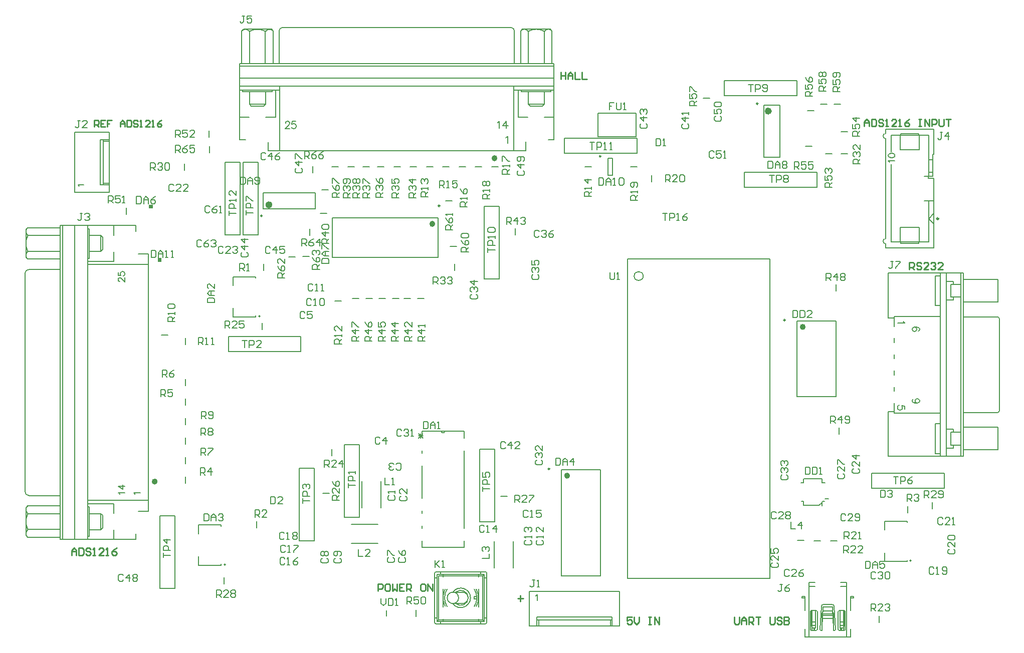
<source format=gto>
G04*
G04 #@! TF.GenerationSoftware,Altium Limited,Altium Designer,18.0.12 (696)*
G04*
G04 Layer_Color=278392*
%FSLAX44Y44*%
%MOMM*%
G71*
G01*
G75*
%ADD10C,0.2500*%
%ADD11C,0.6000*%
%ADD12C,0.5000*%
%ADD13C,0.2000*%
%ADD14C,0.1524*%
%ADD15C,0.3000*%
%ADD16C,0.1500*%
%ADD17C,0.1500*%
%ADD18C,0.1727*%
%ADD19C,0.2560*%
%ADD20C,0.1600*%
%ADD21C,0.1700*%
G36*
X363450Y834050D02*
X369800D01*
Y840400D01*
X363450D01*
Y834050D01*
D02*
G37*
G36*
X348450Y924250D02*
X354800D01*
Y930600D01*
X348450D01*
Y924250D01*
D02*
G37*
D10*
X539650Y912000D02*
G03*
X539650Y912000I-1250J0D01*
G01*
X1423250Y735500D02*
G03*
X1423250Y735500I-1250J0D01*
G01*
X1025250Y484000D02*
G03*
X1025250Y484000I-1250J0D01*
G01*
X839750Y929000D02*
G03*
X839750Y929000I-1250J0D01*
G01*
X1377250Y1101600D02*
G03*
X1377250Y1101600I-1250J0D01*
G01*
X1111750Y1012500D02*
G03*
X1111750Y1012500I-1250J0D01*
G01*
D11*
X554000Y930500D02*
G03*
X554000Y930500I-3000J0D01*
G01*
X1397500Y1089000D02*
G03*
X1397500Y1089000I-3000J0D01*
G01*
D12*
X1455250Y724000D02*
G03*
X1455250Y724000I-2500J0D01*
G01*
X1057250Y472500D02*
G03*
X1057250Y472500I-2500J0D01*
G01*
X829500Y898250D02*
G03*
X829500Y898250I-2500J0D01*
G01*
X360550Y462550D02*
G03*
X360550Y462550I-2500J0D01*
G01*
X934601Y1009250D02*
G03*
X934601Y1009250I-2500J0D01*
G01*
D13*
X852008Y280667D02*
G03*
X852008Y251333I22992J-14667D01*
G01*
X848733Y280434D02*
G03*
X848733Y251566I26267J-14434D01*
G01*
X897992Y251333D02*
G03*
X897992Y280667I-22992J14667D01*
G01*
X901267Y251566D02*
G03*
X901267Y280434I-26267J14434D01*
G01*
X866600Y256475D02*
G03*
X866600Y275525I8400J9525D01*
G01*
X861510Y256482D02*
G03*
X861510Y275518I13490J9518D01*
G01*
X871389Y266000D02*
G03*
X871389Y266000I-9525J0D01*
G01*
X877857Y256475D02*
G03*
X877857Y275525I233J9525D01*
G01*
X831000Y224540D02*
G03*
X833540Y222000I2540J0D01*
G01*
Y310000D02*
G03*
X831000Y307460I0J-2540D01*
G01*
X919000D02*
G03*
X916460Y310000I-2540J0D01*
G01*
Y222000D02*
G03*
X919000Y224540I0J2540D01*
G01*
X1784732Y738096D02*
G03*
X1781732Y741096I-3000J0D01*
G01*
Y579104D02*
G03*
X1784732Y582104I0J3000D01*
G01*
X140500Y374448D02*
G03*
X143500Y368325I9323J770D01*
G01*
X143500Y380572D02*
G03*
X140500Y374448I6323J-6894D01*
G01*
X143500Y407047D02*
G03*
X143500Y382552I24326J-12247D01*
G01*
X140500Y415151D02*
G03*
X143500Y409028I9323J770D01*
G01*
X143500Y421275D02*
G03*
X140500Y415151I6323J-6894D01*
G01*
Y844848D02*
G03*
X143500Y838725I9323J770D01*
G01*
X143500Y850972D02*
G03*
X140500Y844848I6323J-6894D01*
G01*
X143500Y877448D02*
G03*
X143500Y852953I24326J-12247D01*
G01*
X140500Y885552D02*
G03*
X143500Y879428I9323J770D01*
G01*
X143500Y891675D02*
G03*
X140500Y885552I6323J-6894D01*
G01*
X145700Y821099D02*
G03*
X139000Y814501I-50J-6650D01*
G01*
Y445499D02*
G03*
X145700Y438901I6650J51D01*
G01*
X1593135Y873496D02*
G03*
X1593135Y864352I0J-4572D01*
G01*
Y1051297D02*
G03*
X1593135Y1042153I0J-4572D01*
G01*
X511432Y1227300D02*
G03*
X505309Y1224300I770J-9323D01*
G01*
X517556Y1224300D02*
G03*
X511432Y1227300I-6894J-6323D01*
G01*
X544031Y1224300D02*
G03*
X519537Y1224300I-12247J-24326D01*
G01*
X552136Y1227300D02*
G03*
X546012Y1224300I770J-9323D01*
G01*
X558259Y1224300D02*
G03*
X552136Y1227300I-6894J-6323D01*
G01*
X982433Y1227391D02*
G03*
X976309Y1224391I770J-9323D01*
G01*
X988556Y1224391D02*
G03*
X982433Y1227391I-6894J-6323D01*
G01*
X1015032Y1224391D02*
G03*
X990537Y1224391I-12247J-24326D01*
G01*
X1023136Y1227391D02*
G03*
X1017012Y1224391I770J-9323D01*
G01*
X1029260Y1224391D02*
G03*
X1023136Y1227391I-6894J-6323D01*
G01*
X965784Y1224300D02*
G03*
X959784Y1230300I-6000J0D01*
G01*
X574210D02*
G03*
X568210Y1224300I0J-6000D01*
G01*
X1485000Y210500D02*
G03*
X1486047Y231175I-1859422J104566D01*
G01*
X1503952D02*
G03*
X1505000Y210500I1860469J83890D01*
G01*
X1503311Y243825D02*
G03*
X1502955Y250881I-646707J-29103D01*
G01*
X1487045D02*
G03*
X1486689Y243825I646351J-36159D01*
G01*
X1505919Y251652D02*
G03*
X1502923Y254500I-2996J-152D01*
G01*
X1487077D02*
G03*
X1484081Y251652I0J-3000D01*
G01*
X1465500Y212500D02*
G03*
X1467500Y210500I2000J0D01*
G01*
X1475500D02*
G03*
X1477500Y212500I0J2000D01*
G01*
X1512500D02*
G03*
X1514500Y210500I2000J0D01*
G01*
X1522500D02*
G03*
X1524500Y212500I0J2000D01*
G01*
X1506427Y210500D02*
G03*
X1507925Y212076I0J1500D01*
G01*
X1482075D02*
G03*
X1483573Y210500I1498J-76D01*
G01*
X1467000Y244500D02*
G03*
X1465500Y243000I0J-1500D01*
G01*
X1477500D02*
G03*
X1476000Y244500I-1500J0D01*
G01*
X1514000D02*
G03*
X1512500Y243000I0J-1500D01*
G01*
X1524500D02*
G03*
X1523000Y244500I-1500J0D01*
G01*
X310000Y914500D02*
Y925500D01*
X640500Y956000D02*
X651500D01*
X625000Y984500D02*
Y995500D01*
X541000Y950500D02*
X629000D01*
X541000Y923500D02*
X629000D01*
Y923750D02*
Y950500D01*
X541000Y923500D02*
Y950250D01*
X271325Y1037670D02*
X281325D01*
X271325Y966930D02*
X281325D01*
X271325Y964200D02*
Y1040400D01*
X266025D02*
X281325D01*
X266025Y964200D02*
Y1040400D01*
Y964200D02*
X281325D01*
Y951500D02*
Y1053100D01*
X223325D02*
X281325D01*
X223325Y951500D02*
Y1053100D01*
Y951500D02*
X281325D01*
X1143700Y218500D02*
Y276500D01*
X991300D02*
X1143700D01*
X991300Y218500D02*
Y276500D01*
Y218500D02*
X1143700D01*
X1128270D02*
Y228500D01*
X1006730Y218500D02*
Y228500D01*
X1004000D02*
X1131000D01*
X1004000Y218500D02*
Y233800D01*
X1131000D01*
Y218500D02*
Y233800D01*
X1509000Y784500D02*
Y795500D01*
X1442750Y606000D02*
Y734000D01*
X1509250D01*
Y606000D02*
Y734000D01*
X1442750Y606000D02*
X1509250D01*
X1044750Y303500D02*
X1111250D01*
Y482500D01*
X1044750D02*
X1111250D01*
X1044750Y303500D02*
Y482500D01*
X451000Y1018500D02*
Y1029500D01*
X849500Y937500D02*
X860500D01*
X1482500Y1101000D02*
X1493500D01*
X620000Y878500D02*
Y889500D01*
X608500Y843000D02*
X619500D01*
X584500Y842500D02*
X595500D01*
X1460500Y1090000D02*
X1471500D01*
X857000Y860000D02*
X868000D01*
X1284500Y1110500D02*
X1295500D01*
X1517500Y1054000D02*
X1528500D01*
X1457500Y1029600D02*
X1468500D01*
X1491500Y1016900D02*
X1502500D01*
X1517500D02*
X1528500D01*
X1505500Y1101000D02*
X1516500D01*
X1514000Y542500D02*
Y553500D01*
X799500Y234500D02*
Y245500D01*
X750000Y242500D02*
Y245000D01*
Y235000D02*
Y237500D01*
Y242500D01*
X845028Y301405D02*
Y305878D01*
Y250605D02*
Y281395D01*
X904972Y250605D02*
Y281395D01*
Y301405D02*
Y305878D01*
X835122Y226122D02*
X837662Y228662D01*
X912338Y303338D02*
X914878Y305878D01*
X912338Y228662D02*
X914878Y226122D01*
X904972D02*
Y230595D01*
X845028Y226122D02*
Y230595D01*
X837662Y228662D02*
X912338D01*
Y303338D01*
X837662D02*
X912338D01*
X837662Y228662D02*
Y303338D01*
X831058Y299782D02*
X835122D01*
X841218Y305878D02*
Y309942D01*
X908782Y305878D02*
Y309942D01*
X914878Y299782D02*
X918942D01*
X914878Y232218D02*
X918942D01*
X908782Y222058D02*
Y226122D01*
X841218Y222058D02*
Y226122D01*
X831058Y232218D02*
X835122D01*
X861864Y275525D02*
X877857D01*
X861864Y256475D02*
X877857D01*
X835122Y226122D02*
X914878D01*
Y305878D01*
X835122D02*
X914878D01*
X835122Y226122D02*
Y305878D01*
X831000Y224540D02*
Y307460D01*
X833540Y310000D02*
X916460D01*
X919000Y224540D02*
Y307460D01*
X833540Y222000D02*
X916460D01*
X898000Y264000D02*
X902000D01*
Y268000D01*
X898000D02*
X902000D01*
X898000Y264000D02*
Y268000D01*
X1724026Y804118D02*
X1782852D01*
Y766018D02*
Y804118D01*
X1724026Y766018D02*
X1782852D01*
X1724026Y505160D02*
Y815040D01*
X1596924Y505160D02*
X1724026D01*
X1596924D02*
Y581106D01*
X1607084D01*
Y578566D02*
Y595276D01*
X1596924Y739094D02*
X1607084D01*
X1596924D02*
Y815040D01*
X1724026D01*
Y741096D02*
X1781732D01*
X1784732Y582104D02*
Y738096D01*
X1724026Y579104D02*
X1781732D01*
X1685570Y505160D02*
Y815040D01*
X1719860Y505160D02*
Y815040D01*
X1695222Y505160D02*
Y815040D01*
X1676680Y810214D02*
X1685570D01*
X1676680Y759922D02*
Y810214D01*
Y759922D02*
X1685570D01*
X1676680Y560278D02*
X1685570D01*
X1676680Y509986D02*
Y560278D01*
Y509986D02*
X1685570D01*
X1607084Y578566D02*
X1685570D01*
X1607084Y741634D02*
X1685570D01*
X1695222Y800943D02*
X1707160D01*
X1695222Y769193D02*
X1707160D01*
X1702995Y774273D02*
X1719860D01*
X1702995D02*
Y795863D01*
X1719860D01*
X1707160D02*
Y800943D01*
Y769193D02*
Y774273D01*
X1695222Y551007D02*
X1707160D01*
Y545927D02*
Y551007D01*
X1695222Y519257D02*
X1707160D01*
Y524337D01*
X1702995D02*
X1719860D01*
X1702995D02*
Y545927D01*
X1719860D01*
X1724026Y554182D02*
X1782852D01*
X1724026Y516082D02*
X1782852D01*
Y554182D01*
X1607084Y724924D02*
Y741634D01*
Y697524D02*
Y704876D01*
Y670124D02*
Y677476D01*
Y642724D02*
Y650076D01*
Y615324D02*
Y622676D01*
X658000Y841750D02*
Y908250D01*
Y841750D02*
X837000D01*
Y908250D01*
X658000D02*
X837000D01*
X1387500Y1099000D02*
X1414250D01*
X1387750Y1011000D02*
X1414500D01*
X1387500D02*
Y1099000D01*
X1414500Y1011000D02*
Y1099000D01*
X1123500Y980500D02*
X1131500D01*
Y1009500D01*
X1123500D02*
X1131500D01*
X1123500Y980500D02*
Y1009500D01*
X198000Y364500D02*
X326500D01*
X198000D02*
Y895500D01*
X326500D01*
Y885694D02*
Y895500D01*
X330572Y847600D02*
X347800D01*
Y412400D02*
Y847600D01*
X330572Y412400D02*
X347800D01*
X326500Y364500D02*
Y374306D01*
X202700Y364500D02*
Y895500D01*
X223000Y364915D02*
Y895500D01*
X244900Y364500D02*
Y895500D01*
X247400Y851800D02*
X267400D01*
X247400Y878600D02*
X267400D01*
X270400Y854800D02*
Y875600D01*
X247400Y408200D02*
X267400D01*
X270400Y384400D02*
Y405200D01*
X247400Y381400D02*
X267400D01*
X244900Y431100D02*
X347800D01*
X244900Y829300D02*
X347800D01*
X288800Y364500D02*
Y380900D01*
Y408700D02*
Y425100D01*
X244900D02*
X288800D01*
X267400Y381400D02*
X270400Y384400D01*
X267400Y408200D02*
X270400Y405200D01*
X267400Y851800D02*
X270400Y854800D01*
X267400Y878600D02*
X270400Y875600D01*
X288800Y834900D02*
Y851300D01*
X244900Y834900D02*
X288800D01*
Y879100D02*
Y895500D01*
X143500Y368300D02*
X198000D01*
X140500Y371300D02*
X143500Y368300D01*
X140500Y371300D02*
Y418300D01*
X143500Y421275D01*
X198000D01*
X143500Y408050D02*
X198000D01*
X143500Y381550D02*
X198000D01*
X143500Y407047D02*
Y409028D01*
Y380572D02*
Y382552D01*
Y838700D02*
X198000D01*
X140500Y841700D02*
X143500Y838700D01*
X140500Y841700D02*
Y888700D01*
X143500Y891675D01*
X198000D01*
X143500Y878450D02*
X198000D01*
X143500Y851950D02*
X198000D01*
X143500Y877448D02*
Y879428D01*
Y850972D02*
Y852953D01*
X145700Y438901D02*
X198000D01*
X139000Y445499D02*
Y814501D01*
X145700Y821099D02*
X198000D01*
X267400Y381400D02*
Y408200D01*
Y851800D02*
Y878600D01*
X244900Y369800D02*
X247400D01*
Y419800D01*
X244900D02*
X247400D01*
X244900Y840200D02*
X247400D01*
Y890200D01*
X244900D02*
X247400D01*
X1602279Y867908D02*
Y999100D01*
X1665779Y907025D02*
X1674415Y915660D01*
X1665779Y907025D02*
X1674415Y898389D01*
X1665779Y867908D02*
Y936870D01*
X1664792Y975605D02*
Y978780D01*
X1665779Y1006339D02*
X1672130D01*
X1665779Y985511D02*
X1672130D01*
X1649807Y867908D02*
Y892038D01*
X1617744Y867908D02*
Y892038D01*
X1649015Y864861D02*
Y867908D01*
X1618535Y864861D02*
X1649015D01*
X1618535D02*
Y867908D01*
X1649807Y1023611D02*
Y1047741D01*
X1617744Y1023611D02*
Y1047741D01*
X1618535D02*
Y1050789D01*
X1649015Y1047741D02*
Y1050789D01*
X1618535D02*
X1649015D01*
X1617744Y1023611D02*
X1649807D01*
X1672130Y978780D02*
Y1016245D01*
X1602279Y1020054D02*
Y1047741D01*
X1665779D01*
Y978780D02*
Y1047741D01*
X1617744Y892038D02*
X1649807D01*
X1658158Y978780D02*
X1672130D01*
X1658158Y936870D02*
X1674415D01*
X1602279Y867908D02*
X1665779D01*
X1593135Y1051297D02*
Y1057901D01*
Y873496D02*
Y1042153D01*
Y857748D02*
Y864352D01*
Y857748D02*
X1674415D01*
Y975605D01*
X1664792D02*
X1674415D01*
X1672130Y1016245D02*
X1674415D01*
Y1057901D01*
X1593135D02*
X1674415D01*
X501484Y1040800D02*
X511456D01*
X501484D02*
Y1169300D01*
X1032484D01*
Y1040800D02*
Y1169300D01*
X1022844Y1040800D02*
X1032484D01*
X984584Y1021500D02*
Y1036918D01*
X549384Y1021500D02*
X984584D01*
X549384D02*
Y1036542D01*
X501484Y1164600D02*
X1032484D01*
X501900Y1144300D02*
X1032484D01*
X501484Y1130800D02*
X1032484D01*
X501484Y1078500D02*
X517884D01*
X545684D02*
X562084D01*
Y1124400D01*
X501484D02*
X569434D01*
X506784Y1121900D02*
Y1124400D01*
Y1121900D02*
X556784D01*
Y1124400D01*
X518384Y1100300D02*
Y1121900D01*
Y1100300D02*
X521384Y1097300D01*
X542184D01*
X545184Y1100300D01*
Y1121900D01*
X518384Y1100300D02*
X545184D01*
X977184Y1121900D02*
Y1124400D01*
Y1121900D02*
X1027184D01*
Y1124400D01*
X989384Y1100300D02*
Y1121900D01*
Y1100300D02*
X992384Y1097300D01*
X1013184D01*
X1016184Y1100300D01*
X989384D02*
X1016184D01*
Y1121900D01*
X964534Y1124400D02*
X1032484D01*
X569434Y1021500D02*
Y1130800D01*
X964534Y1021500D02*
Y1130800D01*
X971884Y1078500D02*
Y1124400D01*
Y1078500D02*
X988284D01*
X1016084D02*
X1032484D01*
X505284Y1169300D02*
Y1224300D01*
X508284Y1227300D01*
X555284D01*
X558259Y1224300D01*
Y1169300D02*
Y1224300D01*
X545034Y1169300D02*
Y1224300D01*
X518534Y1169300D02*
Y1224300D01*
X544031D02*
X546012D01*
X517556D02*
X519537D01*
X976284Y1169300D02*
Y1224391D01*
X979284Y1227391D01*
X1026284D01*
X1029260Y1224391D01*
Y1169300D02*
Y1224391D01*
X1016034Y1169300D02*
Y1224391D01*
X989534Y1169300D02*
Y1224391D01*
X1015032D02*
X1017012D01*
X988556D02*
X990537D01*
X568210Y1169300D02*
Y1224300D01*
X574210Y1230300D02*
X959784D01*
X965784Y1169300D02*
Y1224300D01*
X1456500Y200000D02*
X1533500D01*
X1451500Y266000D02*
Y268500D01*
X1456500Y200000D02*
Y213500D01*
X1467500Y210500D02*
X1475500D01*
X1483573D02*
X1485000D01*
X1505000D02*
X1506427D01*
X1514500D02*
X1522500D01*
X1463500Y200000D02*
Y292000D01*
X1465500Y212500D02*
Y243000D01*
X1465668Y211742D02*
Y218000D01*
X1467170D02*
Y244500D01*
X1468500Y215350D02*
Y244500D01*
X1515500Y215350D02*
X1521500D01*
X1468500D02*
X1474500D01*
X1465500Y218000D02*
X1468500D01*
X1521500D02*
X1524500D01*
X1468500Y219092D02*
X1474500D01*
X1515500D02*
X1521500D01*
X1468668Y210500D02*
Y215350D01*
X1472000Y210500D02*
Y215350D01*
X1472866Y210500D02*
Y215350D01*
X1474500D02*
Y244500D01*
X1477500Y212500D02*
Y243000D01*
X1485500Y224485D02*
X1485733D01*
X1504267D02*
X1504500D01*
X1468500Y225317D02*
X1474500D01*
X1515500D02*
X1521500D01*
X1485500Y228472D02*
X1485921D01*
X1504079D02*
X1504500D01*
X1486047Y231175D02*
X1503952D01*
X1485500Y219864D02*
Y240150D01*
X1486414Y238403D02*
Y242017D01*
X1482075Y212076D02*
X1484081Y251652D01*
X1486322Y236596D02*
X1503678D01*
X1486414Y238403D02*
X1503586D01*
X1485500Y240150D02*
X1486359D01*
X1503641D02*
X1504500D01*
X1486689Y243825D02*
X1503311D01*
X1467000Y244500D02*
X1476000D01*
X1514000D02*
X1523000D01*
X1487045Y250881D02*
X1502955D01*
X1503586Y238403D02*
Y242017D01*
X1504500Y219864D02*
Y240150D01*
X1487077Y254500D02*
X1502923D01*
X1505919Y251652D02*
X1507925Y212076D01*
X1512500Y212500D02*
Y243000D01*
X1515500Y215350D02*
Y244500D01*
X1516500Y210500D02*
Y215350D01*
X1518000Y210500D02*
Y215350D01*
X1533500Y266000D02*
X1538500D01*
X1451500D02*
X1456500D01*
X1533500Y268000D02*
X1538500D01*
X1451500D02*
X1456500D01*
X1521332Y210500D02*
Y215350D01*
X1521500D02*
Y244500D01*
X1522830Y218000D02*
Y244500D01*
X1524332Y211742D02*
Y218000D01*
X1524500Y212500D02*
Y243000D01*
X1526500Y200000D02*
Y292000D01*
X1533500Y200000D02*
Y213500D01*
X1463500Y285000D02*
X1473500D01*
X1538500Y266000D02*
Y268500D01*
X1463500Y292000D02*
X1473500D01*
X1486368Y237548D02*
X1486368Y237501D01*
X1486367Y237594D02*
X1486368Y237548D01*
X1486367Y237638D02*
X1486367Y237594D01*
X1486367Y237680D02*
X1486367Y237638D01*
X1486366Y237721D02*
X1486367Y237680D01*
X1486366Y237760D02*
X1486366Y237721D01*
X1486366Y237798D02*
X1486366Y237760D01*
X1486366Y237834D02*
X1486366Y237798D01*
X1486365Y237869D02*
X1486366Y237834D01*
X1486365Y237902D02*
X1486365Y237869D01*
X1486365Y237934D02*
X1486365Y237902D01*
X1486365Y237965D02*
X1486365Y237934D01*
X1486364Y237994D02*
X1486365Y237965D01*
X1486364Y238023D02*
X1486364Y237994D01*
X1486364Y238050D02*
X1486364Y238023D01*
X1486364Y238075D02*
X1486364Y238050D01*
X1486364Y238100D02*
X1486364Y238075D01*
X1486363Y238124D02*
X1486364Y238100D01*
X1486363Y238146D02*
X1486363Y238124D01*
X1486363Y238168D02*
X1486363Y238146D01*
X1486363Y238188D02*
X1486363Y238168D01*
X1486363Y238208D02*
X1486363Y238188D01*
X1486363Y238226D02*
X1486363Y238208D01*
X1486362Y238244D02*
X1486363Y238226D01*
X1486362Y238261D02*
X1486362Y238244D01*
X1486362Y238277D02*
X1486362Y238261D01*
X1486362Y238292D02*
X1486362Y238277D01*
X1486362Y238307D02*
X1486362Y238292D01*
X1486362Y238320D02*
X1486362Y238307D01*
X1486362Y238333D02*
X1486362Y238320D01*
X1486362Y238346D02*
X1486362Y238333D01*
X1486362Y238358D02*
X1486362Y238346D01*
X1486362Y238369D02*
X1486362Y238358D01*
X1486361Y238380D02*
X1486362Y238369D01*
X1486361Y238390D02*
X1486361Y238380D01*
X1486361Y238399D02*
X1486361Y238390D01*
X1486361Y238409D02*
X1486361Y238399D01*
X1486361Y238418D02*
X1486361Y238409D01*
X1486361Y238426D02*
X1486361Y238418D01*
X1486361Y238434D02*
X1486361Y238426D01*
X1486361Y238442D02*
X1486361Y238434D01*
X1486361Y238450D02*
X1486361Y238442D01*
X1486361Y238457D02*
X1486361Y238450D01*
X1486361Y238464D02*
X1486361Y238457D01*
X1486361Y238471D02*
X1486361Y238464D01*
X1486361Y238478D02*
X1486361Y238471D01*
X1486361Y238485D02*
X1486361Y238478D01*
X1486361Y238492D02*
X1486361Y238485D01*
X1486361Y238498D02*
X1486361Y238492D01*
X1486361Y238505D02*
X1486361Y238498D01*
X1486361Y238512D02*
X1486361Y238505D01*
X1486361Y238519D02*
X1486361Y238512D01*
X1486361Y238526D02*
X1486361Y238519D01*
X1486361Y238533D02*
X1486361Y238526D01*
X1486361Y238540D02*
X1486361Y238533D01*
X1486360Y238548D02*
X1486361Y238540D01*
X1486360Y238556D02*
X1486360Y238548D01*
X1486360Y238564D02*
X1486360Y238556D01*
X1486360Y238572D02*
X1486360Y238564D01*
X1486360Y238581D02*
X1486360Y238572D01*
X1486360Y238590D02*
X1486360Y238581D01*
X1486360Y238600D02*
X1486360Y238590D01*
X1486360Y238610D02*
X1486360Y238600D01*
X1486360Y238621D02*
X1486360Y238610D01*
X1486360Y238632D02*
X1486360Y238621D01*
X1486360Y238643D02*
X1486360Y238632D01*
X1486360Y238655D02*
X1486360Y238643D01*
X1486360Y238668D02*
X1486360Y238655D01*
X1486360Y238680D02*
X1486360Y238668D01*
X1486360Y238694D02*
X1486360Y238680D01*
X1486360Y238707D02*
X1486360Y238694D01*
X1486360Y238721D02*
X1486360Y238707D01*
X1486360Y238736D02*
X1486360Y238721D01*
X1486360Y238750D02*
X1486360Y238736D01*
X1486360Y238765D02*
X1486360Y238750D01*
X1486360Y238781D02*
X1486360Y238765D01*
X1486360Y238796D02*
X1486360Y238781D01*
X1486360Y238812D02*
X1486360Y238796D01*
X1486360Y238829D02*
X1486360Y238812D01*
X1486360Y238845D02*
X1486360Y238829D01*
X1486360Y238862D02*
X1486360Y238845D01*
X1486360Y238879D02*
X1486360Y238862D01*
X1486360Y238897D02*
X1486360Y238879D01*
X1486359Y238914D02*
X1486360Y238897D01*
X1486359Y238932D02*
X1486359Y238914D01*
X1486359Y238950D02*
X1486359Y238932D01*
X1486359Y238969D02*
X1486359Y238950D01*
X1486359Y238987D02*
X1486359Y238969D01*
X1486359Y239006D02*
X1486359Y238987D01*
X1486359Y239025D02*
X1486359Y239006D01*
X1486359Y239044D02*
X1486359Y239025D01*
X1486359Y239063D02*
X1486359Y239044D01*
X1486359Y239083D02*
X1486359Y239063D01*
X1486359Y239102D02*
X1486359Y239083D01*
X1486359Y239122D02*
X1486359Y239102D01*
X1486359Y239142D02*
X1486359Y239122D01*
X1486359Y239161D02*
X1486359Y239142D01*
X1486358Y239181D02*
X1486359Y239161D01*
X1486358Y239202D02*
X1486358Y239181D01*
X1486358Y239222D02*
X1486358Y239202D01*
X1486358Y239242D02*
X1486358Y239222D01*
X1486358Y239262D02*
X1486358Y239242D01*
X1486358Y239283D02*
X1486358Y239262D01*
X1486358Y239303D02*
X1486358Y239283D01*
X1486358Y239323D02*
X1486358Y239303D01*
X1486358Y239344D02*
X1486358Y239323D01*
X1486358Y239364D02*
X1486358Y239344D01*
X1486358Y239384D02*
X1486358Y239364D01*
X1486358Y239405D02*
X1486358Y239384D01*
X1486358Y239425D02*
X1486358Y239405D01*
X1486358Y239445D02*
X1486358Y239425D01*
X1486357Y239466D02*
X1486358Y239445D01*
X1486357Y239486D02*
X1486357Y239466D01*
X1486357Y239506D02*
X1486357Y239486D01*
X1486357Y239526D02*
X1486357Y239506D01*
X1486357Y239546D02*
X1486357Y239526D01*
X1486357Y239566D02*
X1486357Y239546D01*
X1486357Y239585D02*
X1486357Y239566D01*
X1486357Y239605D02*
X1486357Y239585D01*
X1486357Y239624D02*
X1486357Y239605D01*
X1486357Y239643D02*
X1486357Y239624D01*
X1486357Y239662D02*
X1486357Y239643D01*
X1486356Y239681D02*
X1486357Y239662D01*
X1486356Y239700D02*
X1486356Y239681D01*
X1486356Y239719D02*
X1486356Y239700D01*
X1486356Y239737D02*
X1486356Y239719D01*
X1486356Y239755D02*
X1486356Y239737D01*
X1486356Y239774D02*
X1486356Y239755D01*
X1486356Y239792D02*
X1486356Y239774D01*
X1486356Y239809D02*
X1486356Y239792D01*
X1486356Y239827D02*
X1486356Y239809D01*
X1486356Y239845D02*
X1486356Y239827D01*
X1486355Y239862D02*
X1486356Y239845D01*
X1486355Y239880D02*
X1486355Y239862D01*
X1486355Y239897D02*
X1486355Y239880D01*
X1486355Y239914D02*
X1486355Y239897D01*
X1486355Y239932D02*
X1486355Y239914D01*
X1486355Y239949D02*
X1486355Y239932D01*
X1486355Y239966D02*
X1486355Y239949D01*
X1486355Y239983D02*
X1486355Y239966D01*
X1486355Y240000D02*
X1486355Y239983D01*
X1486355Y240017D02*
X1486355Y240000D01*
X1486355Y240034D02*
X1486355Y240017D01*
X1486355Y240034D02*
Y240050D01*
X1486355Y240067D02*
X1486355Y240050D01*
X1486355Y240067D02*
Y240084D01*
X1486355Y240101D01*
Y240118D01*
X1486355Y240135D01*
X1486355Y240152D01*
X1486355Y240168D01*
X1486355Y240185D01*
X1486355Y240202D01*
X1486355Y240219D01*
X1486355Y240236D01*
X1486355Y240253D01*
X1486356Y240271D01*
X1486356Y240288D01*
X1486356Y240305D01*
X1486356Y240322D01*
X1486356Y240340D01*
X1486356Y240358D01*
X1486357Y240375D01*
X1486357Y240393D01*
X1486357Y240411D01*
X1486357Y240429D01*
X1486358Y240447D01*
X1486358Y240466D01*
X1486358Y240484D01*
X1486359Y240503D01*
X1486359Y240522D01*
X1486359Y240541D01*
X1486360Y240560D01*
X1486360Y240579D01*
X1486361Y240599D01*
X1486361Y240619D01*
X1486362Y240639D01*
X1486362Y240659D01*
X1486362Y240679D01*
X1486363Y240700D01*
X1486364Y240720D01*
X1486364Y240741D01*
X1486365Y240762D01*
X1486365Y240783D01*
X1486366Y240804D01*
X1486366Y240825D01*
X1486367Y240846D01*
X1486368Y240867D01*
X1486368Y240888D01*
X1486369Y240908D01*
X1486369Y240929D01*
X1486370Y240950D01*
X1486371Y240970D01*
X1486371Y240991D01*
X1486372Y241011D01*
X1486372Y241031D01*
X1486373Y241051D01*
X1486373Y241071D01*
X1486374Y241091D01*
X1486375Y241110D01*
X1486375Y241129D01*
X1486375Y241147D01*
X1486376Y241166D01*
X1486376Y241184D01*
X1486377Y241201D01*
X1486377Y241219D01*
X1486378Y241236D01*
X1486378Y241252D01*
X1486378Y241268D01*
X1486378Y241284D01*
X1486379Y241299D01*
X1486379Y241313D01*
X1486379Y241327D01*
X1486379Y241341D01*
X1486379Y241354D01*
X1486379Y241366D01*
X1486379Y241378D02*
X1486379Y241366D01*
X1486379Y241389D02*
X1486379Y241378D01*
X1486379Y241400D02*
X1486379Y241389D01*
X1486379Y241410D02*
X1486379Y241400D01*
X1486379Y241419D02*
X1486379Y241410D01*
X1486378Y241427D02*
X1486379Y241419D01*
X1486378Y241435D02*
X1486378Y241427D01*
X1486378Y241442D02*
X1486378Y241435D01*
X1486378Y241449D02*
X1486378Y241442D01*
X1486377Y241456D02*
X1486378Y241449D01*
X1486377Y241462D02*
X1486377Y241456D01*
X1486376Y241469D02*
X1486377Y241462D01*
X1486376Y241475D02*
X1486376Y241469D01*
X1486376Y241482D02*
X1486376Y241475D01*
X1486376Y241488D02*
X1486376Y241482D01*
X1486375Y241495D02*
X1486376Y241488D01*
X1486375Y241503D02*
X1486375Y241495D01*
X1486375Y241511D02*
X1486375Y241503D01*
X1486375Y241511D02*
X1486375Y241520D01*
X1486375Y241530D01*
X1486376Y241541D01*
X1486376Y241552D01*
X1486377Y241565D01*
X1486377Y241579D01*
X1486378Y241595D01*
X1486379Y241612D01*
X1486381Y241630D01*
X1486382Y241651D01*
X1486384Y241673D01*
X1486385Y241697D01*
X1486388Y241723D01*
X1486390Y241751D01*
X1486393Y241781D01*
X1486395Y241814D01*
X1486398Y241849D01*
X1486402Y241887D01*
X1486406Y241928D01*
X1486410Y241971D01*
X1486414Y242017D01*
X1503632Y237501D02*
X1503632Y237548D01*
X1503633Y237594D01*
X1503633Y237638D01*
X1503633Y237680D01*
X1503633Y237721D01*
X1503634Y237760D01*
X1503634Y237798D01*
X1503634Y237834D01*
X1503635Y237869D01*
X1503635Y237902D01*
X1503635Y237934D01*
X1503635Y237965D01*
X1503636Y237994D01*
X1503636Y238023D01*
X1503636Y238050D01*
X1503636Y238075D01*
X1503636Y238100D01*
X1503637Y238124D01*
X1503637Y238146D01*
X1503637Y238168D01*
X1503637Y238188D01*
X1503637Y238208D01*
X1503637Y238226D01*
X1503638Y238244D01*
X1503638Y238261D01*
X1503638Y238277D01*
X1503638Y238292D01*
X1503638Y238307D01*
X1503638Y238320D01*
X1503638Y238333D01*
X1503638Y238346D01*
X1503638Y238358D01*
X1503638Y238369D01*
X1503638Y238380D01*
X1503639Y238390D01*
X1503639Y238399D01*
X1503639Y238409D01*
X1503639Y238418D01*
X1503639Y238426D01*
X1503639Y238434D01*
X1503639Y238442D01*
X1503639Y238450D01*
X1503639Y238457D01*
X1503639Y238464D01*
X1503639Y238471D01*
X1503639Y238478D01*
X1503639Y238485D01*
X1503639Y238492D01*
X1503639Y238498D01*
X1503639Y238505D01*
X1503639Y238512D01*
X1503639Y238519D01*
X1503639Y238526D01*
X1503639Y238533D01*
X1503639Y238540D01*
X1503639Y238548D01*
X1503640Y238556D01*
X1503640Y238564D01*
X1503640Y238572D01*
X1503640Y238581D01*
X1503640Y238590D01*
X1503640Y238600D01*
X1503640Y238610D01*
X1503640Y238621D01*
X1503640Y238632D01*
X1503640Y238643D01*
X1503640Y238655D01*
X1503640Y238668D01*
X1503640Y238680D01*
X1503640Y238694D01*
X1503640Y238707D01*
X1503640Y238721D01*
X1503640Y238736D01*
X1503640Y238750D01*
X1503640Y238765D01*
X1503640Y238781D01*
X1503640Y238796D01*
X1503640Y238812D01*
X1503640Y238829D01*
X1503640Y238845D01*
X1503640Y238862D01*
X1503640Y238879D01*
X1503640Y238897D01*
X1503640Y238914D01*
X1503641Y238932D01*
X1503641Y238950D01*
X1503641Y238969D01*
X1503641Y238987D01*
X1503641Y239006D01*
X1503641Y239025D01*
X1503641Y239044D01*
X1503641Y239063D01*
X1503641Y239083D01*
X1503641Y239102D01*
X1503641Y239122D01*
X1503641Y239142D01*
X1503641Y239161D01*
X1503641Y239181D01*
X1503642Y239202D01*
X1503642Y239222D01*
X1503642Y239242D01*
X1503642Y239262D01*
X1503642Y239283D01*
X1503642Y239303D01*
X1503642Y239323D01*
X1503642Y239344D01*
X1503642Y239364D01*
X1503642Y239384D01*
X1503642Y239405D01*
X1503642Y239425D01*
X1503642Y239445D01*
X1503642Y239466D01*
X1503643Y239486D01*
X1503643Y239506D01*
X1503643Y239526D01*
X1503643Y239546D01*
X1503643Y239566D01*
X1503643Y239585D01*
X1503643Y239605D01*
X1503643Y239624D01*
X1503643Y239643D01*
X1503643Y239662D01*
X1503643Y239681D01*
X1503644Y239700D01*
X1503644Y239719D01*
X1503644Y239737D01*
X1503644Y239755D01*
X1503644Y239774D01*
X1503644Y239792D01*
X1503644Y239809D01*
X1503644Y239827D01*
X1503644Y239845D01*
X1503644Y239862D01*
X1503645Y239880D01*
X1503645Y239897D01*
X1503645Y239914D01*
X1503645Y239932D01*
X1503645Y239949D01*
X1503645Y239966D01*
X1503645Y239983D01*
X1503645Y240000D01*
X1503645Y240017D01*
X1503645Y240034D01*
Y240050D01*
X1503645Y240067D01*
Y240084D01*
X1503645Y240101D02*
X1503645Y240084D01*
X1503645Y240101D02*
Y240118D01*
X1503645Y240135D02*
X1503645Y240118D01*
X1503645Y240152D02*
X1503645Y240135D01*
X1503645Y240168D02*
X1503645Y240152D01*
X1503645Y240185D02*
X1503645Y240168D01*
X1503645Y240202D02*
X1503645Y240185D01*
X1503645Y240219D02*
X1503645Y240202D01*
X1503645Y240236D02*
X1503645Y240219D01*
X1503645Y240253D02*
X1503645Y240236D01*
X1503644Y240271D02*
X1503645Y240253D01*
X1503644Y240288D02*
X1503644Y240271D01*
X1503644Y240305D02*
X1503644Y240288D01*
X1503644Y240322D02*
X1503644Y240305D01*
X1503644Y240340D02*
X1503644Y240322D01*
X1503643Y240358D02*
X1503644Y240340D01*
X1503643Y240375D02*
X1503643Y240358D01*
X1503643Y240393D02*
X1503643Y240375D01*
X1503643Y240411D02*
X1503643Y240393D01*
X1503643Y240429D02*
X1503643Y240411D01*
X1503642Y240447D02*
X1503643Y240429D01*
X1503642Y240466D02*
X1503642Y240447D01*
X1503642Y240484D02*
X1503642Y240466D01*
X1503641Y240503D02*
X1503642Y240484D01*
X1503641Y240522D02*
X1503641Y240503D01*
X1503641Y240541D02*
X1503641Y240522D01*
X1503640Y240560D02*
X1503641Y240541D01*
X1503640Y240579D02*
X1503640Y240560D01*
X1503639Y240599D02*
X1503640Y240579D01*
X1503639Y240619D02*
X1503639Y240599D01*
X1503638Y240639D02*
X1503639Y240619D01*
X1503638Y240659D02*
X1503638Y240639D01*
X1503638Y240679D02*
X1503638Y240659D01*
X1503637Y240700D02*
X1503638Y240679D01*
X1503636Y240720D02*
X1503637Y240700D01*
X1503636Y240741D02*
X1503636Y240720D01*
X1503635Y240762D02*
X1503636Y240741D01*
X1503635Y240783D02*
X1503635Y240762D01*
X1503634Y240804D02*
X1503635Y240783D01*
X1503634Y240825D02*
X1503634Y240804D01*
X1503633Y240846D02*
X1503634Y240825D01*
X1503632Y240867D02*
X1503633Y240846D01*
X1503632Y240888D02*
X1503632Y240867D01*
X1503631Y240908D02*
X1503632Y240888D01*
X1503631Y240929D02*
X1503631Y240908D01*
X1503630Y240950D02*
X1503631Y240929D01*
X1503629Y240970D02*
X1503630Y240950D01*
X1503629Y240991D02*
X1503629Y240970D01*
X1503628Y241011D02*
X1503629Y240991D01*
X1503628Y241031D02*
X1503628Y241011D01*
X1503627Y241051D02*
X1503628Y241031D01*
X1503627Y241071D02*
X1503627Y241051D01*
X1503626Y241091D02*
X1503627Y241071D01*
X1503625Y241110D02*
X1503626Y241091D01*
X1503625Y241129D02*
X1503625Y241110D01*
X1503624Y241147D02*
X1503625Y241129D01*
X1503624Y241166D02*
X1503624Y241147D01*
X1503624Y241184D02*
X1503624Y241166D01*
X1503623Y241201D02*
X1503624Y241184D01*
X1503623Y241219D02*
X1503623Y241201D01*
X1503622Y241236D02*
X1503623Y241219D01*
X1503622Y241252D02*
X1503622Y241236D01*
X1503622Y241268D02*
X1503622Y241252D01*
X1503622Y241284D02*
X1503622Y241268D01*
X1503621Y241299D02*
X1503622Y241284D01*
X1503621Y241313D02*
X1503621Y241299D01*
X1503621Y241327D02*
X1503621Y241313D01*
X1503621Y241341D02*
X1503621Y241327D01*
X1503621Y241354D02*
X1503621Y241341D01*
X1503621Y241366D02*
X1503621Y241354D01*
X1503621Y241366D02*
X1503621Y241378D01*
X1503621Y241389D01*
X1503621Y241400D01*
X1503621Y241410D01*
X1503621Y241419D01*
X1503622Y241427D01*
X1503622Y241435D01*
X1503622Y241442D01*
X1503622Y241449D01*
X1503623Y241456D01*
X1503623Y241462D01*
X1503624Y241469D01*
X1503624Y241475D01*
X1503624Y241482D01*
X1503624Y241488D01*
X1503625Y241495D01*
X1503625Y241503D01*
X1503625Y241511D01*
X1503625Y241520D02*
X1503625Y241511D01*
X1503625Y241530D02*
X1503625Y241520D01*
X1503624Y241541D02*
X1503625Y241530D01*
X1503624Y241552D02*
X1503624Y241541D01*
X1503623Y241565D02*
X1503624Y241552D01*
X1503622Y241579D02*
X1503623Y241565D01*
X1503622Y241595D02*
X1503622Y241579D01*
X1503621Y241612D02*
X1503622Y241595D01*
X1503619Y241630D02*
X1503621Y241612D01*
X1503618Y241651D02*
X1503619Y241630D01*
X1503616Y241673D02*
X1503618Y241651D01*
X1503615Y241697D02*
X1503616Y241673D01*
X1503612Y241723D02*
X1503615Y241697D01*
X1503610Y241751D02*
X1503612Y241723D01*
X1503607Y241781D02*
X1503610Y241751D01*
X1503605Y241814D02*
X1503607Y241781D01*
X1503601Y241849D02*
X1503605Y241814D01*
X1503598Y241887D02*
X1503601Y241849D01*
X1503594Y241928D02*
X1503598Y241887D01*
X1503590Y241971D02*
X1503594Y241928D01*
X1503586Y242017D02*
X1503590Y241971D01*
X1486414Y242017D02*
X1486415Y242026D01*
X1486416Y242035D01*
X1486417Y242044D01*
X1486418Y242053D01*
X1486419Y242061D01*
X1486420Y242070D01*
X1486421Y242078D01*
X1486422Y242087D01*
X1486423Y242095D01*
X1486424Y242104D01*
X1486425Y242112D01*
X1486427Y242120D01*
X1486428Y242128D01*
X1486429Y242137D01*
X1486431Y242145D01*
X1486432Y242153D01*
X1486433Y242161D01*
X1486434Y242169D01*
X1486436Y242177D01*
X1486437Y242185D01*
X1486439Y242193D01*
X1486440Y242200D01*
X1486442Y242208D01*
X1486443Y242216D01*
X1486445Y242224D01*
X1486446Y242232D01*
X1486447Y242239D01*
X1486449Y242247D01*
X1486451Y242255D01*
X1486452Y242263D01*
X1486454Y242271D01*
X1486455Y242278D01*
X1486457Y242286D01*
X1486458Y242294D01*
X1486460Y242302D01*
X1486461Y242309D01*
X1486463Y242317D01*
X1486465Y242325D01*
X1486466Y242333D01*
X1486468Y242341D01*
X1486470Y242348D01*
X1486471Y242356D01*
X1486473Y242364D01*
X1486474Y242372D01*
X1486476Y242380D01*
X1486478Y242388D01*
X1486479Y242396D01*
X1486481Y242404D01*
X1486482Y242411D01*
X1486484Y242419D01*
X1486485Y242427D01*
X1486487Y242435D01*
X1486489Y242443D01*
X1486490Y242451D01*
X1486492Y242459D01*
X1486494Y242467D01*
X1486495Y242475D01*
X1486497Y242483D01*
X1486499Y242491D01*
X1486500Y242499D01*
X1486502Y242507D01*
X1486503Y242516D01*
X1486505Y242524D01*
X1486507Y242532D01*
X1486508Y242540D01*
X1486510Y242548D01*
X1486511Y242556D01*
X1486513Y242564D01*
X1486515Y242572D01*
X1486516Y242580D01*
X1486518Y242588D01*
X1486519Y242596D01*
X1486521Y242605D01*
X1486523Y242613D01*
X1486524Y242621D01*
X1486526Y242629D01*
X1486528Y242637D01*
X1486529Y242645D01*
X1486531Y242653D01*
X1486532Y242661D01*
X1486534Y242670D01*
X1486535Y242678D01*
X1486537Y242686D01*
X1486539Y242694D01*
X1486540Y242702D01*
X1486542Y242710D01*
X1486543Y242719D01*
X1486545Y242727D01*
X1486546Y242735D01*
X1486548Y242743D01*
X1486550Y242751D01*
X1486551Y242760D01*
X1486552Y242768D01*
X1486554Y242776D01*
X1486556Y242784D01*
X1486557Y242792D01*
X1486559Y242801D01*
X1486560Y242809D01*
X1486562Y242817D01*
X1486563Y242825D01*
X1486565Y242833D01*
X1486566Y242841D01*
X1486568Y242850D01*
X1486569Y242858D01*
X1486571Y242866D01*
X1486572Y242874D01*
X1486574Y242882D01*
X1486575Y242890D01*
X1486577Y242899D01*
X1486578Y242907D01*
X1486579Y242915D01*
X1486581Y242923D01*
X1486582Y242931D01*
X1486584Y242939D01*
X1486585Y242948D01*
X1486586Y242956D01*
X1486588Y242964D01*
X1486589Y242972D01*
X1486591Y242980D01*
X1486592Y242988D01*
X1486593Y242996D01*
X1486595Y243004D01*
X1486596Y243013D01*
X1486598Y243021D01*
X1486599Y243029D01*
X1486600Y243037D01*
X1486602Y243045D01*
X1486603Y243053D01*
X1486604Y243061D01*
X1486606Y243069D01*
X1486607Y243077D01*
X1486608Y243085D01*
X1486609Y243093D01*
X1486611Y243102D01*
X1486612Y243110D01*
X1486613Y243118D01*
X1486615Y243126D01*
X1486616Y243134D01*
X1486617Y243142D01*
X1486618Y243150D01*
X1486620Y243158D01*
X1486621Y243166D01*
X1486622Y243174D01*
X1486623Y243182D01*
X1486624Y243190D01*
X1486626Y243198D01*
X1486627Y243206D01*
X1486628Y243214D01*
X1486629Y243222D01*
X1486630Y243230D01*
X1486632Y243238D01*
X1486633Y243246D01*
X1486634Y243254D01*
X1486635Y243262D01*
X1486636Y243269D01*
X1486637Y243277D01*
X1486638Y243285D01*
X1486639Y243293D01*
X1486640Y243301D01*
X1486642Y243309D01*
X1486643Y243317D01*
X1486644Y243325D01*
X1486645Y243332D01*
X1486646Y243340D01*
X1486647Y243348D01*
X1486648Y243356D01*
X1486649Y243364D01*
X1486650Y243372D01*
X1486651Y243379D01*
X1486652Y243387D01*
X1486653Y243395D01*
X1486654Y243403D01*
X1486655Y243411D01*
X1486656Y243419D01*
X1486656Y243427D01*
X1486658Y243435D01*
X1486658Y243442D01*
X1486659Y243450D01*
X1486660Y243458D01*
X1486661Y243466D01*
X1486662Y243474D01*
X1486663Y243482D01*
X1486664Y243490D01*
X1486664Y243498D01*
X1486665Y243506D01*
X1486666Y243514D01*
X1486667Y243522D01*
X1486668Y243530D01*
X1486669Y243538D01*
X1486669Y243546D01*
X1486670Y243554D01*
X1486671Y243562D01*
X1486672Y243570D01*
X1486672Y243578D01*
X1486673Y243586D01*
X1486674Y243594D01*
X1486674Y243603D01*
X1486675Y243611D01*
X1486676Y243619D01*
X1486676Y243627D01*
X1486677Y243635D01*
X1486678Y243644D01*
X1486678Y243652D01*
X1486679Y243660D01*
X1486680Y243669D01*
X1486680Y243677D01*
X1486681Y243685D01*
X1486682Y243694D01*
X1486682Y243702D01*
X1486683Y243711D01*
X1486683Y243719D01*
X1486684Y243728D01*
X1486684Y243736D01*
X1486685Y243745D01*
X1486685Y243754D01*
X1486686Y243762D01*
X1486686Y243771D01*
X1486687Y243780D01*
X1486687Y243789D01*
X1486688Y243798D01*
X1486688Y243807D01*
X1486688Y243815D01*
X1486689Y243825D01*
X1503585Y242026D02*
X1503586Y242017D01*
X1503584Y242035D02*
X1503585Y242026D01*
X1503583Y242044D02*
X1503584Y242035D01*
X1503582Y242053D02*
X1503583Y242044D01*
X1503581Y242061D02*
X1503582Y242053D01*
X1503580Y242070D02*
X1503581Y242061D01*
X1503579Y242078D02*
X1503580Y242070D01*
X1503578Y242087D02*
X1503579Y242078D01*
X1503577Y242095D02*
X1503578Y242087D01*
X1503576Y242104D02*
X1503577Y242095D01*
X1503575Y242112D02*
X1503576Y242104D01*
X1503573Y242120D02*
X1503575Y242112D01*
X1503572Y242128D02*
X1503573Y242120D01*
X1503571Y242137D02*
X1503572Y242128D01*
X1503569Y242145D02*
X1503571Y242137D01*
X1503568Y242153D02*
X1503569Y242145D01*
X1503567Y242161D02*
X1503568Y242153D01*
X1503566Y242169D02*
X1503567Y242161D01*
X1503564Y242177D02*
X1503566Y242169D01*
X1503563Y242185D02*
X1503564Y242177D01*
X1503561Y242193D02*
X1503563Y242185D01*
X1503560Y242200D02*
X1503561Y242193D01*
X1503558Y242208D02*
X1503560Y242200D01*
X1503557Y242216D02*
X1503558Y242208D01*
X1503555Y242224D02*
X1503557Y242216D01*
X1503554Y242232D02*
X1503555Y242224D01*
X1503553Y242239D02*
X1503554Y242232D01*
X1503551Y242247D02*
X1503553Y242239D01*
X1503549Y242255D02*
X1503551Y242247D01*
X1503548Y242263D02*
X1503549Y242255D01*
X1503546Y242271D02*
X1503548Y242263D01*
X1503545Y242278D02*
X1503546Y242271D01*
X1503543Y242286D02*
X1503545Y242278D01*
X1503542Y242294D02*
X1503543Y242286D01*
X1503540Y242302D02*
X1503542Y242294D01*
X1503539Y242309D02*
X1503540Y242302D01*
X1503537Y242317D02*
X1503539Y242309D01*
X1503535Y242325D02*
X1503537Y242317D01*
X1503534Y242333D02*
X1503535Y242325D01*
X1503532Y242341D02*
X1503534Y242333D01*
X1503530Y242348D02*
X1503532Y242341D01*
X1503529Y242356D02*
X1503530Y242348D01*
X1503527Y242364D02*
X1503529Y242356D01*
X1503526Y242372D02*
X1503527Y242364D01*
X1503524Y242380D02*
X1503526Y242372D01*
X1503522Y242388D02*
X1503524Y242380D01*
X1503521Y242396D02*
X1503522Y242388D01*
X1503519Y242404D02*
X1503521Y242396D01*
X1503518Y242411D02*
X1503519Y242404D01*
X1503516Y242419D02*
X1503518Y242411D01*
X1503514Y242427D02*
X1503516Y242419D01*
X1503513Y242435D02*
X1503514Y242427D01*
X1503511Y242443D02*
X1503513Y242435D01*
X1503510Y242451D02*
X1503511Y242443D01*
X1503508Y242459D02*
X1503510Y242451D01*
X1503506Y242467D02*
X1503508Y242459D01*
X1503505Y242475D02*
X1503506Y242467D01*
X1503503Y242483D02*
X1503505Y242475D01*
X1503501Y242491D02*
X1503503Y242483D01*
X1503500Y242499D02*
X1503501Y242491D01*
X1503498Y242507D02*
X1503500Y242499D01*
X1503497Y242516D02*
X1503498Y242507D01*
X1503495Y242524D02*
X1503497Y242516D01*
X1503493Y242532D02*
X1503495Y242524D01*
X1503492Y242540D02*
X1503493Y242532D01*
X1503490Y242548D02*
X1503492Y242540D01*
X1503488Y242556D02*
X1503490Y242548D01*
X1503487Y242564D02*
X1503488Y242556D01*
X1503485Y242572D02*
X1503487Y242564D01*
X1503484Y242580D02*
X1503485Y242572D01*
X1503482Y242588D02*
X1503484Y242580D01*
X1503481Y242596D02*
X1503482Y242588D01*
X1503479Y242605D02*
X1503481Y242596D01*
X1503477Y242613D02*
X1503479Y242605D01*
X1503476Y242621D02*
X1503477Y242613D01*
X1503474Y242629D02*
X1503476Y242621D01*
X1503472Y242637D02*
X1503474Y242629D01*
X1503471Y242645D02*
X1503472Y242637D01*
X1503469Y242653D02*
X1503471Y242645D01*
X1503468Y242661D02*
X1503469Y242653D01*
X1503466Y242670D02*
X1503468Y242661D01*
X1503465Y242678D02*
X1503466Y242670D01*
X1503463Y242686D02*
X1503465Y242678D01*
X1503461Y242694D02*
X1503463Y242686D01*
X1503460Y242702D02*
X1503461Y242694D01*
X1503458Y242710D02*
X1503460Y242702D01*
X1503457Y242719D02*
X1503458Y242710D01*
X1503455Y242727D02*
X1503457Y242719D01*
X1503454Y242735D02*
X1503455Y242727D01*
X1503452Y242743D02*
X1503454Y242735D01*
X1503450Y242751D02*
X1503452Y242743D01*
X1503449Y242760D02*
X1503450Y242751D01*
X1503447Y242768D02*
X1503449Y242760D01*
X1503446Y242776D02*
X1503447Y242768D01*
X1503444Y242784D02*
X1503446Y242776D01*
X1503443Y242792D02*
X1503444Y242784D01*
X1503441Y242801D02*
X1503443Y242792D01*
X1503440Y242809D02*
X1503441Y242801D01*
X1503438Y242817D02*
X1503440Y242809D01*
X1503437Y242825D02*
X1503438Y242817D01*
X1503435Y242833D02*
X1503437Y242825D01*
X1503434Y242841D02*
X1503435Y242833D01*
X1503432Y242850D02*
X1503434Y242841D01*
X1503431Y242858D02*
X1503432Y242850D01*
X1503429Y242866D02*
X1503431Y242858D01*
X1503428Y242874D02*
X1503429Y242866D01*
X1503426Y242882D02*
X1503428Y242874D01*
X1503425Y242890D02*
X1503426Y242882D01*
X1503423Y242899D02*
X1503425Y242890D01*
X1503422Y242907D02*
X1503423Y242899D01*
X1503421Y242915D02*
X1503422Y242907D01*
X1503419Y242923D02*
X1503421Y242915D01*
X1503418Y242931D02*
X1503419Y242923D01*
X1503416Y242939D02*
X1503418Y242931D01*
X1503415Y242948D02*
X1503416Y242939D01*
X1503414Y242956D02*
X1503415Y242948D01*
X1503412Y242964D02*
X1503414Y242956D01*
X1503411Y242972D02*
X1503412Y242964D01*
X1503409Y242980D02*
X1503411Y242972D01*
X1503408Y242988D02*
X1503409Y242980D01*
X1503407Y242996D02*
X1503408Y242988D01*
X1503405Y243004D02*
X1503407Y242996D01*
X1503404Y243013D02*
X1503405Y243004D01*
X1503402Y243021D02*
X1503404Y243013D01*
X1503401Y243029D02*
X1503402Y243021D01*
X1503400Y243037D02*
X1503401Y243029D01*
X1503398Y243045D02*
X1503400Y243037D01*
X1503397Y243053D02*
X1503398Y243045D01*
X1503396Y243061D02*
X1503397Y243053D01*
X1503394Y243069D02*
X1503396Y243061D01*
X1503393Y243077D02*
X1503394Y243069D01*
X1503392Y243085D02*
X1503393Y243077D01*
X1503390Y243093D02*
X1503392Y243085D01*
X1503389Y243102D02*
X1503390Y243093D01*
X1503388Y243110D02*
X1503389Y243102D01*
X1503387Y243118D02*
X1503388Y243110D01*
X1503385Y243126D02*
X1503387Y243118D01*
X1503384Y243134D02*
X1503385Y243126D01*
X1503383Y243142D02*
X1503384Y243134D01*
X1503382Y243150D02*
X1503383Y243142D01*
X1503380Y243158D02*
X1503382Y243150D01*
X1503379Y243166D02*
X1503380Y243158D01*
X1503378Y243174D02*
X1503379Y243166D01*
X1503377Y243182D02*
X1503378Y243174D01*
X1503375Y243190D02*
X1503377Y243182D01*
X1503374Y243198D02*
X1503375Y243190D01*
X1503373Y243206D02*
X1503374Y243198D01*
X1503372Y243214D02*
X1503373Y243206D01*
X1503371Y243222D02*
X1503372Y243214D01*
X1503369Y243230D02*
X1503371Y243222D01*
X1503368Y243238D02*
X1503369Y243230D01*
X1503367Y243246D02*
X1503368Y243238D01*
X1503366Y243254D02*
X1503367Y243246D01*
X1503365Y243262D02*
X1503366Y243254D01*
X1503364Y243269D02*
X1503365Y243262D01*
X1503363Y243277D02*
X1503364Y243269D01*
X1503362Y243285D02*
X1503363Y243277D01*
X1503360Y243293D02*
X1503362Y243285D01*
X1503360Y243301D02*
X1503360Y243293D01*
X1503358Y243309D02*
X1503360Y243301D01*
X1503357Y243317D02*
X1503358Y243309D01*
X1503356Y243325D02*
X1503357Y243317D01*
X1503355Y243332D02*
X1503356Y243325D01*
X1503354Y243340D02*
X1503355Y243332D01*
X1503353Y243348D02*
X1503354Y243340D01*
X1503352Y243356D02*
X1503353Y243348D01*
X1503351Y243364D02*
X1503352Y243356D01*
X1503350Y243372D02*
X1503351Y243364D01*
X1503349Y243379D02*
X1503350Y243372D01*
X1503348Y243387D02*
X1503349Y243379D01*
X1503347Y243395D02*
X1503348Y243387D01*
X1503346Y243403D02*
X1503347Y243395D01*
X1503345Y243411D02*
X1503346Y243403D01*
X1503344Y243419D02*
X1503345Y243411D01*
X1503343Y243427D02*
X1503344Y243419D01*
X1503342Y243435D02*
X1503343Y243427D01*
X1503342Y243442D02*
X1503342Y243435D01*
X1503341Y243450D02*
X1503342Y243442D01*
X1503340Y243458D02*
X1503341Y243450D01*
X1503339Y243466D02*
X1503340Y243458D01*
X1503338Y243474D02*
X1503339Y243466D01*
X1503337Y243482D02*
X1503338Y243474D01*
X1503336Y243490D02*
X1503337Y243482D01*
X1503336Y243498D02*
X1503336Y243490D01*
X1503335Y243506D02*
X1503336Y243498D01*
X1503334Y243514D02*
X1503335Y243506D01*
X1503333Y243522D02*
X1503334Y243514D01*
X1503332Y243530D02*
X1503333Y243522D01*
X1503331Y243538D02*
X1503332Y243530D01*
X1503331Y243546D02*
X1503331Y243538D01*
X1503330Y243554D02*
X1503331Y243546D01*
X1503329Y243562D02*
X1503330Y243554D01*
X1503328Y243570D02*
X1503329Y243562D01*
X1503328Y243578D02*
X1503328Y243570D01*
X1503327Y243586D02*
X1503328Y243578D01*
X1503326Y243594D02*
X1503327Y243586D01*
X1503326Y243603D02*
X1503326Y243594D01*
X1503325Y243611D02*
X1503326Y243603D01*
X1503324Y243619D02*
X1503325Y243611D01*
X1503324Y243627D02*
X1503324Y243619D01*
X1503323Y243635D02*
X1503324Y243627D01*
X1503322Y243644D02*
X1503323Y243635D01*
X1503322Y243652D02*
X1503322Y243644D01*
X1503321Y243660D02*
X1503322Y243652D01*
X1503320Y243669D02*
X1503321Y243660D01*
X1503320Y243677D02*
X1503320Y243669D01*
X1503319Y243685D02*
X1503320Y243677D01*
X1503318Y243694D02*
X1503319Y243685D01*
X1503318Y243702D02*
X1503318Y243694D01*
X1503317Y243711D02*
X1503318Y243702D01*
X1503317Y243719D02*
X1503317Y243711D01*
X1503316Y243728D02*
X1503317Y243719D01*
X1503316Y243736D02*
X1503316Y243728D01*
X1503315Y243745D02*
X1503316Y243736D01*
X1503315Y243754D02*
X1503315Y243745D01*
X1503314Y243762D02*
X1503315Y243754D01*
X1503314Y243771D02*
X1503314Y243762D01*
X1503313Y243780D02*
X1503314Y243771D01*
X1503313Y243789D02*
X1503313Y243780D01*
X1503312Y243798D02*
X1503313Y243789D01*
X1503312Y243807D02*
X1503312Y243798D01*
X1503311Y243815D02*
X1503312Y243807D01*
X1503311Y243825D02*
X1503311Y243815D01*
X1486322Y236596D02*
X1486322Y236599D01*
X1486323Y236601D01*
X1486323Y236604D01*
X1486323Y236606D01*
X1486324Y236609D01*
X1486324Y236612D01*
X1486324Y236615D01*
X1486324Y236618D01*
X1486324Y236621D01*
X1486325Y236625D01*
X1486325Y236628D01*
X1486325Y236632D01*
X1486326Y236635D01*
X1486326Y236639D01*
X1486326Y236643D01*
X1486326Y236647D01*
X1486327Y236651D01*
X1486327Y236655D01*
X1486327Y236659D01*
X1486328Y236663D01*
X1486328Y236667D01*
X1486328Y236672D01*
X1486329Y236676D01*
X1486329Y236680D01*
X1486329Y236685D01*
X1486329Y236689D01*
X1486330Y236694D01*
X1486330Y236698D01*
X1486331Y236703D01*
X1486331Y236708D01*
X1486331Y236712D01*
X1486331Y236717D01*
X1486332Y236722D01*
X1486332Y236726D01*
X1486332Y236731D01*
X1486333Y236736D01*
X1486333Y236741D01*
X1486333Y236745D01*
X1486334Y236750D01*
X1486334Y236755D01*
X1486334Y236760D01*
X1486335Y236765D01*
X1486335Y236769D01*
X1486335Y236774D01*
X1486335Y236779D01*
X1486336Y236783D01*
X1486336Y236788D01*
X1486336Y236792D01*
X1486337Y236797D01*
X1486337Y236801D01*
X1486337Y236806D01*
X1486337Y236810D01*
X1486338Y236815D01*
X1486338Y236819D01*
X1486338Y236824D01*
X1486338Y236828D01*
X1486339Y236833D01*
X1486339Y236837D01*
X1486339Y236841D01*
X1486339Y236845D01*
X1486340Y236850D01*
X1486340Y236854D01*
X1486340Y236858D01*
X1486340Y236862D01*
X1486340Y236867D01*
X1486341Y236871D01*
X1486341Y236875D01*
X1486341Y236879D01*
X1486341Y236883D01*
X1486342Y236887D01*
X1486342Y236891D01*
X1486342Y236895D01*
X1486342Y236899D01*
X1486342Y236903D01*
X1486343Y236908D01*
X1486343Y236912D01*
X1486343Y236915D01*
X1486343Y236919D01*
X1486343Y236923D01*
X1486344Y236927D01*
X1486344Y236931D01*
X1486344Y236935D01*
X1486344Y236939D01*
X1486344Y236943D01*
X1486344Y236947D01*
X1486345Y236951D01*
X1486345Y236955D01*
X1486345Y236958D01*
X1486345Y236962D01*
X1486345Y236966D01*
X1486346Y236970D01*
X1486346Y236974D01*
X1486346Y236978D01*
X1486346Y236981D01*
X1486346Y236985D01*
X1486346Y236989D01*
X1486347Y236993D01*
X1486347Y236996D01*
X1486347Y237000D01*
X1486347Y237004D01*
X1486347Y237008D01*
X1486348Y237012D01*
X1486348Y237015D01*
X1486348Y237019D01*
X1486348Y237023D01*
X1486348Y237027D01*
X1486348Y237030D01*
X1486349Y237034D01*
X1486349Y237038D01*
X1486349Y237041D01*
X1486349Y237045D01*
X1486349Y237049D01*
X1486349Y237053D01*
X1486349Y237056D01*
X1486350Y237060D01*
X1486350Y237064D01*
X1486350Y237068D01*
X1486350Y237071D01*
X1486350Y237075D01*
X1486351Y237079D01*
X1486351Y237083D01*
X1486351Y237086D01*
X1486351Y237090D01*
X1486351Y237094D01*
X1486351Y237098D01*
X1486351Y237101D01*
X1486352Y237105D01*
X1486352Y237109D01*
X1486352Y237113D01*
X1486352Y237117D01*
X1486352Y237120D01*
X1486353Y237124D01*
X1486353Y237128D01*
X1486353Y237132D01*
X1486353Y237136D01*
X1486353Y237140D01*
X1486353Y237143D01*
X1486353Y237147D01*
X1486354Y237151D01*
X1486354Y237155D01*
X1486354Y237159D01*
X1486354Y237163D01*
X1486354Y237167D01*
X1486355Y237171D01*
X1486355Y237175D01*
X1486355Y237179D01*
X1486355Y237183D01*
X1486355Y237187D01*
X1486355Y237191D01*
X1486355Y237195D01*
X1486356Y237199D01*
X1486356Y237203D01*
X1486356Y237207D01*
X1486356Y237211D01*
X1486356Y237215D01*
X1486357Y237219D01*
X1486357Y237223D01*
X1486357Y237227D01*
X1486357Y237232D01*
X1486357Y237236D01*
X1486358Y237240D01*
X1486358Y237244D01*
X1486358Y237248D01*
X1486358Y237253D01*
X1486358Y237257D01*
X1486358Y237261D01*
X1486358Y237265D01*
X1486359Y237270D01*
X1486359Y237274D01*
X1486359Y237278D01*
X1486359Y237283D01*
X1486360Y237287D01*
X1486360Y237292D01*
X1486360Y237296D01*
X1486360Y237301D01*
X1486360Y237305D01*
X1486360Y237310D01*
X1486361Y237314D01*
X1486361Y237319D01*
X1486361Y237324D01*
X1486361Y237328D01*
X1486361Y237333D01*
X1486362Y237338D01*
X1486362Y237342D01*
X1486362Y237347D01*
X1486362Y237352D01*
X1486362Y237357D01*
X1486363Y237361D01*
X1486363Y237366D01*
X1486363Y237371D01*
X1486363Y237376D01*
X1486363Y237381D01*
X1486364Y237385D01*
X1486364Y237390D01*
X1486364Y237395D01*
X1486364Y237400D01*
X1486364Y237404D01*
X1486364Y237409D01*
X1486365Y237413D01*
X1486365Y237418D01*
X1486365Y237423D01*
X1486365Y237427D01*
X1486365Y237431D01*
X1486366Y237436D01*
X1486366Y237440D01*
X1486366Y237444D01*
X1486366Y237448D01*
X1486366Y237452D01*
X1486366Y237456D01*
X1486367Y237460D01*
X1486367Y237464D01*
X1486367Y237467D01*
X1486367Y237471D01*
X1486367Y237474D01*
X1486367Y237478D01*
X1486367Y237481D01*
X1486368Y237484D01*
X1486368Y237487D01*
X1486368Y237490D01*
X1486368Y237493D01*
X1486368Y237495D01*
X1486368Y237498D01*
X1486368Y237500D01*
X1503677Y236599D02*
X1503678Y236596D01*
X1503677Y236601D02*
X1503677Y236599D01*
X1503677Y236604D02*
X1503677Y236601D01*
X1503677Y236606D02*
X1503677Y236604D01*
X1503676Y236609D02*
X1503677Y236606D01*
X1503676Y236612D02*
X1503676Y236609D01*
X1503676Y236615D02*
X1503676Y236612D01*
X1503676Y236618D02*
X1503676Y236615D01*
X1503676Y236621D02*
X1503676Y236618D01*
X1503675Y236625D02*
X1503676Y236621D01*
X1503675Y236628D02*
X1503675Y236625D01*
X1503675Y236632D02*
X1503675Y236628D01*
X1503674Y236635D02*
X1503675Y236632D01*
X1503674Y236639D02*
X1503674Y236635D01*
X1503674Y236643D02*
X1503674Y236639D01*
X1503674Y236647D02*
X1503674Y236643D01*
X1503673Y236651D02*
X1503674Y236647D01*
X1503673Y236655D02*
X1503673Y236651D01*
X1503673Y236659D02*
X1503673Y236655D01*
X1503672Y236663D02*
X1503673Y236659D01*
X1503672Y236667D02*
X1503672Y236663D01*
X1503672Y236672D02*
X1503672Y236667D01*
X1503671Y236676D02*
X1503672Y236672D01*
X1503671Y236680D02*
X1503671Y236676D01*
X1503671Y236685D02*
X1503671Y236680D01*
X1503670Y236689D02*
X1503671Y236685D01*
X1503670Y236694D02*
X1503670Y236689D01*
X1503670Y236698D02*
X1503670Y236694D01*
X1503669Y236703D02*
X1503670Y236698D01*
X1503669Y236708D02*
X1503669Y236703D01*
X1503669Y236712D02*
X1503669Y236708D01*
X1503669Y236717D02*
X1503669Y236712D01*
X1503668Y236722D02*
X1503669Y236717D01*
X1503668Y236726D02*
X1503668Y236722D01*
X1503668Y236731D02*
X1503668Y236726D01*
X1503667Y236736D02*
X1503668Y236731D01*
X1503667Y236741D02*
X1503667Y236736D01*
X1503667Y236745D02*
X1503667Y236741D01*
X1503666Y236750D02*
X1503667Y236745D01*
X1503666Y236755D02*
X1503666Y236750D01*
X1503666Y236760D02*
X1503666Y236755D01*
X1503665Y236765D02*
X1503666Y236760D01*
X1503665Y236769D02*
X1503665Y236765D01*
X1503665Y236774D02*
X1503665Y236769D01*
X1503665Y236779D02*
X1503665Y236774D01*
X1503664Y236783D02*
X1503665Y236779D01*
X1503664Y236788D02*
X1503664Y236783D01*
X1503664Y236792D02*
X1503664Y236788D01*
X1503663Y236797D02*
X1503664Y236792D01*
X1503663Y236801D02*
X1503663Y236797D01*
X1503663Y236806D02*
X1503663Y236801D01*
X1503663Y236810D02*
X1503663Y236806D01*
X1503662Y236815D02*
X1503663Y236810D01*
X1503662Y236819D02*
X1503662Y236815D01*
X1503662Y236824D02*
X1503662Y236819D01*
X1503662Y236828D02*
X1503662Y236824D01*
X1503661Y236833D02*
X1503662Y236828D01*
X1503661Y236837D02*
X1503661Y236833D01*
X1503661Y236841D02*
X1503661Y236837D01*
X1503661Y236845D02*
X1503661Y236841D01*
X1503660Y236850D02*
X1503661Y236845D01*
X1503660Y236854D02*
X1503660Y236850D01*
X1503660Y236858D02*
X1503660Y236854D01*
X1503660Y236862D02*
X1503660Y236858D01*
X1503660Y236867D02*
X1503660Y236862D01*
X1503659Y236871D02*
X1503660Y236867D01*
X1503659Y236875D02*
X1503659Y236871D01*
X1503659Y236879D02*
X1503659Y236875D01*
X1503659Y236883D02*
X1503659Y236879D01*
X1503658Y236887D02*
X1503659Y236883D01*
X1503658Y236891D02*
X1503658Y236887D01*
X1503658Y236895D02*
X1503658Y236891D01*
X1503658Y236899D02*
X1503658Y236895D01*
X1503658Y236903D02*
X1503658Y236899D01*
X1503657Y236908D02*
X1503658Y236903D01*
X1503657Y236912D02*
X1503657Y236908D01*
X1503657Y236915D02*
X1503657Y236912D01*
X1503657Y236919D02*
X1503657Y236915D01*
X1503657Y236923D02*
X1503657Y236919D01*
X1503656Y236927D02*
X1503657Y236923D01*
X1503656Y236931D02*
X1503656Y236927D01*
X1503656Y236935D02*
X1503656Y236931D01*
X1503656Y236939D02*
X1503656Y236935D01*
X1503656Y236943D02*
X1503656Y236939D01*
X1503655Y236947D02*
X1503656Y236943D01*
X1503655Y236951D02*
X1503655Y236947D01*
X1503655Y236955D02*
X1503655Y236951D01*
X1503655Y236958D02*
X1503655Y236955D01*
X1503655Y236962D02*
X1503655Y236958D01*
X1503654Y236966D02*
X1503655Y236962D01*
X1503654Y236970D02*
X1503654Y236966D01*
X1503654Y236974D02*
X1503654Y236970D01*
X1503654Y236978D02*
X1503654Y236974D01*
X1503654Y236981D02*
X1503654Y236978D01*
X1503654Y236985D02*
X1503654Y236981D01*
X1503654Y236989D02*
X1503654Y236985D01*
X1503653Y236993D02*
X1503654Y236989D01*
X1503653Y236996D02*
X1503653Y236993D01*
X1503653Y237000D02*
X1503653Y236996D01*
X1503653Y237004D02*
X1503653Y237000D01*
X1503653Y237008D02*
X1503653Y237004D01*
X1503652Y237012D02*
X1503653Y237008D01*
X1503652Y237015D02*
X1503652Y237012D01*
X1503652Y237019D02*
X1503652Y237015D01*
X1503652Y237023D02*
X1503652Y237019D01*
X1503652Y237027D02*
X1503652Y237023D01*
X1503652Y237030D02*
X1503652Y237027D01*
X1503651Y237034D02*
X1503652Y237030D01*
X1503651Y237038D02*
X1503651Y237034D01*
X1503651Y237041D02*
X1503651Y237038D01*
X1503651Y237045D02*
X1503651Y237041D01*
X1503651Y237049D02*
X1503651Y237045D01*
X1503651Y237053D02*
X1503651Y237049D01*
X1503651Y237056D02*
X1503651Y237053D01*
X1503650Y237060D02*
X1503651Y237056D01*
X1503650Y237064D02*
X1503650Y237060D01*
X1503650Y237068D02*
X1503650Y237064D01*
X1503650Y237071D02*
X1503650Y237068D01*
X1503650Y237075D02*
X1503650Y237071D01*
X1503649Y237079D02*
X1503650Y237075D01*
X1503649Y237083D02*
X1503649Y237079D01*
X1503649Y237086D02*
X1503649Y237083D01*
X1503649Y237090D02*
X1503649Y237086D01*
X1503649Y237094D02*
X1503649Y237090D01*
X1503649Y237098D02*
X1503649Y237094D01*
X1503649Y237101D02*
X1503649Y237098D01*
X1503648Y237105D02*
X1503649Y237101D01*
X1503648Y237109D02*
X1503648Y237105D01*
X1503648Y237113D02*
X1503648Y237109D01*
X1503648Y237117D02*
X1503648Y237113D01*
X1503648Y237120D02*
X1503648Y237117D01*
X1503647Y237124D02*
X1503648Y237120D01*
X1503647Y237128D02*
X1503647Y237124D01*
X1503647Y237132D02*
X1503647Y237128D01*
X1503647Y237136D02*
X1503647Y237132D01*
X1503647Y237140D02*
X1503647Y237136D01*
X1503647Y237143D02*
X1503647Y237140D01*
X1503647Y237147D02*
X1503647Y237143D01*
X1503646Y237151D02*
X1503647Y237147D01*
X1503646Y237155D02*
X1503646Y237151D01*
X1503646Y237159D02*
X1503646Y237155D01*
X1503646Y237163D02*
X1503646Y237159D01*
X1503646Y237167D02*
X1503646Y237163D01*
X1503645Y237171D02*
X1503646Y237167D01*
X1503645Y237175D02*
X1503645Y237171D01*
X1503645Y237179D02*
X1503645Y237175D01*
X1503645Y237183D02*
X1503645Y237179D01*
X1503645Y237187D02*
X1503645Y237183D01*
X1503645Y237191D02*
X1503645Y237187D01*
X1503644Y237195D02*
X1503645Y237191D01*
X1503644Y237199D02*
X1503644Y237195D01*
X1503644Y237203D02*
X1503644Y237199D01*
X1503644Y237207D02*
X1503644Y237203D01*
X1503644Y237211D02*
X1503644Y237207D01*
X1503644Y237215D02*
X1503644Y237211D01*
X1503643Y237219D02*
X1503644Y237215D01*
X1503643Y237223D02*
X1503643Y237219D01*
X1503643Y237227D02*
X1503643Y237223D01*
X1503643Y237232D02*
X1503643Y237227D01*
X1503643Y237236D02*
X1503643Y237232D01*
X1503642Y237240D02*
X1503643Y237236D01*
X1503642Y237244D02*
X1503642Y237240D01*
X1503642Y237248D02*
X1503642Y237244D01*
X1503642Y237253D02*
X1503642Y237248D01*
X1503642Y237257D02*
X1503642Y237253D01*
X1503642Y237261D02*
X1503642Y237257D01*
X1503641Y237265D02*
X1503642Y237261D01*
X1503641Y237270D02*
X1503641Y237265D01*
X1503641Y237274D02*
X1503641Y237270D01*
X1503641Y237278D02*
X1503641Y237274D01*
X1503641Y237283D02*
X1503641Y237278D01*
X1503640Y237287D02*
X1503641Y237283D01*
X1503640Y237292D02*
X1503640Y237287D01*
X1503640Y237296D02*
X1503640Y237292D01*
X1503640Y237301D02*
X1503640Y237296D01*
X1503640Y237305D02*
X1503640Y237301D01*
X1503640Y237310D02*
X1503640Y237305D01*
X1503639Y237314D02*
X1503640Y237310D01*
X1503639Y237319D02*
X1503639Y237314D01*
X1503639Y237324D02*
X1503639Y237319D01*
X1503639Y237328D02*
X1503639Y237324D01*
X1503639Y237333D02*
X1503639Y237328D01*
X1503638Y237338D02*
X1503639Y237333D01*
X1503638Y237342D02*
X1503638Y237338D01*
X1503638Y237347D02*
X1503638Y237342D01*
X1503638Y237352D02*
X1503638Y237347D01*
X1503638Y237357D02*
X1503638Y237352D01*
X1503637Y237361D02*
X1503638Y237357D01*
X1503637Y237366D02*
X1503637Y237361D01*
X1503637Y237371D02*
X1503637Y237366D01*
X1503637Y237376D02*
X1503637Y237371D01*
X1503637Y237381D02*
X1503637Y237376D01*
X1503636Y237385D02*
X1503637Y237381D01*
X1503636Y237390D02*
X1503636Y237385D01*
X1503636Y237395D02*
X1503636Y237390D01*
X1503636Y237400D02*
X1503636Y237395D01*
X1503636Y237404D02*
X1503636Y237400D01*
X1503636Y237409D02*
X1503636Y237404D01*
X1503635Y237413D02*
X1503636Y237409D01*
X1503635Y237418D02*
X1503635Y237413D01*
X1503635Y237423D02*
X1503635Y237418D01*
X1503635Y237427D02*
X1503635Y237423D01*
X1503634Y237431D02*
X1503635Y237427D01*
X1503634Y237436D02*
X1503634Y237431D01*
X1503634Y237440D02*
X1503634Y237436D01*
X1503634Y237444D02*
X1503634Y237440D01*
X1503634Y237448D02*
X1503634Y237444D01*
X1503634Y237452D02*
X1503634Y237448D01*
X1503634Y237456D02*
X1503634Y237452D01*
X1503633Y237460D02*
X1503634Y237456D01*
X1503633Y237464D02*
X1503633Y237460D01*
X1503633Y237467D02*
X1503633Y237464D01*
X1503633Y237471D02*
X1503633Y237467D01*
X1503633Y237474D02*
X1503633Y237471D01*
X1503633Y237478D02*
X1503633Y237474D01*
X1503633Y237481D02*
X1503633Y237478D01*
X1503632Y237484D02*
X1503633Y237481D01*
X1503632Y237487D02*
X1503632Y237484D01*
X1503632Y237490D02*
X1503632Y237487D01*
X1503632Y237493D02*
X1503632Y237490D01*
X1503632Y237495D02*
X1503632Y237493D01*
X1503632Y237498D02*
X1503632Y237495D01*
X1503632Y237500D02*
X1503632Y237498D01*
X1486047Y231175D02*
X1486051Y231243D01*
X1486053Y231309D01*
X1486056Y231371D01*
X1486059Y231432D01*
X1486062Y231490D01*
X1486064Y231545D01*
X1486066Y231598D01*
X1486069Y231649D01*
X1486071Y231698D01*
X1486073Y231744D01*
X1486075Y231789D01*
X1486077Y231831D01*
X1486079Y231871D01*
X1486080Y231910D01*
X1486082Y231946D01*
X1486084Y231980D01*
X1486085Y232013D01*
X1486086Y232044D01*
X1486088Y232074D01*
X1486089Y232101D01*
X1486090Y232127D01*
X1486091Y232152D01*
X1486092Y232175D01*
X1486093Y232197D01*
X1486094Y232218D01*
X1486095Y232236D01*
X1486096Y232254D01*
X1486096Y232271D01*
X1486097Y232286D01*
X1486098Y232301D01*
X1486098Y232314D01*
X1486099Y232327D01*
X1486099Y232338D01*
X1486100Y232349D01*
X1486100Y232358D01*
X1486100Y232367D01*
X1486101Y232376D01*
X1486101Y232383D01*
X1486101Y232390D01*
X1486102Y232397D01*
X1486102Y232402D01*
X1486102Y232408D01*
X1486102Y232413D01*
X1486102Y232418D01*
X1486103Y232422D01*
X1486103Y232427D01*
X1486103Y232431D01*
X1486103Y232435D01*
X1486103Y232439D01*
X1486103Y232442D01*
X1486103Y232446D01*
X1486104Y232451D01*
X1486104Y232455D01*
X1486104Y232459D01*
X1486104Y232464D01*
X1486104Y232469D01*
X1486104Y232474D01*
X1486105Y232480D01*
X1486105Y232486D01*
X1486105Y232493D01*
X1486105Y232500D01*
X1486106Y232508D01*
X1486106Y232516D01*
X1486107Y232526D01*
X1486107Y232536D01*
X1486107Y232547D01*
X1486108Y232558D01*
X1486109Y232570D01*
X1486109Y232583D01*
X1486110Y232597D01*
X1486110Y232611D01*
X1486111Y232626D01*
X1486112Y232641D01*
X1486112Y232657D01*
X1486113Y232674D01*
X1486114Y232691D01*
X1486115Y232708D01*
X1486115Y232726D01*
X1486116Y232745D01*
X1486117Y232764D01*
X1486118Y232783D01*
X1486119Y232803D01*
X1486120Y232824D01*
X1486121Y232845D01*
X1486122Y232866D01*
X1486122Y232887D01*
X1486123Y232909D01*
X1486124Y232931D01*
X1486125Y232954D01*
X1486126Y232977D01*
X1486127Y233000D01*
X1486128Y233023D01*
X1486129Y233047D01*
X1486131Y233071D01*
X1486132Y233095D01*
X1486133Y233120D01*
X1486134Y233144D01*
X1486135Y233169D01*
X1486136Y233194D01*
X1486137Y233219D01*
X1486138Y233244D01*
X1486139Y233269D01*
X1486140Y233294D01*
X1486142Y233319D01*
X1486143Y233345D01*
X1486144Y233370D01*
X1486145Y233396D01*
X1486146Y233421D01*
X1486147Y233447D01*
X1486148Y233472D01*
X1486149Y233498D01*
X1486150Y233523D01*
X1486151Y233548D01*
X1486152Y233573D01*
X1486154Y233598D01*
X1486155Y233623D01*
X1486156Y233647D01*
X1486157Y233672D01*
X1486158Y233696D01*
X1486159Y233720D01*
X1486160Y233744D01*
X1486161Y233768D01*
X1486162Y233791D01*
X1486163Y233814D01*
X1486164Y233837D01*
X1486165Y233860D01*
X1486165Y233882D01*
X1486166Y233904D01*
X1486167Y233926D01*
X1486168Y233948D01*
X1486169Y233969D01*
X1486170Y233990D01*
X1486171Y234012D01*
X1486172Y234033D01*
X1486173Y234053D01*
X1486174Y234074D01*
X1486174Y234095D01*
X1486175Y234115D01*
X1486176Y234135D01*
X1486177Y234156D01*
X1486178Y234176D01*
X1486179Y234196D01*
X1486179Y234216D01*
X1486180Y234236D01*
X1486181Y234256D01*
X1486182Y234275D01*
X1486183Y234295D01*
X1486184Y234315D01*
X1486185Y234335D01*
X1486185Y234355D01*
X1486186Y234375D01*
X1486187Y234395D01*
X1486188Y234415D01*
X1486189Y234435D01*
X1486190Y234455D01*
X1486191Y234475D01*
X1486192Y234496D01*
X1486193Y234516D01*
X1486194Y234537D01*
X1486195Y234557D01*
X1486196Y234578D01*
X1486197Y234599D01*
X1486198Y234620D01*
X1486199Y234642D01*
X1486200Y234663D01*
X1486201Y234685D01*
X1486203Y234707D01*
X1486204Y234729D01*
X1486205Y234751D01*
X1486206Y234774D01*
X1486208Y234797D01*
X1486209Y234820D01*
X1486210Y234844D01*
X1486212Y234867D01*
X1486213Y234892D01*
X1486214Y234916D01*
X1486216Y234941D01*
X1486217Y234966D01*
X1486219Y234991D01*
X1486220Y235016D01*
X1486222Y235042D01*
X1486223Y235068D01*
X1486225Y235094D01*
X1486226Y235121D01*
X1486228Y235147D01*
X1486230Y235173D01*
X1486231Y235200D01*
X1486233Y235226D01*
X1486234Y235253D01*
X1486236Y235279D01*
X1486238Y235305D01*
X1486239Y235331D01*
X1486241Y235357D01*
X1486242Y235383D01*
X1486244Y235408D01*
X1486246Y235434D01*
X1486247Y235458D01*
X1486248Y235483D01*
X1486250Y235507D01*
X1486251Y235531D01*
X1486253Y235554D01*
X1486254Y235577D01*
X1486255Y235600D01*
X1486257Y235621D01*
X1486258Y235643D01*
X1486259Y235664D01*
X1486260Y235684D01*
X1486261Y235703D01*
X1486262Y235722D01*
X1486263Y235740D01*
X1486264Y235757D01*
X1486265Y235774D01*
X1486265Y235789D01*
X1486266Y235804D01*
X1486267Y235818D01*
X1486267Y235831D01*
X1486268Y235843D01*
X1486268Y235854D01*
X1486268Y235864D01*
X1486268Y235873D01*
X1486268Y235881D01*
X1486268Y235888D02*
X1486268Y235881D01*
X1486268Y235893D02*
X1486268Y235888D01*
X1486268Y235898D02*
X1486268Y235893D01*
X1486268Y235903D02*
X1486268Y235898D01*
X1486267Y235906D02*
X1486268Y235903D01*
X1486267Y235910D02*
X1486267Y235906D01*
X1486267Y235913D02*
X1486267Y235910D01*
X1486266Y235916D02*
X1486267Y235913D01*
X1486266Y235920D02*
X1486266Y235916D01*
X1486266Y235924D02*
X1486266Y235920D01*
X1486266Y235928D02*
X1486266Y235924D01*
X1486266Y235933D02*
X1486266Y235928D01*
X1486266Y235933D02*
X1486266Y235939D01*
X1486266Y235947D01*
X1486266Y235955D01*
X1486267Y235965D01*
X1486268Y235977D01*
X1486268Y235990D01*
X1486269Y236005D01*
X1486271Y236023D01*
X1486272Y236043D01*
X1486274Y236065D01*
X1486276Y236091D01*
X1486279Y236119D01*
X1486281Y236150D01*
X1486284Y236184D01*
X1486288Y236222D01*
X1486291Y236263D01*
X1486295Y236308D01*
X1486300Y236357D01*
X1486305Y236410D01*
X1486310Y236468D01*
X1486316Y236530D01*
X1486322Y236596D01*
X1503949Y231243D02*
X1503952Y231175D01*
X1503947Y231309D02*
X1503949Y231243D01*
X1503944Y231371D02*
X1503947Y231309D01*
X1503941Y231432D02*
X1503944Y231371D01*
X1503938Y231490D02*
X1503941Y231432D01*
X1503936Y231545D02*
X1503938Y231490D01*
X1503934Y231598D02*
X1503936Y231545D01*
X1503931Y231649D02*
X1503934Y231598D01*
X1503929Y231698D02*
X1503931Y231649D01*
X1503927Y231744D02*
X1503929Y231698D01*
X1503925Y231789D02*
X1503927Y231744D01*
X1503923Y231831D02*
X1503925Y231789D01*
X1503921Y231871D02*
X1503923Y231831D01*
X1503920Y231910D02*
X1503921Y231871D01*
X1503918Y231946D02*
X1503920Y231910D01*
X1503916Y231980D02*
X1503918Y231946D01*
X1503915Y232013D02*
X1503916Y231980D01*
X1503914Y232044D02*
X1503915Y232013D01*
X1503912Y232074D02*
X1503914Y232044D01*
X1503911Y232101D02*
X1503912Y232074D01*
X1503910Y232127D02*
X1503911Y232101D01*
X1503909Y232152D02*
X1503910Y232127D01*
X1503908Y232175D02*
X1503909Y232152D01*
X1503907Y232197D02*
X1503908Y232175D01*
X1503906Y232218D02*
X1503907Y232197D01*
X1503905Y232236D02*
X1503906Y232218D01*
X1503904Y232254D02*
X1503905Y232236D01*
X1503904Y232271D02*
X1503904Y232254D01*
X1503903Y232286D02*
X1503904Y232271D01*
X1503902Y232301D02*
X1503903Y232286D01*
X1503902Y232314D02*
X1503902Y232301D01*
X1503901Y232327D02*
X1503902Y232314D01*
X1503901Y232338D02*
X1503901Y232327D01*
X1503900Y232349D02*
X1503901Y232338D01*
X1503900Y232358D02*
X1503900Y232349D01*
X1503900Y232367D02*
X1503900Y232358D01*
X1503899Y232376D02*
X1503900Y232367D01*
X1503899Y232383D02*
X1503899Y232376D01*
X1503899Y232390D02*
X1503899Y232383D01*
X1503898Y232397D02*
X1503899Y232390D01*
X1503898Y232402D02*
X1503898Y232397D01*
X1503898Y232408D02*
X1503898Y232402D01*
X1503898Y232413D02*
X1503898Y232408D01*
X1503898Y232418D02*
X1503898Y232413D01*
X1503897Y232422D02*
X1503898Y232418D01*
X1503897Y232427D02*
X1503897Y232422D01*
X1503897Y232431D02*
X1503897Y232427D01*
X1503897Y232435D02*
X1503897Y232431D01*
X1503897Y232439D02*
X1503897Y232435D01*
X1503897Y232442D02*
X1503897Y232439D01*
X1503896Y232446D02*
X1503897Y232442D01*
X1503896Y232451D02*
X1503896Y232446D01*
X1503896Y232455D02*
X1503896Y232451D01*
X1503896Y232459D02*
X1503896Y232455D01*
X1503896Y232464D02*
X1503896Y232459D01*
X1503896Y232469D02*
X1503896Y232464D01*
X1503896Y232474D02*
X1503896Y232469D01*
X1503895Y232480D02*
X1503896Y232474D01*
X1503895Y232486D02*
X1503895Y232480D01*
X1503895Y232493D02*
X1503895Y232486D01*
X1503894Y232500D02*
X1503895Y232493D01*
X1503894Y232508D02*
X1503894Y232500D01*
X1503894Y232516D02*
X1503894Y232508D01*
X1503893Y232526D02*
X1503894Y232516D01*
X1503893Y232536D02*
X1503893Y232526D01*
X1503892Y232547D02*
X1503893Y232536D01*
X1503892Y232558D02*
X1503892Y232547D01*
X1503891Y232570D02*
X1503892Y232558D01*
X1503891Y232583D02*
X1503891Y232570D01*
X1503890Y232597D02*
X1503891Y232583D01*
X1503890Y232611D02*
X1503890Y232597D01*
X1503889Y232626D02*
X1503890Y232611D01*
X1503888Y232641D02*
X1503889Y232626D01*
X1503888Y232657D02*
X1503888Y232641D01*
X1503887Y232674D02*
X1503888Y232657D01*
X1503886Y232691D02*
X1503887Y232674D01*
X1503885Y232708D02*
X1503886Y232691D01*
X1503885Y232726D02*
X1503885Y232708D01*
X1503884Y232745D02*
X1503885Y232726D01*
X1503883Y232764D02*
X1503884Y232745D01*
X1503882Y232783D02*
X1503883Y232764D01*
X1503881Y232803D02*
X1503882Y232783D01*
X1503880Y232824D02*
X1503881Y232803D01*
X1503879Y232845D02*
X1503880Y232824D01*
X1503878Y232866D02*
X1503879Y232845D01*
X1503878Y232887D02*
X1503878Y232866D01*
X1503876Y232909D02*
X1503878Y232887D01*
X1503876Y232931D02*
X1503876Y232909D01*
X1503875Y232954D02*
X1503876Y232931D01*
X1503873Y232977D02*
X1503875Y232954D01*
X1503873Y233000D02*
X1503873Y232977D01*
X1503871Y233023D02*
X1503873Y233000D01*
X1503870Y233047D02*
X1503871Y233023D01*
X1503869Y233071D02*
X1503870Y233047D01*
X1503868Y233095D02*
X1503869Y233071D01*
X1503867Y233120D02*
X1503868Y233095D01*
X1503866Y233144D02*
X1503867Y233120D01*
X1503865Y233169D02*
X1503866Y233144D01*
X1503864Y233194D02*
X1503865Y233169D01*
X1503863Y233219D02*
X1503864Y233194D01*
X1503862Y233244D02*
X1503863Y233219D01*
X1503861Y233269D02*
X1503862Y233244D01*
X1503860Y233294D02*
X1503861Y233269D01*
X1503858Y233319D02*
X1503860Y233294D01*
X1503857Y233345D02*
X1503858Y233319D01*
X1503856Y233370D02*
X1503857Y233345D01*
X1503855Y233396D02*
X1503856Y233370D01*
X1503854Y233421D02*
X1503855Y233396D01*
X1503853Y233447D02*
X1503854Y233421D01*
X1503852Y233472D02*
X1503853Y233447D01*
X1503851Y233498D02*
X1503852Y233472D01*
X1503850Y233523D02*
X1503851Y233498D01*
X1503849Y233548D02*
X1503850Y233523D01*
X1503848Y233573D02*
X1503849Y233548D01*
X1503846Y233598D02*
X1503848Y233573D01*
X1503845Y233623D02*
X1503846Y233598D01*
X1503844Y233647D02*
X1503845Y233623D01*
X1503843Y233672D02*
X1503844Y233647D01*
X1503842Y233696D02*
X1503843Y233672D01*
X1503841Y233720D02*
X1503842Y233696D01*
X1503840Y233744D02*
X1503841Y233720D01*
X1503839Y233768D02*
X1503840Y233744D01*
X1503838Y233791D02*
X1503839Y233768D01*
X1503837Y233814D02*
X1503838Y233791D01*
X1503836Y233837D02*
X1503837Y233814D01*
X1503835Y233860D02*
X1503836Y233837D01*
X1503835Y233882D02*
X1503835Y233860D01*
X1503833Y233904D02*
X1503835Y233882D01*
X1503833Y233926D02*
X1503833Y233904D01*
X1503832Y233948D02*
X1503833Y233926D01*
X1503831Y233969D02*
X1503832Y233948D01*
X1503830Y233990D02*
X1503831Y233969D01*
X1503829Y234012D02*
X1503830Y233990D01*
X1503828Y234033D02*
X1503829Y234012D01*
X1503827Y234053D02*
X1503828Y234033D01*
X1503826Y234074D02*
X1503827Y234053D01*
X1503826Y234095D02*
X1503826Y234074D01*
X1503825Y234115D02*
X1503826Y234095D01*
X1503824Y234135D02*
X1503825Y234115D01*
X1503823Y234156D02*
X1503824Y234135D01*
X1503822Y234176D02*
X1503823Y234156D01*
X1503821Y234196D02*
X1503822Y234176D01*
X1503820Y234216D02*
X1503821Y234196D01*
X1503820Y234236D02*
X1503820Y234216D01*
X1503819Y234256D02*
X1503820Y234236D01*
X1503818Y234275D02*
X1503819Y234256D01*
X1503817Y234295D02*
X1503818Y234275D01*
X1503816Y234315D02*
X1503817Y234295D01*
X1503815Y234335D02*
X1503816Y234315D01*
X1503814Y234355D02*
X1503815Y234335D01*
X1503814Y234375D02*
X1503814Y234355D01*
X1503813Y234395D02*
X1503814Y234375D01*
X1503812Y234415D02*
X1503813Y234395D01*
X1503811Y234435D02*
X1503812Y234415D01*
X1503810Y234455D02*
X1503811Y234435D01*
X1503809Y234475D02*
X1503810Y234455D01*
X1503808Y234496D02*
X1503809Y234475D01*
X1503807Y234516D02*
X1503808Y234496D01*
X1503806Y234537D02*
X1503807Y234516D01*
X1503805Y234557D02*
X1503806Y234537D01*
X1503804Y234578D02*
X1503805Y234557D01*
X1503803Y234599D02*
X1503804Y234578D01*
X1503802Y234620D02*
X1503803Y234599D01*
X1503801Y234642D02*
X1503802Y234620D01*
X1503800Y234663D02*
X1503801Y234642D01*
X1503798Y234685D02*
X1503800Y234663D01*
X1503797Y234707D02*
X1503798Y234685D01*
X1503796Y234729D02*
X1503797Y234707D01*
X1503795Y234751D02*
X1503796Y234729D01*
X1503794Y234774D02*
X1503795Y234751D01*
X1503792Y234797D02*
X1503794Y234774D01*
X1503791Y234820D02*
X1503792Y234797D01*
X1503790Y234844D02*
X1503791Y234820D01*
X1503788Y234867D02*
X1503790Y234844D01*
X1503787Y234892D02*
X1503788Y234867D01*
X1503786Y234916D02*
X1503787Y234892D01*
X1503784Y234941D02*
X1503786Y234916D01*
X1503783Y234966D02*
X1503784Y234941D01*
X1503781Y234991D02*
X1503783Y234966D01*
X1503780Y235016D02*
X1503781Y234991D01*
X1503778Y235042D02*
X1503780Y235016D01*
X1503777Y235068D02*
X1503778Y235042D01*
X1503775Y235094D02*
X1503777Y235068D01*
X1503773Y235121D02*
X1503775Y235094D01*
X1503772Y235147D02*
X1503773Y235121D01*
X1503770Y235173D02*
X1503772Y235147D01*
X1503769Y235200D02*
X1503770Y235173D01*
X1503767Y235226D02*
X1503769Y235200D01*
X1503766Y235253D02*
X1503767Y235226D01*
X1503764Y235279D02*
X1503766Y235253D01*
X1503762Y235305D02*
X1503764Y235279D01*
X1503761Y235331D02*
X1503762Y235305D01*
X1503759Y235357D02*
X1503761Y235331D01*
X1503757Y235383D02*
X1503759Y235357D01*
X1503756Y235408D02*
X1503757Y235383D01*
X1503754Y235434D02*
X1503756Y235408D01*
X1503753Y235458D02*
X1503754Y235434D01*
X1503752Y235483D02*
X1503753Y235458D01*
X1503750Y235507D02*
X1503752Y235483D01*
X1503749Y235531D02*
X1503750Y235507D01*
X1503747Y235554D02*
X1503749Y235531D01*
X1503746Y235577D02*
X1503747Y235554D01*
X1503745Y235600D02*
X1503746Y235577D01*
X1503743Y235621D02*
X1503745Y235600D01*
X1503742Y235643D02*
X1503743Y235621D01*
X1503741Y235664D02*
X1503742Y235643D01*
X1503740Y235684D02*
X1503741Y235664D01*
X1503739Y235703D02*
X1503740Y235684D01*
X1503738Y235722D02*
X1503739Y235703D01*
X1503737Y235740D02*
X1503738Y235722D01*
X1503736Y235757D02*
X1503737Y235740D01*
X1503735Y235774D02*
X1503736Y235757D01*
X1503735Y235789D02*
X1503735Y235774D01*
X1503734Y235804D02*
X1503735Y235789D01*
X1503733Y235818D02*
X1503734Y235804D01*
X1503733Y235831D02*
X1503733Y235818D01*
X1503732Y235843D02*
X1503733Y235831D01*
X1503732Y235854D02*
X1503732Y235843D01*
X1503732Y235864D02*
X1503732Y235854D01*
X1503732Y235873D02*
X1503732Y235864D01*
X1503732Y235881D02*
X1503732Y235873D01*
X1503732Y235881D02*
X1503732Y235888D01*
X1503732Y235893D01*
X1503732Y235898D01*
X1503732Y235903D01*
X1503733Y235906D01*
X1503733Y235910D01*
X1503733Y235913D01*
X1503734Y235916D01*
X1503734Y235920D01*
X1503734Y235924D01*
X1503734Y235928D01*
X1503734Y235933D01*
X1503734Y235939D02*
X1503734Y235933D01*
X1503734Y235947D02*
X1503734Y235939D01*
X1503734Y235955D02*
X1503734Y235947D01*
X1503733Y235965D02*
X1503734Y235955D01*
X1503732Y235977D02*
X1503733Y235965D01*
X1503732Y235990D02*
X1503732Y235977D01*
X1503730Y236005D02*
X1503732Y235990D01*
X1503729Y236023D02*
X1503730Y236005D01*
X1503728Y236043D02*
X1503729Y236023D01*
X1503726Y236065D02*
X1503728Y236043D01*
X1503724Y236091D02*
X1503726Y236065D01*
X1503721Y236119D02*
X1503724Y236091D01*
X1503719Y236150D02*
X1503721Y236119D01*
X1503716Y236184D02*
X1503719Y236150D01*
X1503712Y236222D02*
X1503716Y236184D01*
X1503709Y236263D02*
X1503712Y236222D01*
X1503705Y236308D02*
X1503709Y236263D01*
X1503700Y236357D02*
X1503705Y236308D01*
X1503695Y236410D02*
X1503700Y236357D01*
X1503690Y236468D02*
X1503695Y236410D01*
X1503684Y236530D02*
X1503690Y236468D01*
X1503678Y236596D02*
X1503684Y236530D01*
X1503580Y238470D02*
X1503586Y238403D01*
X1503574Y238532D02*
X1503580Y238470D01*
X1503568Y238590D02*
X1503574Y238532D01*
X1503563Y238643D02*
X1503568Y238590D01*
X1503559Y238692D02*
X1503563Y238643D01*
X1503555Y238737D02*
X1503559Y238692D01*
X1503551Y238778D02*
X1503555Y238737D01*
X1503548Y238816D02*
X1503551Y238778D01*
X1503545Y238850D02*
X1503548Y238816D01*
X1503542Y238881D02*
X1503545Y238850D01*
X1503540Y238909D02*
X1503542Y238881D01*
X1503538Y238935D02*
X1503540Y238909D01*
X1503536Y238957D02*
X1503538Y238935D01*
X1503534Y238977D02*
X1503536Y238957D01*
X1503533Y238995D02*
X1503534Y238977D01*
X1503532Y239010D02*
X1503533Y238995D01*
X1503531Y239023D02*
X1503532Y239010D01*
X1503530Y239035D02*
X1503531Y239023D01*
X1503530Y239045D02*
X1503530Y239035D01*
X1503530Y239053D02*
X1503530Y239045D01*
X1503530Y239061D02*
X1503530Y239053D01*
X1503529Y239067D02*
X1503530Y239061D01*
X1503529Y239067D02*
X1503530Y239072D01*
X1503530Y239076D01*
X1503530Y239080D01*
X1503530Y239084D01*
X1503530Y239087D01*
X1503531Y239090D01*
X1503531Y239094D01*
X1503531Y239097D01*
X1503531Y239102D01*
X1503532Y239107D01*
X1503532Y239112D01*
X1503532Y239119D01*
X1503532Y239127D02*
X1503532Y239119D01*
X1503532Y239136D02*
X1503532Y239127D01*
X1503531Y239146D02*
X1503532Y239136D01*
X1503531Y239157D02*
X1503531Y239146D01*
X1503531Y239169D02*
X1503531Y239157D01*
X1503530Y239182D02*
X1503531Y239169D01*
X1503530Y239196D02*
X1503530Y239182D01*
X1503529Y239211D02*
X1503530Y239196D01*
X1503528Y239226D02*
X1503529Y239211D01*
X1503527Y239243D02*
X1503528Y239226D01*
X1503527Y239260D02*
X1503527Y239243D01*
X1503526Y239278D02*
X1503527Y239260D01*
X1503525Y239297D02*
X1503526Y239278D01*
X1503524Y239316D02*
X1503525Y239297D01*
X1503522Y239336D02*
X1503524Y239316D01*
X1503521Y239357D02*
X1503522Y239336D01*
X1503520Y239378D02*
X1503521Y239357D01*
X1503519Y239400D02*
X1503520Y239378D01*
X1503518Y239423D02*
X1503519Y239400D01*
X1503516Y239446D02*
X1503518Y239423D01*
X1503515Y239469D02*
X1503516Y239446D01*
X1503513Y239493D02*
X1503515Y239469D01*
X1503512Y239517D02*
X1503513Y239493D01*
X1503511Y239541D02*
X1503512Y239517D01*
X1503509Y239566D02*
X1503511Y239541D01*
X1503508Y239592D02*
X1503509Y239566D01*
X1503506Y239617D02*
X1503508Y239592D01*
X1503504Y239643D02*
X1503506Y239617D01*
X1503503Y239669D02*
X1503504Y239643D01*
X1503501Y239695D02*
X1503503Y239669D01*
X1503500Y239721D02*
X1503501Y239695D01*
X1503498Y239747D02*
X1503500Y239721D01*
X1503496Y239774D02*
X1503498Y239747D01*
X1503495Y239800D02*
X1503496Y239774D01*
X1503493Y239827D02*
X1503495Y239800D01*
X1503492Y239853D02*
X1503493Y239827D01*
X1503490Y239879D02*
X1503492Y239853D01*
X1503488Y239906D02*
X1503490Y239879D01*
X1503487Y239932D02*
X1503488Y239906D01*
X1503485Y239958D02*
X1503487Y239932D01*
X1503484Y239983D02*
X1503485Y239958D01*
X1503482Y240009D02*
X1503484Y239983D01*
X1503481Y240034D02*
X1503482Y240009D01*
X1503479Y240059D02*
X1503481Y240034D01*
X1503478Y240084D02*
X1503479Y240059D01*
X1503476Y240108D02*
X1503478Y240084D01*
X1503475Y240132D02*
X1503476Y240108D01*
X1503474Y240156D02*
X1503475Y240132D01*
X1503472Y240180D02*
X1503474Y240156D01*
X1503471Y240203D02*
X1503472Y240180D01*
X1503470Y240226D02*
X1503471Y240203D01*
X1503469Y240248D02*
X1503470Y240226D01*
X1503467Y240271D02*
X1503469Y240248D01*
X1503466Y240293D02*
X1503467Y240271D01*
X1503465Y240315D02*
X1503466Y240293D01*
X1503464Y240336D02*
X1503465Y240315D01*
X1503463Y240358D02*
X1503464Y240336D01*
X1503462Y240379D02*
X1503463Y240358D01*
X1503461Y240401D02*
X1503462Y240379D01*
X1503460Y240422D02*
X1503461Y240401D01*
X1503459Y240442D02*
X1503460Y240422D01*
X1503458Y240463D02*
X1503459Y240442D01*
X1503457Y240484D02*
X1503458Y240463D01*
X1503456Y240504D02*
X1503457Y240484D01*
X1503455Y240525D02*
X1503456Y240504D01*
X1503454Y240545D02*
X1503455Y240525D01*
X1503453Y240565D02*
X1503454Y240545D01*
X1503452Y240585D02*
X1503453Y240565D01*
X1503451Y240605D02*
X1503452Y240585D01*
X1503450Y240625D02*
X1503451Y240605D01*
X1503449Y240645D02*
X1503450Y240625D01*
X1503448Y240665D02*
X1503449Y240645D01*
X1503447Y240685D02*
X1503448Y240665D01*
X1503446Y240704D02*
X1503447Y240685D01*
X1503446Y240724D02*
X1503446Y240704D01*
X1503445Y240744D02*
X1503446Y240724D01*
X1503444Y240764D02*
X1503445Y240744D01*
X1503443Y240784D02*
X1503444Y240764D01*
X1503442Y240804D02*
X1503443Y240784D01*
X1503441Y240824D02*
X1503442Y240804D01*
X1503441Y240844D02*
X1503441Y240824D01*
X1503440Y240865D02*
X1503441Y240844D01*
X1503439Y240885D02*
X1503440Y240865D01*
X1503438Y240905D02*
X1503439Y240885D01*
X1503437Y240926D02*
X1503438Y240905D01*
X1503436Y240947D02*
X1503437Y240926D01*
X1503435Y240967D02*
X1503436Y240947D01*
X1503434Y240988D02*
X1503435Y240967D01*
X1503434Y241009D02*
X1503434Y240988D01*
X1503433Y241031D02*
X1503434Y241009D01*
X1503432Y241052D02*
X1503433Y241031D01*
X1503431Y241074D02*
X1503432Y241052D01*
X1503430Y241096D02*
X1503431Y241074D01*
X1503429Y241118D02*
X1503430Y241096D01*
X1503428Y241140D02*
X1503429Y241118D01*
X1503427Y241163D02*
X1503428Y241140D01*
X1503426Y241186D02*
X1503427Y241163D01*
X1503425Y241209D02*
X1503426Y241186D01*
X1503424Y241232D02*
X1503425Y241209D01*
X1503423Y241256D02*
X1503424Y241232D01*
X1503422Y241280D02*
X1503423Y241256D01*
X1503421Y241304D02*
X1503422Y241280D01*
X1503420Y241328D02*
X1503421Y241304D01*
X1503419Y241352D02*
X1503420Y241328D01*
X1503418Y241377D02*
X1503419Y241352D01*
X1503417Y241402D02*
X1503418Y241377D01*
X1503416Y241427D02*
X1503417Y241402D01*
X1503415Y241452D02*
X1503416Y241427D01*
X1503414Y241477D02*
X1503415Y241452D01*
X1503413Y241502D02*
X1503414Y241477D01*
X1503412Y241528D02*
X1503413Y241502D01*
X1503411Y241553D02*
X1503412Y241528D01*
X1503409Y241579D02*
X1503411Y241553D01*
X1503408Y241604D02*
X1503409Y241579D01*
X1503407Y241629D02*
X1503408Y241604D01*
X1503406Y241655D02*
X1503407Y241629D01*
X1503405Y241680D02*
X1503406Y241655D01*
X1503404Y241706D02*
X1503405Y241680D01*
X1503403Y241731D02*
X1503404Y241706D01*
X1503402Y241756D02*
X1503403Y241731D01*
X1503401Y241781D02*
X1503402Y241756D01*
X1503400Y241806D02*
X1503401Y241781D01*
X1503398Y241831D02*
X1503400Y241806D01*
X1503397Y241856D02*
X1503398Y241831D01*
X1503396Y241880D02*
X1503397Y241856D01*
X1503395Y241905D02*
X1503396Y241880D01*
X1503394Y241929D02*
X1503395Y241905D01*
X1503393Y241953D02*
X1503394Y241929D01*
X1503392Y241976D02*
X1503393Y241953D01*
X1503391Y242000D02*
X1503392Y241976D01*
X1503390Y242023D02*
X1503391Y242000D01*
X1503389Y242046D02*
X1503390Y242023D01*
X1503388Y242069D02*
X1503389Y242046D01*
X1503387Y242091D02*
X1503388Y242069D01*
X1503386Y242113D02*
X1503387Y242091D01*
X1503385Y242134D02*
X1503386Y242113D01*
X1503384Y242155D02*
X1503385Y242134D01*
X1503383Y242176D02*
X1503384Y242155D01*
X1503382Y242197D02*
X1503383Y242176D01*
X1503382Y242216D02*
X1503382Y242197D01*
X1503381Y242236D02*
X1503382Y242216D01*
X1503380Y242255D02*
X1503381Y242236D01*
X1503379Y242274D02*
X1503380Y242255D01*
X1503378Y242292D02*
X1503379Y242274D01*
X1503377Y242309D02*
X1503378Y242292D01*
X1503377Y242326D02*
X1503377Y242309D01*
X1503376Y242343D02*
X1503377Y242326D01*
X1503375Y242359D02*
X1503376Y242343D01*
X1503375Y242374D02*
X1503375Y242359D01*
X1503374Y242389D02*
X1503375Y242374D01*
X1503373Y242403D02*
X1503374Y242389D01*
X1503373Y242416D02*
X1503373Y242403D01*
X1503372Y242429D02*
X1503373Y242416D01*
X1503372Y242442D02*
X1503372Y242429D01*
X1503371Y242453D02*
X1503372Y242442D01*
X1503371Y242464D02*
X1503371Y242453D01*
X1503370Y242474D02*
X1503371Y242464D01*
X1503370Y242483D02*
X1503370Y242474D01*
X1503369Y242492D02*
X1503370Y242483D01*
X1503369Y242500D02*
X1503369Y242492D01*
X1503369Y242507D02*
X1503369Y242500D01*
X1503369Y242514D02*
X1503369Y242507D01*
X1503368Y242520D02*
X1503369Y242514D01*
X1503368Y242526D02*
X1503368Y242520D01*
X1503368Y242531D02*
X1503368Y242526D01*
X1503368Y242536D02*
X1503368Y242531D01*
X1503367Y242541D02*
X1503368Y242536D01*
X1503367Y242545D02*
X1503367Y242541D01*
X1503367Y242549D02*
X1503367Y242545D01*
X1503367Y242554D02*
X1503367Y242549D01*
X1503367Y242557D02*
X1503367Y242554D01*
X1503367Y242561D02*
X1503367Y242557D01*
X1503367Y242565D02*
X1503367Y242561D01*
X1503367Y242569D02*
X1503367Y242565D01*
X1503366Y242573D02*
X1503367Y242569D01*
X1503366Y242577D02*
X1503366Y242573D01*
X1503366Y242582D02*
X1503366Y242577D01*
X1503366Y242587D02*
X1503366Y242582D01*
X1503366Y242592D02*
X1503366Y242587D01*
X1503365Y242597D02*
X1503366Y242592D01*
X1503365Y242603D02*
X1503365Y242597D01*
X1503365Y242610D02*
X1503365Y242603D01*
X1503365Y242617D02*
X1503365Y242610D01*
X1503364Y242624D02*
X1503365Y242617D01*
X1503364Y242633D02*
X1503364Y242624D01*
X1503364Y242642D02*
X1503364Y242633D01*
X1503363Y242651D02*
X1503364Y242642D01*
X1503363Y242662D02*
X1503363Y242651D01*
X1503362Y242673D02*
X1503363Y242662D01*
X1503362Y242686D02*
X1503362Y242673D01*
X1503361Y242699D02*
X1503362Y242686D01*
X1503361Y242714D02*
X1503361Y242699D01*
X1503360Y242729D02*
X1503361Y242714D01*
X1503359Y242746D02*
X1503360Y242729D01*
X1503358Y242763D02*
X1503359Y242746D01*
X1503358Y242782D02*
X1503358Y242763D01*
X1503357Y242803D02*
X1503358Y242782D01*
X1503356Y242825D02*
X1503357Y242803D01*
X1503355Y242848D02*
X1503356Y242825D01*
X1503354Y242872D02*
X1503355Y242848D01*
X1503353Y242899D02*
X1503354Y242872D01*
X1503351Y242926D02*
X1503353Y242899D01*
X1503350Y242956D02*
X1503351Y242926D01*
X1503349Y242987D02*
X1503350Y242956D01*
X1503347Y243019D02*
X1503349Y242987D01*
X1503346Y243054D02*
X1503347Y243019D01*
X1503344Y243090D02*
X1503346Y243054D01*
X1503342Y243129D02*
X1503344Y243090D01*
X1503340Y243169D02*
X1503342Y243129D01*
X1503339Y243211D02*
X1503340Y243169D01*
X1503337Y243256D02*
X1503339Y243211D01*
X1503335Y243302D02*
X1503337Y243256D01*
X1503332Y243351D02*
X1503335Y243302D01*
X1503330Y243402D02*
X1503332Y243351D01*
X1503328Y243455D02*
X1503330Y243402D01*
X1503325Y243510D02*
X1503328Y243455D01*
X1503323Y243568D02*
X1503325Y243510D01*
X1503320Y243628D02*
X1503323Y243568D01*
X1503317Y243691D02*
X1503320Y243628D01*
X1503314Y243757D02*
X1503317Y243691D01*
X1503311Y243825D02*
X1503314Y243757D01*
X1503632Y237502D02*
X1503632Y237500D01*
X1503632Y237505D02*
X1503632Y237502D01*
X1503631Y237507D02*
X1503632Y237505D01*
X1503631Y237510D02*
X1503631Y237507D01*
X1503631Y237513D02*
X1503631Y237510D01*
X1503631Y237516D02*
X1503631Y237513D01*
X1503631Y237519D02*
X1503631Y237516D01*
X1503631Y237522D02*
X1503631Y237519D01*
X1503631Y237526D02*
X1503631Y237522D01*
X1503631Y237529D02*
X1503631Y237526D01*
X1503630Y237533D02*
X1503631Y237529D01*
X1503630Y237536D02*
X1503630Y237533D01*
X1503630Y237540D02*
X1503630Y237536D01*
X1503630Y237544D02*
X1503630Y237540D01*
X1503630Y237548D02*
X1503630Y237544D01*
X1503630Y237552D02*
X1503630Y237548D01*
X1503629Y237556D02*
X1503630Y237552D01*
X1503629Y237560D02*
X1503629Y237556D01*
X1503629Y237564D02*
X1503629Y237560D01*
X1503629Y237569D02*
X1503629Y237564D01*
X1503629Y237573D02*
X1503629Y237569D01*
X1503629Y237578D02*
X1503629Y237573D01*
X1503628Y237582D02*
X1503629Y237578D01*
X1503628Y237587D02*
X1503628Y237582D01*
X1503628Y237591D02*
X1503628Y237587D01*
X1503628Y237596D02*
X1503628Y237591D01*
X1503628Y237600D02*
X1503628Y237596D01*
X1503627Y237605D02*
X1503628Y237600D01*
X1503627Y237610D02*
X1503627Y237605D01*
X1503627Y237615D02*
X1503627Y237610D01*
X1503627Y237619D02*
X1503627Y237615D01*
X1503627Y237624D02*
X1503627Y237619D01*
X1503627Y237629D02*
X1503627Y237624D01*
X1503626Y237634D02*
X1503627Y237629D01*
X1503626Y237639D02*
X1503626Y237634D01*
X1503626Y237643D02*
X1503626Y237639D01*
X1503626Y237648D02*
X1503626Y237643D01*
X1503625Y237653D02*
X1503626Y237648D01*
X1503625Y237658D02*
X1503625Y237653D01*
X1503625Y237662D02*
X1503625Y237658D01*
X1503625Y237667D02*
X1503625Y237662D01*
X1503625Y237672D02*
X1503625Y237667D01*
X1503625Y237676D02*
X1503625Y237672D01*
X1503624Y237681D02*
X1503625Y237676D01*
X1503624Y237686D02*
X1503624Y237681D01*
X1503624Y237690D02*
X1503624Y237686D01*
X1503624Y237695D02*
X1503624Y237690D01*
X1503624Y237699D02*
X1503624Y237695D01*
X1503623Y237704D02*
X1503624Y237699D01*
X1503623Y237708D02*
X1503623Y237704D01*
X1503623Y237713D02*
X1503623Y237708D01*
X1503623Y237717D02*
X1503623Y237713D01*
X1503623Y237722D02*
X1503623Y237717D01*
X1503622Y237726D02*
X1503623Y237722D01*
X1503622Y237730D02*
X1503622Y237726D01*
X1503622Y237735D02*
X1503622Y237730D01*
X1503622Y237739D02*
X1503622Y237735D01*
X1503622Y237743D02*
X1503622Y237739D01*
X1503622Y237747D02*
X1503622Y237743D01*
X1503621Y237752D02*
X1503622Y237747D01*
X1503621Y237756D02*
X1503621Y237752D01*
X1503621Y237760D02*
X1503621Y237756D01*
X1503621Y237764D02*
X1503621Y237760D01*
X1503621Y237768D02*
X1503621Y237764D01*
X1503620Y237773D02*
X1503621Y237768D01*
X1503620Y237777D02*
X1503620Y237773D01*
X1503620Y237781D02*
X1503620Y237777D01*
X1503620Y237785D02*
X1503620Y237781D01*
X1503620Y237789D02*
X1503620Y237785D01*
X1503620Y237793D02*
X1503620Y237789D01*
X1503619Y237797D02*
X1503620Y237793D01*
X1503619Y237801D02*
X1503619Y237797D01*
X1503619Y237805D02*
X1503619Y237801D01*
X1503619Y237809D02*
X1503619Y237805D01*
X1503619Y237813D02*
X1503619Y237809D01*
X1503619Y237817D02*
X1503619Y237813D01*
X1503618Y237821D02*
X1503619Y237817D01*
X1503618Y237825D02*
X1503618Y237821D01*
X1503618Y237829D02*
X1503618Y237825D01*
X1503618Y237833D02*
X1503618Y237829D01*
X1503618Y237837D02*
X1503618Y237833D01*
X1503618Y237841D02*
X1503618Y237837D01*
X1503617Y237845D02*
X1503618Y237841D01*
X1503617Y237849D02*
X1503617Y237845D01*
X1503617Y237853D02*
X1503617Y237849D01*
X1503617Y237857D02*
X1503617Y237853D01*
X1503617Y237860D02*
X1503617Y237857D01*
X1503616Y237864D02*
X1503617Y237860D01*
X1503616Y237868D02*
X1503616Y237864D01*
X1503616Y237872D02*
X1503616Y237868D01*
X1503616Y237876D02*
X1503616Y237872D01*
X1503616Y237880D02*
X1503616Y237876D01*
X1503616Y237883D02*
X1503616Y237880D01*
X1503616Y237887D02*
X1503616Y237883D01*
X1503615Y237891D02*
X1503616Y237887D01*
X1503615Y237895D02*
X1503615Y237891D01*
X1503615Y237899D02*
X1503615Y237895D01*
X1503615Y237902D02*
X1503615Y237899D01*
X1503615Y237906D02*
X1503615Y237902D01*
X1503615Y237910D02*
X1503615Y237906D01*
X1503614Y237914D02*
X1503615Y237910D01*
X1503614Y237917D02*
X1503614Y237914D01*
X1503614Y237921D02*
X1503614Y237917D01*
X1503614Y237925D02*
X1503614Y237921D01*
X1503614Y237929D02*
X1503614Y237925D01*
X1503613Y237932D02*
X1503614Y237929D01*
X1503613Y237936D02*
X1503613Y237932D01*
X1503613Y237940D02*
X1503613Y237936D01*
X1503613Y237944D02*
X1503613Y237940D01*
X1503613Y237947D02*
X1503613Y237944D01*
X1503613Y237951D02*
X1503613Y237947D01*
X1503613Y237955D02*
X1503613Y237951D01*
X1503612Y237959D02*
X1503613Y237955D01*
X1503612Y237962D02*
X1503612Y237959D01*
X1503612Y237966D02*
X1503612Y237962D01*
X1503612Y237970D02*
X1503612Y237966D01*
X1503612Y237973D02*
X1503612Y237970D01*
X1503611Y237977D02*
X1503612Y237973D01*
X1503611Y237981D02*
X1503611Y237977D01*
X1503611Y237985D02*
X1503611Y237981D01*
X1503611Y237988D02*
X1503611Y237985D01*
X1503611Y237992D02*
X1503611Y237988D01*
X1503611Y237996D02*
X1503611Y237992D01*
X1503611Y238000D02*
X1503611Y237996D01*
X1503610Y238004D02*
X1503611Y238000D01*
X1503610Y238007D02*
X1503610Y238004D01*
X1503610Y238011D02*
X1503610Y238007D01*
X1503610Y238015D02*
X1503610Y238011D01*
X1503610Y238019D02*
X1503610Y238015D01*
X1503609Y238022D02*
X1503610Y238019D01*
X1503609Y238026D02*
X1503609Y238022D01*
X1503609Y238030D02*
X1503609Y238026D01*
X1503609Y238034D02*
X1503609Y238030D01*
X1503609Y238038D02*
X1503609Y238034D01*
X1503609Y238041D02*
X1503609Y238038D01*
X1503608Y238045D02*
X1503609Y238041D01*
X1503608Y238049D02*
X1503608Y238045D01*
X1503608Y238053D02*
X1503608Y238049D01*
X1503608Y238057D02*
X1503608Y238053D01*
X1503608Y238061D02*
X1503608Y238057D01*
X1503607Y238065D02*
X1503608Y238061D01*
X1503607Y238069D02*
X1503607Y238065D01*
X1503607Y238073D02*
X1503607Y238069D01*
X1503607Y238077D02*
X1503607Y238073D01*
X1503607Y238081D02*
X1503607Y238077D01*
X1503607Y238085D02*
X1503607Y238081D01*
X1503606Y238088D02*
X1503607Y238085D01*
X1503606Y238092D02*
X1503606Y238088D01*
X1503606Y238097D02*
X1503606Y238092D01*
X1503606Y238100D02*
X1503606Y238097D01*
X1503606Y238104D02*
X1503606Y238100D01*
X1503605Y238109D02*
X1503606Y238104D01*
X1503605Y238113D02*
X1503605Y238109D01*
X1503605Y238117D02*
X1503605Y238113D01*
X1503605Y238121D02*
X1503605Y238117D01*
X1503604Y238125D02*
X1503605Y238121D01*
X1503604Y238129D02*
X1503604Y238125D01*
X1503604Y238133D02*
X1503604Y238129D01*
X1503604Y238137D02*
X1503604Y238133D01*
X1503604Y238142D02*
X1503604Y238137D01*
X1503603Y238146D02*
X1503604Y238142D01*
X1503603Y238150D02*
X1503603Y238146D01*
X1503603Y238155D02*
X1503603Y238150D01*
X1503603Y238159D02*
X1503603Y238155D01*
X1503602Y238163D02*
X1503603Y238159D01*
X1503602Y238167D02*
X1503602Y238163D01*
X1503602Y238172D02*
X1503602Y238167D01*
X1503602Y238176D02*
X1503602Y238172D01*
X1503601Y238181D02*
X1503602Y238176D01*
X1503601Y238185D02*
X1503601Y238181D01*
X1503601Y238190D02*
X1503601Y238185D01*
X1503601Y238194D02*
X1503601Y238190D01*
X1503600Y238199D02*
X1503601Y238194D01*
X1503600Y238203D02*
X1503600Y238199D01*
X1503600Y238208D02*
X1503600Y238203D01*
X1503600Y238212D02*
X1503600Y238208D01*
X1503599Y238217D02*
X1503600Y238212D01*
X1503599Y238221D02*
X1503599Y238217D01*
X1503599Y238226D02*
X1503599Y238221D01*
X1503598Y238231D02*
X1503599Y238226D01*
X1503598Y238235D02*
X1503598Y238231D01*
X1503598Y238240D02*
X1503598Y238235D01*
X1503598Y238245D02*
X1503598Y238240D01*
X1503597Y238250D02*
X1503598Y238245D01*
X1503597Y238255D02*
X1503597Y238250D01*
X1503597Y238259D02*
X1503597Y238255D01*
X1503596Y238264D02*
X1503597Y238259D01*
X1503596Y238269D02*
X1503596Y238264D01*
X1503596Y238274D02*
X1503596Y238269D01*
X1503595Y238278D02*
X1503596Y238274D01*
X1503595Y238283D02*
X1503595Y238278D01*
X1503595Y238288D02*
X1503595Y238283D01*
X1503594Y238292D02*
X1503595Y238288D01*
X1503594Y238297D02*
X1503594Y238292D01*
X1503594Y238302D02*
X1503594Y238297D01*
X1503593Y238306D02*
X1503594Y238302D01*
X1503593Y238311D02*
X1503593Y238306D01*
X1503593Y238315D02*
X1503593Y238311D01*
X1503592Y238320D02*
X1503593Y238315D01*
X1503592Y238324D02*
X1503592Y238320D01*
X1503592Y238328D02*
X1503592Y238324D01*
X1503591Y238333D02*
X1503592Y238328D01*
X1503591Y238337D02*
X1503591Y238333D01*
X1503591Y238341D02*
X1503591Y238337D01*
X1503591Y238345D02*
X1503591Y238341D01*
X1503590Y238349D02*
X1503591Y238345D01*
X1503590Y238353D02*
X1503590Y238349D01*
X1503590Y238357D02*
X1503590Y238353D01*
X1503589Y238361D02*
X1503590Y238357D01*
X1503589Y238365D02*
X1503589Y238361D01*
X1503589Y238368D02*
X1503589Y238365D01*
X1503589Y238372D02*
X1503589Y238368D01*
X1503588Y238375D02*
X1503589Y238372D01*
X1503588Y238379D02*
X1503588Y238375D01*
X1503588Y238382D02*
X1503588Y238379D01*
X1503587Y238385D02*
X1503588Y238382D01*
X1503587Y238388D02*
X1503587Y238385D01*
X1503587Y238391D02*
X1503587Y238388D01*
X1503587Y238394D02*
X1503587Y238391D01*
X1503587Y238396D02*
X1503587Y238394D01*
X1503586Y238399D02*
X1503587Y238396D01*
X1503586Y238401D02*
X1503586Y238399D01*
X1503586Y238403D02*
X1503586Y238401D01*
X1486414Y238403D02*
X1486420Y238470D01*
X1486426Y238532D01*
X1486432Y238590D01*
X1486436Y238643D01*
X1486441Y238692D01*
X1486445Y238737D01*
X1486449Y238778D01*
X1486452Y238816D01*
X1486455Y238850D01*
X1486458Y238881D01*
X1486460Y238909D01*
X1486462Y238935D01*
X1486464Y238957D01*
X1486466Y238977D01*
X1486467Y238995D01*
X1486468Y239010D01*
X1486469Y239023D01*
X1486470Y239035D01*
X1486470Y239045D01*
X1486470Y239053D01*
X1486470Y239061D01*
X1486471Y239067D01*
X1486470Y239072D02*
X1486471Y239067D01*
X1486470Y239076D02*
X1486470Y239072D01*
X1486470Y239080D02*
X1486470Y239076D01*
X1486470Y239084D02*
X1486470Y239080D01*
X1486470Y239087D02*
X1486470Y239084D01*
X1486469Y239090D02*
X1486470Y239087D01*
X1486469Y239094D02*
X1486469Y239090D01*
X1486469Y239097D02*
X1486469Y239094D01*
X1486469Y239102D02*
X1486469Y239097D01*
X1486468Y239107D02*
X1486469Y239102D01*
X1486468Y239112D02*
X1486468Y239107D01*
X1486468Y239119D02*
X1486468Y239112D01*
X1486468Y239119D02*
X1486468Y239127D01*
X1486468Y239136D01*
X1486469Y239146D01*
X1486469Y239157D01*
X1486469Y239169D01*
X1486470Y239182D01*
X1486470Y239196D01*
X1486471Y239211D01*
X1486472Y239226D01*
X1486472Y239243D01*
X1486473Y239260D01*
X1486474Y239278D01*
X1486475Y239297D01*
X1486476Y239316D01*
X1486477Y239336D01*
X1486479Y239357D01*
X1486480Y239378D01*
X1486481Y239400D01*
X1486482Y239423D01*
X1486484Y239446D01*
X1486485Y239469D01*
X1486487Y239493D01*
X1486488Y239517D01*
X1486489Y239541D01*
X1486491Y239566D01*
X1486492Y239592D01*
X1486494Y239617D01*
X1486496Y239643D01*
X1486497Y239669D01*
X1486499Y239695D01*
X1486500Y239721D01*
X1486502Y239747D01*
X1486503Y239774D01*
X1486505Y239800D01*
X1486507Y239827D01*
X1486508Y239853D01*
X1486510Y239879D01*
X1486512Y239906D01*
X1486513Y239932D01*
X1486515Y239958D01*
X1486516Y239983D01*
X1486518Y240009D01*
X1486519Y240034D01*
X1486521Y240059D01*
X1486522Y240084D01*
X1486523Y240108D01*
X1486525Y240132D01*
X1486526Y240156D01*
X1486528Y240180D01*
X1486529Y240203D01*
X1486530Y240226D01*
X1486531Y240248D01*
X1486532Y240271D01*
X1486534Y240293D01*
X1486535Y240315D01*
X1486536Y240336D01*
X1486537Y240358D01*
X1486538Y240379D01*
X1486539Y240401D01*
X1486540Y240422D01*
X1486541Y240442D01*
X1486542Y240463D01*
X1486543Y240484D01*
X1486544Y240504D01*
X1486545Y240525D01*
X1486546Y240545D01*
X1486547Y240565D01*
X1486548Y240585D01*
X1486549Y240605D01*
X1486550Y240625D01*
X1486551Y240645D01*
X1486552Y240665D01*
X1486553Y240685D01*
X1486553Y240704D01*
X1486554Y240724D01*
X1486555Y240744D01*
X1486556Y240764D01*
X1486557Y240784D01*
X1486558Y240804D01*
X1486559Y240824D01*
X1486559Y240844D01*
X1486560Y240865D01*
X1486561Y240885D01*
X1486562Y240905D01*
X1486563Y240926D01*
X1486564Y240947D01*
X1486565Y240967D01*
X1486566Y240988D01*
X1486566Y241009D01*
X1486567Y241031D01*
X1486568Y241052D01*
X1486569Y241074D01*
X1486570Y241096D01*
X1486571Y241118D01*
X1486572Y241140D01*
X1486573Y241163D01*
X1486574Y241186D01*
X1486575Y241209D01*
X1486576Y241232D01*
X1486577Y241256D01*
X1486578Y241280D01*
X1486579Y241304D01*
X1486580Y241328D01*
X1486581Y241352D01*
X1486582Y241377D01*
X1486583Y241402D01*
X1486584Y241427D01*
X1486585Y241452D01*
X1486586Y241477D01*
X1486587Y241502D01*
X1486588Y241528D01*
X1486589Y241553D01*
X1486591Y241579D01*
X1486592Y241604D01*
X1486593Y241629D01*
X1486594Y241655D01*
X1486595Y241680D01*
X1486596Y241706D01*
X1486597Y241731D01*
X1486598Y241756D01*
X1486599Y241781D01*
X1486600Y241806D01*
X1486602Y241831D01*
X1486603Y241856D01*
X1486604Y241880D01*
X1486605Y241905D01*
X1486606Y241929D01*
X1486607Y241953D01*
X1486608Y241976D01*
X1486609Y242000D01*
X1486610Y242023D01*
X1486611Y242046D01*
X1486612Y242069D01*
X1486613Y242091D01*
X1486614Y242113D01*
X1486615Y242134D01*
X1486616Y242155D01*
X1486617Y242176D01*
X1486618Y242197D01*
X1486618Y242216D01*
X1486619Y242236D01*
X1486620Y242255D01*
X1486621Y242274D01*
X1486622Y242292D01*
X1486623Y242309D01*
X1486623Y242326D01*
X1486624Y242343D01*
X1486625Y242359D01*
X1486625Y242374D01*
X1486626Y242389D01*
X1486627Y242403D01*
X1486627Y242416D01*
X1486628Y242429D01*
X1486628Y242442D01*
X1486629Y242453D01*
X1486629Y242464D01*
X1486630Y242474D01*
X1486630Y242483D01*
X1486631Y242492D01*
X1486631Y242500D01*
X1486631Y242507D01*
X1486631Y242514D01*
X1486632Y242520D01*
X1486632Y242526D01*
X1486632Y242531D01*
X1486632Y242536D01*
X1486632Y242541D01*
X1486633Y242545D01*
X1486633Y242549D01*
X1486633Y242554D01*
X1486633Y242557D01*
X1486633Y242561D01*
X1486633Y242565D01*
X1486633Y242569D01*
X1486634Y242573D01*
X1486634Y242577D01*
X1486634Y242582D01*
X1486634Y242587D01*
X1486634Y242592D01*
X1486635Y242597D01*
X1486635Y242603D01*
X1486635Y242610D01*
X1486635Y242617D01*
X1486636Y242624D01*
X1486636Y242633D01*
X1486636Y242642D01*
X1486637Y242651D01*
X1486637Y242662D01*
X1486638Y242673D01*
X1486638Y242686D01*
X1486639Y242699D01*
X1486639Y242714D01*
X1486640Y242729D01*
X1486641Y242746D01*
X1486642Y242763D01*
X1486642Y242782D01*
X1486643Y242803D01*
X1486644Y242825D01*
X1486645Y242848D01*
X1486646Y242872D01*
X1486647Y242899D01*
X1486649Y242926D01*
X1486650Y242956D01*
X1486651Y242987D01*
X1486653Y243019D01*
X1486654Y243054D01*
X1486656Y243090D01*
X1486658Y243129D01*
X1486659Y243169D01*
X1486661Y243211D01*
X1486663Y243256D01*
X1486665Y243302D01*
X1486668Y243351D01*
X1486670Y243402D01*
X1486672Y243455D01*
X1486675Y243510D01*
X1486677Y243568D01*
X1486680Y243628D01*
X1486683Y243691D01*
X1486686Y243757D01*
X1486689Y243825D01*
X1486368Y237500D02*
X1486368Y237502D01*
X1486368Y237505D01*
X1486369Y237507D01*
X1486369Y237510D01*
X1486369Y237513D01*
X1486369Y237516D01*
X1486369Y237519D01*
X1486369Y237522D01*
X1486369Y237526D01*
X1486369Y237529D01*
X1486369Y237533D01*
X1486370Y237536D01*
X1486370Y237540D01*
X1486370Y237544D01*
X1486370Y237548D01*
X1486370Y237552D01*
X1486371Y237556D01*
X1486371Y237560D01*
X1486371Y237564D01*
X1486371Y237569D01*
X1486371Y237573D01*
X1486371Y237578D01*
X1486372Y237582D01*
X1486372Y237587D01*
X1486372Y237591D01*
X1486372Y237596D01*
X1486372Y237600D01*
X1486373Y237605D01*
X1486373Y237610D01*
X1486373Y237615D01*
X1486373Y237619D01*
X1486373Y237624D01*
X1486373Y237629D01*
X1486374Y237634D01*
X1486374Y237639D01*
X1486374Y237643D01*
X1486374Y237648D01*
X1486374Y237653D01*
X1486375Y237658D01*
X1486375Y237662D01*
X1486375Y237667D01*
X1486375Y237672D01*
X1486375Y237676D01*
X1486376Y237681D01*
X1486376Y237686D01*
X1486376Y237690D01*
X1486376Y237695D01*
X1486376Y237699D01*
X1486377Y237704D01*
X1486377Y237708D01*
X1486377Y237713D01*
X1486377Y237717D01*
X1486377Y237722D01*
X1486378Y237726D01*
X1486378Y237730D01*
X1486378Y237735D01*
X1486378Y237739D01*
X1486378Y237743D01*
X1486378Y237747D01*
X1486379Y237752D01*
X1486379Y237756D01*
X1486379Y237760D01*
X1486379Y237764D01*
X1486379Y237768D01*
X1486380Y237773D01*
X1486380Y237777D01*
X1486380Y237781D01*
X1486380Y237785D01*
X1486380Y237789D01*
X1486380Y237793D01*
X1486380Y237797D01*
X1486381Y237801D01*
X1486381Y237805D01*
X1486381Y237809D01*
X1486381Y237813D01*
X1486381Y237817D01*
X1486382Y237821D01*
X1486382Y237825D01*
X1486382Y237829D01*
X1486382Y237833D01*
X1486382Y237837D01*
X1486382Y237841D01*
X1486383Y237845D01*
X1486383Y237849D01*
X1486383Y237853D01*
X1486383Y237857D01*
X1486383Y237860D01*
X1486383Y237864D01*
X1486384Y237868D01*
X1486384Y237872D01*
X1486384Y237876D01*
X1486384Y237880D01*
X1486384Y237883D01*
X1486384Y237887D01*
X1486385Y237891D01*
X1486385Y237895D01*
X1486385Y237899D01*
X1486385Y237902D01*
X1486385Y237906D01*
X1486385Y237910D01*
X1486386Y237914D01*
X1486386Y237917D01*
X1486386Y237921D01*
X1486386Y237925D01*
X1486386Y237929D01*
X1486386Y237932D01*
X1486387Y237936D01*
X1486387Y237940D01*
X1486387Y237944D01*
X1486387Y237947D01*
X1486387Y237951D01*
X1486387Y237955D01*
X1486388Y237959D01*
X1486388Y237962D01*
X1486388Y237966D01*
X1486388Y237970D01*
X1486388Y237973D01*
X1486388Y237977D01*
X1486389Y237981D01*
X1486389Y237985D01*
X1486389Y237988D01*
X1486389Y237992D01*
X1486389Y237996D01*
X1486389Y238000D01*
X1486390Y238004D01*
X1486390Y238007D01*
X1486390Y238011D01*
X1486390Y238015D01*
X1486390Y238019D01*
X1486390Y238022D01*
X1486391Y238026D01*
X1486391Y238030D01*
X1486391Y238034D01*
X1486391Y238038D01*
X1486391Y238041D01*
X1486391Y238045D01*
X1486392Y238049D01*
X1486392Y238053D01*
X1486392Y238057D01*
X1486392Y238061D01*
X1486392Y238065D01*
X1486393Y238069D01*
X1486393Y238073D01*
X1486393Y238077D01*
X1486393Y238081D01*
X1486393Y238085D01*
X1486394Y238088D01*
X1486394Y238092D01*
X1486394Y238097D01*
X1486394Y238100D01*
X1486394Y238104D01*
X1486395Y238109D01*
X1486395Y238113D01*
X1486395Y238117D01*
X1486395Y238121D01*
X1486396Y238125D01*
X1486396Y238129D01*
X1486396Y238133D01*
X1486396Y238137D01*
X1486396Y238142D01*
X1486397Y238146D01*
X1486397Y238150D01*
X1486397Y238155D01*
X1486397Y238159D01*
X1486398Y238163D01*
X1486398Y238167D01*
X1486398Y238172D01*
X1486398Y238176D01*
X1486398Y238181D01*
X1486399Y238185D01*
X1486399Y238190D01*
X1486399Y238194D01*
X1486400Y238199D01*
X1486400Y238203D01*
X1486400Y238208D01*
X1486400Y238212D01*
X1486401Y238217D01*
X1486401Y238221D01*
X1486401Y238226D01*
X1486402Y238231D01*
X1486402Y238235D01*
X1486402Y238240D01*
X1486402Y238245D01*
X1486403Y238250D01*
X1486403Y238255D01*
X1486403Y238259D01*
X1486404Y238264D01*
X1486404Y238269D01*
X1486404Y238274D01*
X1486405Y238278D01*
X1486405Y238283D01*
X1486405Y238288D01*
X1486406Y238292D01*
X1486406Y238297D01*
X1486406Y238302D01*
X1486407Y238306D01*
X1486407Y238311D01*
X1486407Y238315D01*
X1486407Y238320D01*
X1486408Y238324D01*
X1486408Y238328D01*
X1486409Y238333D01*
X1486409Y238337D01*
X1486409Y238341D01*
X1486409Y238345D01*
X1486410Y238349D01*
X1486410Y238353D01*
X1486410Y238357D01*
X1486411Y238361D01*
X1486411Y238365D01*
X1486411Y238368D01*
X1486411Y238372D01*
X1486412Y238375D01*
X1486412Y238379D01*
X1486412Y238382D01*
X1486412Y238385D01*
X1486413Y238388D01*
X1486413Y238391D01*
X1486413Y238394D01*
X1486413Y238396D01*
X1486414Y238399D01*
X1486414Y238401D01*
X1486414Y238403D01*
X1456500Y244500D02*
Y268500D01*
X1533500Y244500D02*
Y268500D01*
X1516500Y292000D02*
X1526500D01*
X1516500Y285000D02*
X1526500D01*
X708000Y418500D02*
Y463500D01*
X740000Y418500D02*
Y463500D01*
X690500Y358000D02*
X735500D01*
X690500Y390000D02*
X735500D01*
X932000Y316500D02*
Y361500D01*
X964000Y316500D02*
Y361500D01*
X1443750Y363250D02*
X1454750D01*
X542500Y819500D02*
Y830500D01*
X530500Y384500D02*
Y395500D01*
X1630000Y409500D02*
Y420500D01*
X410000Y459500D02*
Y470500D01*
Y591500D02*
Y602500D01*
Y624500D02*
Y635500D01*
Y492500D02*
Y503500D01*
Y525500D02*
Y536500D01*
Y558500D02*
Y569500D01*
X369500Y710000D02*
X380500D01*
X410000Y693929D02*
Y704929D01*
X662500Y767750D02*
X673500D01*
X817000Y995000D02*
X828000D01*
X1084500D02*
X1095500D01*
X844500D02*
X855500D01*
X872000D02*
X883000D01*
X927000D02*
X938000D01*
X899500D02*
X910500D01*
X1162000D02*
X1173000D01*
X1197500Y969500D02*
Y980500D01*
X1499500Y362500D02*
X1510500D01*
X1471500D02*
X1482500D01*
X1581500Y224500D02*
Y235500D01*
X657000Y506500D02*
Y517500D01*
X540000Y719500D02*
Y730500D01*
X642000Y442500D02*
X653000D01*
X942500Y438000D02*
X953500D01*
X475500Y289500D02*
Y300500D01*
X1672000Y416500D02*
Y427500D01*
X408500Y989000D02*
Y1000000D01*
X865000Y819500D02*
Y830500D01*
X789500Y995000D02*
X800500D01*
X762000D02*
X773000D01*
X734500D02*
X745500D01*
X709500D02*
X720500D01*
X684500D02*
X695500D01*
X657000D02*
X668000D01*
X637500Y916000D02*
X648500D01*
X802000Y772500D02*
X813000D01*
X779500D02*
X790500D01*
X967500Y879500D02*
Y890500D01*
X759500Y772500D02*
X770500D01*
X737000Y772500D02*
X748000D01*
X714500Y772500D02*
X725500D01*
X692000Y772500D02*
X703000D01*
X450000Y1044500D02*
Y1055500D01*
X1157200Y838700D02*
X1397200D01*
X1157200Y298700D02*
X1397200D01*
X1397200Y838700D02*
X1397200Y298700D01*
X1157200D02*
X1157200Y838700D01*
X1648309Y716994D02*
X1649452Y717566D01*
X1650023Y719280D01*
Y720422D01*
X1649452Y722136D01*
X1647738Y723279D01*
X1644882Y723850D01*
X1642025D01*
X1639740Y723279D01*
X1638597Y722136D01*
X1638026Y720422D01*
Y719851D01*
X1638597Y718137D01*
X1639740Y716994D01*
X1641454Y716423D01*
X1642025D01*
X1643739Y716994D01*
X1644882Y718137D01*
X1645453Y719851D01*
Y720422D01*
X1644882Y722136D01*
X1643739Y723279D01*
X1642025Y723850D01*
X1625023Y584744D02*
Y590457D01*
X1619882Y591029D01*
X1620453Y590457D01*
X1621024Y588744D01*
Y587030D01*
X1620453Y585316D01*
X1619310Y584173D01*
X1617596Y583602D01*
X1616454D01*
X1614740Y584173D01*
X1613597Y585316D01*
X1613026Y587030D01*
Y588744D01*
X1613597Y590457D01*
X1614169Y591029D01*
X1615311Y591600D01*
X1622738Y733600D02*
X1623309Y732457D01*
X1625023Y730743D01*
X1613026D01*
X1646024Y595173D02*
X1644310Y595744D01*
X1643168Y596887D01*
X1642596Y598601D01*
Y599172D01*
X1643168Y600886D01*
X1644310Y602029D01*
X1646024Y602600D01*
X1646596D01*
X1648309Y602029D01*
X1649452Y600886D01*
X1650023Y599172D01*
Y598601D01*
X1649452Y596887D01*
X1648309Y595744D01*
X1646024Y595173D01*
X1643168D01*
X1640311Y595744D01*
X1638597Y596887D01*
X1638026Y598601D01*
Y599743D01*
X1638597Y601457D01*
X1639740Y602029D01*
X937550Y1069712D02*
X938693Y1070284D01*
X940407Y1071997D01*
Y1060000D01*
X952061Y1071997D02*
X946348Y1063999D01*
X954918D01*
X952061Y1071997D02*
Y1060000D01*
X579122Y1068641D02*
Y1069212D01*
X579693Y1070355D01*
X580264Y1070926D01*
X581407Y1071497D01*
X583692D01*
X584835Y1070926D01*
X585406Y1070355D01*
X585977Y1069212D01*
Y1068070D01*
X585406Y1066927D01*
X584263Y1065213D01*
X578550Y1059500D01*
X586549D01*
X596089Y1071497D02*
X590376D01*
X589805Y1066356D01*
X590376Y1066927D01*
X592090Y1067498D01*
X593804D01*
X595518Y1066927D01*
X596661Y1065784D01*
X597232Y1064070D01*
Y1062928D01*
X596661Y1061214D01*
X595518Y1060071D01*
X593804Y1059500D01*
X592090D01*
X590376Y1060071D01*
X589805Y1060643D01*
X589234Y1061785D01*
X951400Y1044312D02*
X952543Y1044883D01*
X954257Y1046597D01*
Y1034600D01*
D14*
X842052Y547825D02*
G03*
X848148Y547825I3048J0D01*
G01*
X536171Y742300D02*
G03*
X536171Y742300I-1270J0D01*
G01*
X477770Y322500D02*
G03*
X477770Y322500I-1270J0D01*
G01*
X1636130Y329000D02*
G03*
X1636130Y329000I-1270J0D01*
G01*
X880660Y536249D02*
Y547825D01*
X809540Y350975D02*
X880660D01*
Y362551D01*
X809540Y547825D02*
X880660D01*
X809540Y536547D02*
Y547825D01*
Y510849D02*
Y514653D01*
Y434649D02*
Y489551D01*
Y409249D02*
Y413351D01*
Y383849D02*
Y387951D01*
Y350975D02*
Y362551D01*
X880660Y383849D02*
Y514951D01*
X490851Y740764D02*
Y755725D01*
X528951Y740764D02*
Y743025D01*
X490851Y808836D02*
X528951D01*
X490851Y793875D02*
Y808836D01*
Y740764D02*
X528951D01*
Y806575D02*
Y808836D01*
X432450Y320964D02*
Y335925D01*
X470550Y320964D02*
Y323225D01*
X432450Y389036D02*
X470550D01*
X432450Y374076D02*
Y389036D01*
Y320964D02*
X470550D01*
Y386776D02*
Y389036D01*
X1590810Y327464D02*
Y342425D01*
X1628910Y327464D02*
Y329725D01*
X1590810Y395536D02*
X1628910D01*
X1590810Y380575D02*
Y395536D01*
Y327464D02*
X1628910D01*
Y393275D02*
Y395536D01*
D15*
X1682264Y907024D02*
G03*
X1682264Y907024I-1500J0D01*
G01*
D16*
X1183220Y810000D02*
G03*
X1183220Y810000I-7620J0D01*
G01*
D17*
X1485750Y460500D02*
X1490000D01*
X1450250Y429000D02*
X1454250D01*
X1486500D02*
X1489500D01*
X1490500Y433500D02*
X1496500D01*
X1454250Y422500D02*
Y429000D01*
X1455000Y422500D02*
X1480500D01*
X1485000Y427000D01*
X1485750Y421800D02*
Y428500D01*
Y460500D02*
Y467500D01*
X1454250Y461000D02*
Y467500D01*
X1455000D02*
X1485000D01*
X1449450Y460500D02*
X1452000D01*
X1453750D01*
X1454250Y461000D01*
X1171600Y1046000D02*
Y1085000D01*
X1106600Y1046000D02*
Y1085000D01*
X1171600D01*
X1106600Y1046000D02*
X1171600D01*
X230457Y962100D02*
X229980Y963052D01*
X228552Y964481D01*
X238550D01*
X1001800Y269543D02*
X1002752Y270020D01*
X1004180Y271448D01*
Y261450D01*
D18*
X703700Y402000D02*
Y524700D01*
X678300Y402000D02*
X703700D01*
X678300D02*
Y524700D01*
X703700D01*
X482500Y682300D02*
X605200D01*
X482500D02*
Y707700D01*
X605200D01*
Y682300D02*
Y707700D01*
X602300Y362300D02*
Y485000D01*
X627700D01*
Y362300D02*
Y485000D01*
X602300Y362300D02*
X627700D01*
X367300Y282300D02*
X392700D01*
Y405000D01*
X367300D02*
X392700D01*
X367300Y282300D02*
Y405000D01*
X907300Y394800D02*
X932700D01*
Y517500D01*
X907300D02*
X932700D01*
X907300Y394800D02*
Y517500D01*
X1691700Y451300D02*
Y476700D01*
X1569000D02*
X1691700D01*
X1569000Y451300D02*
Y476700D01*
Y451300D02*
X1691700D01*
X507300Y880000D02*
Y1002700D01*
X532700D01*
Y880000D02*
Y1002700D01*
X507300Y880000D02*
X532700D01*
X1476700Y960300D02*
Y985700D01*
X1354000D02*
X1476700D01*
X1354000Y960300D02*
Y985700D01*
Y960300D02*
X1476700D01*
X1320000Y1114800D02*
X1442700D01*
X1320000D02*
Y1140200D01*
X1442700D01*
Y1114800D02*
Y1140200D01*
X940200Y805000D02*
Y927700D01*
X914800Y805000D02*
X940200D01*
X914800D02*
Y927700D01*
X940200D01*
X1172700Y1017300D02*
Y1042700D01*
X1050000D02*
X1172700D01*
X1050000Y1017300D02*
Y1042700D01*
Y1017300D02*
X1172700D01*
X502700Y880000D02*
Y1002700D01*
X477300Y880000D02*
X502700D01*
X477300D02*
Y1002700D01*
X502700D01*
D19*
X971000Y265248D02*
X980997D01*
X975998Y270246D02*
Y260249D01*
X735432Y277470D02*
Y289466D01*
X741430D01*
X743429Y287467D01*
Y283468D01*
X741430Y281469D01*
X735432D01*
X753426Y289466D02*
X749427D01*
X747428Y287467D01*
Y279469D01*
X749427Y277470D01*
X753426D01*
X755425Y279469D01*
Y287467D01*
X753426Y289466D01*
X759424D02*
Y277470D01*
X763423Y281469D01*
X767422Y277470D01*
Y289466D01*
X779418D02*
X771420D01*
Y277470D01*
X779418D01*
X771420Y283468D02*
X775419D01*
X783417Y277470D02*
Y289466D01*
X789415D01*
X791414Y287467D01*
Y283468D01*
X789415Y281469D01*
X783417D01*
X787415D02*
X791414Y277470D01*
X813407Y289466D02*
X809408D01*
X807409Y287467D01*
Y279469D01*
X809408Y277470D01*
X813407D01*
X815406Y279469D01*
Y287467D01*
X813407Y289466D01*
X819405Y277470D02*
Y289466D01*
X827402Y277470D01*
Y289466D01*
X1633000Y821000D02*
Y832996D01*
X1638998D01*
X1640997Y830997D01*
Y826998D01*
X1638998Y824999D01*
X1633000D01*
X1636999D02*
X1640997Y821000D01*
X1652993Y830997D02*
X1650994Y832996D01*
X1646996D01*
X1644996Y830997D01*
Y828997D01*
X1646996Y826998D01*
X1650994D01*
X1652993Y824999D01*
Y822999D01*
X1650994Y821000D01*
X1646996D01*
X1644996Y822999D01*
X1664990Y821000D02*
X1656992D01*
X1664990Y828997D01*
Y830997D01*
X1662990Y832996D01*
X1658992D01*
X1656992Y830997D01*
X1668988D02*
X1670988Y832996D01*
X1674986D01*
X1676986Y830997D01*
Y828997D01*
X1674986Y826998D01*
X1672987D01*
X1674986D01*
X1676986Y824999D01*
Y822999D01*
X1674986Y821000D01*
X1670988D01*
X1668988Y822999D01*
X1688982Y821000D02*
X1680984D01*
X1688982Y828997D01*
Y830997D01*
X1686983Y832996D01*
X1682984D01*
X1680984Y830997D01*
X1337412Y233332D02*
Y223335D01*
X1339411Y221336D01*
X1343410D01*
X1345409Y223335D01*
Y233332D01*
X1349408Y221336D02*
Y229333D01*
X1353407Y233332D01*
X1357406Y229333D01*
Y221336D01*
Y227334D01*
X1349408D01*
X1361404Y221336D02*
Y233332D01*
X1367402D01*
X1369402Y231333D01*
Y227334D01*
X1367402Y225335D01*
X1361404D01*
X1365403D02*
X1369402Y221336D01*
X1373400Y233332D02*
X1381398D01*
X1377399D01*
Y221336D01*
X1397393Y233332D02*
Y223335D01*
X1399392Y221336D01*
X1403391D01*
X1405390Y223335D01*
Y233332D01*
X1417386Y231333D02*
X1415387Y233332D01*
X1411388D01*
X1409389Y231333D01*
Y229333D01*
X1411388Y227334D01*
X1415387D01*
X1417386Y225335D01*
Y223335D01*
X1415387Y221336D01*
X1411388D01*
X1409389Y223335D01*
X1421385Y233332D02*
Y221336D01*
X1427383D01*
X1429382Y223335D01*
Y225335D01*
X1427383Y227334D01*
X1421385D01*
X1427383D01*
X1429382Y229333D01*
Y231333D01*
X1427383Y233332D01*
X1421385D01*
X1164247Y233246D02*
X1156250D01*
Y227248D01*
X1160249Y229247D01*
X1162248D01*
X1164247Y227248D01*
Y223249D01*
X1162248Y221250D01*
X1158249D01*
X1156250Y223249D01*
X1168246Y233246D02*
Y225249D01*
X1172245Y221250D01*
X1176244Y225249D01*
Y233246D01*
X1192238D02*
X1196237D01*
X1194238D01*
Y221250D01*
X1192238D01*
X1196237D01*
X1202235D02*
Y233246D01*
X1210233Y221250D01*
Y233246D01*
X1044000Y1154996D02*
Y1143000D01*
Y1148998D01*
X1051997D01*
Y1154996D01*
Y1143000D01*
X1055996D02*
Y1150997D01*
X1059995Y1154996D01*
X1063994Y1150997D01*
Y1143000D01*
Y1148998D01*
X1055996D01*
X1067992Y1154996D02*
Y1143000D01*
X1075990D01*
X1079988Y1154996D02*
Y1143000D01*
X1087986D01*
X1556868Y1063092D02*
Y1071089D01*
X1560867Y1075088D01*
X1564865Y1071089D01*
Y1063092D01*
Y1069090D01*
X1556868D01*
X1568864Y1075088D02*
Y1063092D01*
X1574862D01*
X1576862Y1065091D01*
Y1073089D01*
X1574862Y1075088D01*
X1568864D01*
X1588858Y1073089D02*
X1586858Y1075088D01*
X1582860D01*
X1580860Y1073089D01*
Y1071089D01*
X1582860Y1069090D01*
X1586858D01*
X1588858Y1067091D01*
Y1065091D01*
X1586858Y1063092D01*
X1582860D01*
X1580860Y1065091D01*
X1592856Y1063092D02*
X1596855D01*
X1594856D01*
Y1075088D01*
X1592856Y1073089D01*
X1610851Y1063092D02*
X1602853D01*
X1610851Y1071089D01*
Y1073089D01*
X1608851Y1075088D01*
X1604852D01*
X1602853Y1073089D01*
X1614849Y1063092D02*
X1618848D01*
X1616849D01*
Y1075088D01*
X1614849Y1073089D01*
X1632843Y1075088D02*
X1628845Y1073089D01*
X1624846Y1069090D01*
Y1065091D01*
X1626845Y1063092D01*
X1630844D01*
X1632843Y1065091D01*
Y1067091D01*
X1630844Y1069090D01*
X1624846D01*
X1648838Y1075088D02*
X1652837D01*
X1650838D01*
Y1063092D01*
X1648838D01*
X1652837D01*
X1658835D02*
Y1075088D01*
X1666832Y1063092D01*
Y1075088D01*
X1670831Y1063092D02*
Y1075088D01*
X1676829D01*
X1678829Y1073089D01*
Y1069090D01*
X1676829Y1067091D01*
X1670831D01*
X1682827Y1075088D02*
Y1065091D01*
X1684827Y1063092D01*
X1688825D01*
X1690825Y1065091D01*
Y1075088D01*
X1694823D02*
X1702821D01*
X1698822D01*
Y1063092D01*
X256134Y1062330D02*
Y1073326D01*
X261632D01*
X263465Y1071494D01*
Y1067828D01*
X261632Y1065995D01*
X256134D01*
X259799D02*
X263465Y1062330D01*
X274461Y1073326D02*
X267131D01*
Y1062330D01*
X274461D01*
X267131Y1067828D02*
X270796D01*
X285458Y1073326D02*
X278127D01*
Y1067828D01*
X281792D01*
X278127D01*
Y1062330D01*
X300120D02*
Y1069661D01*
X303785Y1073326D01*
X307451Y1069661D01*
Y1062330D01*
Y1067828D01*
X300120D01*
X311116Y1073326D02*
Y1062330D01*
X316614D01*
X318447Y1064163D01*
Y1071494D01*
X316614Y1073326D01*
X311116D01*
X329444Y1071494D02*
X327611Y1073326D01*
X323945D01*
X322113Y1071494D01*
Y1069661D01*
X323945Y1067828D01*
X327611D01*
X329444Y1065995D01*
Y1064163D01*
X327611Y1062330D01*
X323945D01*
X322113Y1064163D01*
X333109Y1062330D02*
X336775D01*
X334942D01*
Y1073326D01*
X333109Y1071494D01*
X349604Y1062330D02*
X342273D01*
X349604Y1069661D01*
Y1071494D01*
X347771Y1073326D01*
X344106D01*
X342273Y1071494D01*
X353269Y1062330D02*
X356935D01*
X355102D01*
Y1073326D01*
X353269Y1071494D01*
X369764Y1073326D02*
X366099Y1071494D01*
X362433Y1067828D01*
Y1064163D01*
X364266Y1062330D01*
X367931D01*
X369764Y1064163D01*
Y1065995D01*
X367931Y1067828D01*
X362433D01*
X217780Y338176D02*
Y346173D01*
X221779Y350172D01*
X225777Y346173D01*
Y338176D01*
Y344174D01*
X217780D01*
X229776Y350172D02*
Y338176D01*
X235774D01*
X237773Y340175D01*
Y348173D01*
X235774Y350172D01*
X229776D01*
X249770Y348173D02*
X247770Y350172D01*
X243772D01*
X241772Y348173D01*
Y346173D01*
X243772Y344174D01*
X247770D01*
X249770Y342175D01*
Y340175D01*
X247770Y338176D01*
X243772D01*
X241772Y340175D01*
X253768Y338176D02*
X257767D01*
X255768D01*
Y350172D01*
X253768Y348173D01*
X271763Y338176D02*
X263765D01*
X271763Y346173D01*
Y348173D01*
X269763Y350172D01*
X265765D01*
X263765Y348173D01*
X275761Y338176D02*
X279760D01*
X277761D01*
Y350172D01*
X275761Y348173D01*
X293755Y350172D02*
X289757Y348173D01*
X285758Y344174D01*
Y340175D01*
X287757Y338176D01*
X291756D01*
X293755Y340175D01*
Y342175D01*
X291756Y344174D01*
X285758D01*
D20*
X803825Y543654D02*
X811156Y536323D01*
X803825D02*
X811156Y543654D01*
X803825Y539988D02*
X811156D01*
X807490Y536323D02*
Y543654D01*
X324897Y441150D02*
X324373Y442197D01*
X322802Y443769D01*
X333800D01*
X298897Y441400D02*
X298374Y442447D01*
X296802Y444019D01*
X307800D01*
X296802Y454702D02*
X304134Y449465D01*
Y457320D01*
X296802Y454702D02*
X307800D01*
X298921Y800924D02*
X298397D01*
X297350Y801447D01*
X296826Y801971D01*
X296302Y803018D01*
Y805113D01*
X296826Y806161D01*
X297350Y806684D01*
X298397Y807208D01*
X299445D01*
X300492Y806684D01*
X302063Y805637D01*
X307300Y800400D01*
Y807732D01*
X296302Y816478D02*
Y811240D01*
X301016Y810717D01*
X300492Y811240D01*
X299968Y812812D01*
Y814383D01*
X300492Y815954D01*
X301539Y817001D01*
X303110Y817525D01*
X304158D01*
X305729Y817001D01*
X306776Y815954D01*
X307300Y814383D01*
Y812812D01*
X306776Y811240D01*
X306253Y810717D01*
X305205Y810193D01*
X1599471Y1002274D02*
X1598947Y1003322D01*
X1597376Y1004893D01*
X1608374D01*
X1597376Y1013481D02*
X1597900Y1011910D01*
X1599471Y1010863D01*
X1602089Y1010339D01*
X1603660D01*
X1606279Y1010863D01*
X1607850Y1011910D01*
X1608374Y1013481D01*
Y1014529D01*
X1607850Y1016100D01*
X1606279Y1017147D01*
X1603660Y1017671D01*
X1602089D01*
X1599471Y1017147D01*
X1597900Y1016100D01*
X1597376Y1014529D01*
Y1013481D01*
D21*
X503276Y977298D02*
Y965302D01*
X509274D01*
X511273Y967301D01*
Y975299D01*
X509274Y977298D01*
X503276D01*
X515272Y965302D02*
Y973299D01*
X519271Y977298D01*
X523270Y973299D01*
Y965302D01*
Y971300D01*
X515272D01*
X527268Y967301D02*
X529268Y965302D01*
X533266D01*
X535266Y967301D01*
Y975299D01*
X533266Y977298D01*
X529268D01*
X527268Y975299D01*
Y973299D01*
X529268Y971300D01*
X535266D01*
X437359Y869381D02*
X435360Y871380D01*
X431361D01*
X429362Y869381D01*
Y861383D01*
X431361Y859384D01*
X435360D01*
X437359Y861383D01*
X449356Y871380D02*
X445357Y869381D01*
X441358Y865382D01*
Y861383D01*
X443358Y859384D01*
X447356D01*
X449356Y861383D01*
Y863383D01*
X447356Y865382D01*
X441358D01*
X453354Y869381D02*
X455354Y871380D01*
X459352D01*
X461352Y869381D01*
Y867381D01*
X459352Y865382D01*
X457353D01*
X459352D01*
X461352Y863383D01*
Y861383D01*
X459352Y859384D01*
X455354D01*
X453354Y861383D01*
X451329Y927039D02*
X449330Y929038D01*
X445331D01*
X443332Y927039D01*
Y919041D01*
X445331Y917042D01*
X449330D01*
X451329Y919041D01*
X463326Y929038D02*
X459327Y927039D01*
X455328Y923040D01*
Y919041D01*
X457327Y917042D01*
X461326D01*
X463326Y919041D01*
Y921041D01*
X461326Y923040D01*
X455328D01*
X467324Y917042D02*
X471323D01*
X469324D01*
Y929038D01*
X467324Y927039D01*
X232025Y1072954D02*
X228027D01*
X230026D01*
Y1062957D01*
X228027Y1060958D01*
X226027D01*
X224028Y1062957D01*
X244021Y1060958D02*
X236024D01*
X244021Y1068955D01*
Y1070955D01*
X242022Y1072954D01*
X238023D01*
X236024Y1070955D01*
X1000121Y296222D02*
X996123D01*
X998122D01*
Y286225D01*
X996123Y284226D01*
X994123D01*
X992124Y286225D01*
X1004120Y284226D02*
X1008119D01*
X1006120D01*
Y296222D01*
X1004120Y294223D01*
X352146Y853600D02*
Y841604D01*
X358144D01*
X360143Y843603D01*
Y851601D01*
X358144Y853600D01*
X352146D01*
X364142Y841604D02*
Y849601D01*
X368141Y853600D01*
X372140Y849601D01*
Y841604D01*
Y847602D01*
X364142D01*
X376138Y841604D02*
X380137D01*
X378138D01*
Y853600D01*
X376138Y851601D01*
X386135Y841604D02*
X390134D01*
X388134D01*
Y853600D01*
X386135Y851601D01*
X327508Y944532D02*
Y932536D01*
X333506D01*
X335505Y934535D01*
Y942533D01*
X333506Y944532D01*
X327508D01*
X339504Y932536D02*
Y940533D01*
X343503Y944532D01*
X347501Y940533D01*
Y932536D01*
Y938534D01*
X339504D01*
X359498Y944532D02*
X355499Y942533D01*
X351500Y938534D01*
Y934535D01*
X353500Y932536D01*
X357498D01*
X359498Y934535D01*
Y936535D01*
X357498Y938534D01*
X351500D01*
X740664Y264726D02*
Y256729D01*
X744663Y252730D01*
X748661Y256729D01*
Y264726D01*
X752660D02*
Y252730D01*
X758658D01*
X760658Y254729D01*
Y262727D01*
X758658Y264726D01*
X752660D01*
X764656Y252730D02*
X768655D01*
X766656D01*
Y264726D01*
X764656Y262727D01*
X783946Y255626D02*
Y267622D01*
X789944D01*
X791943Y265623D01*
Y261624D01*
X789944Y259625D01*
X783946D01*
X787945D02*
X791943Y255626D01*
X803940Y267622D02*
X795942D01*
Y261624D01*
X799941Y263623D01*
X801940D01*
X803940Y261624D01*
Y257625D01*
X801940Y255626D01*
X797942D01*
X795942Y257625D01*
X807938Y265623D02*
X809938Y267622D01*
X813936D01*
X815936Y265623D01*
Y257625D01*
X813936Y255626D01*
X809938D01*
X807938Y257625D01*
Y265623D01*
X831596Y329750D02*
Y317754D01*
Y321753D01*
X839593Y329750D01*
X833595Y323752D01*
X839593Y317754D01*
X843592D02*
X847591D01*
X845592D01*
Y329750D01*
X843592Y327751D01*
X1500000Y561000D02*
Y572996D01*
X1505998D01*
X1507997Y570997D01*
Y566998D01*
X1505998Y564999D01*
X1500000D01*
X1503999D02*
X1507997Y561000D01*
X1517994D02*
Y572996D01*
X1511996Y566998D01*
X1519993D01*
X1523992Y562999D02*
X1525992Y561000D01*
X1529990D01*
X1531990Y562999D01*
Y570997D01*
X1529990Y572996D01*
X1525992D01*
X1523992Y570997D01*
Y568997D01*
X1525992Y566998D01*
X1531990D01*
X1492500Y802500D02*
Y814496D01*
X1498498D01*
X1500497Y812497D01*
Y808498D01*
X1498498Y806499D01*
X1492500D01*
X1496499D02*
X1500497Y802500D01*
X1510494D02*
Y814496D01*
X1504496Y808498D01*
X1512493D01*
X1516492Y812497D02*
X1518492Y814496D01*
X1522490D01*
X1524490Y812497D01*
Y810497D01*
X1522490Y808498D01*
X1524490Y806499D01*
Y804499D01*
X1522490Y802500D01*
X1518492D01*
X1516492Y804499D01*
Y806499D01*
X1518492Y808498D01*
X1516492Y810497D01*
Y812497D01*
X1518492Y808498D02*
X1522490D01*
X669900Y943204D02*
X657904D01*
Y949202D01*
X659903Y951201D01*
X663902D01*
X665901Y949202D01*
Y943204D01*
Y947203D02*
X669900Y951201D01*
X657904Y963197D02*
X659903Y959199D01*
X663902Y955200D01*
X667901D01*
X669900Y957199D01*
Y961198D01*
X667901Y963197D01*
X665901D01*
X663902Y961198D01*
Y955200D01*
X657904Y967196D02*
Y975194D01*
X659903D01*
X667901Y967196D01*
X669900D01*
X611226Y1008736D02*
Y1020732D01*
X617224D01*
X619223Y1018733D01*
Y1014734D01*
X617224Y1012735D01*
X611226D01*
X615225D02*
X619223Y1008736D01*
X631219Y1020732D02*
X627221Y1018733D01*
X623222Y1014734D01*
Y1010735D01*
X625221Y1008736D01*
X629220D01*
X631219Y1010735D01*
Y1012735D01*
X629220Y1014734D01*
X623222D01*
X643216Y1020732D02*
X639217Y1018733D01*
X635218Y1014734D01*
Y1010735D01*
X637218Y1008736D01*
X641216D01*
X643216Y1010735D01*
Y1012735D01*
X641216Y1014734D01*
X635218D01*
X393294Y1018896D02*
Y1030892D01*
X399292D01*
X401291Y1028893D01*
Y1024894D01*
X399292Y1022895D01*
X393294D01*
X397293D02*
X401291Y1018896D01*
X413288Y1030892D02*
X409289Y1028893D01*
X405290Y1024894D01*
Y1020895D01*
X407290Y1018896D01*
X411288D01*
X413288Y1020895D01*
Y1022895D01*
X411288Y1024894D01*
X405290D01*
X425284Y1030892D02*
X417286D01*
Y1024894D01*
X421285Y1026893D01*
X423284D01*
X425284Y1024894D01*
Y1020895D01*
X423284Y1018896D01*
X419286D01*
X417286Y1020895D01*
X606654Y860908D02*
Y872904D01*
X612652D01*
X614651Y870905D01*
Y866906D01*
X612652Y864907D01*
X606654D01*
X610653D02*
X614651Y860908D01*
X626647Y872904D02*
X622649Y870905D01*
X618650Y866906D01*
Y862907D01*
X620649Y860908D01*
X624648D01*
X626647Y862907D01*
Y864907D01*
X624648Y866906D01*
X618650D01*
X636644Y860908D02*
Y872904D01*
X630646Y866906D01*
X638644D01*
X636626Y821538D02*
X624630D01*
Y827536D01*
X626629Y829535D01*
X630628D01*
X632627Y827536D01*
Y821538D01*
Y825537D02*
X636626Y829535D01*
X624630Y841532D02*
X626629Y837533D01*
X630628Y833534D01*
X634627D01*
X636626Y835534D01*
Y839532D01*
X634627Y841532D01*
X632627D01*
X630628Y839532D01*
Y833534D01*
X626629Y845530D02*
X624630Y847530D01*
Y851528D01*
X626629Y853528D01*
X628629D01*
X630628Y851528D01*
Y849529D01*
Y851528D01*
X632627Y853528D01*
X634627D01*
X636626Y851528D01*
Y847530D01*
X634627Y845530D01*
X577698Y807060D02*
X565702D01*
Y813058D01*
X567701Y815057D01*
X571700D01*
X573699Y813058D01*
Y807060D01*
Y811059D02*
X577698Y815057D01*
X565702Y827054D02*
X567701Y823055D01*
X571700Y819056D01*
X575699D01*
X577698Y821056D01*
Y825054D01*
X575699Y827054D01*
X573699D01*
X571700Y825054D01*
Y819056D01*
X577698Y839050D02*
Y831052D01*
X569701Y839050D01*
X567701D01*
X565702Y837050D01*
Y833052D01*
X567701Y831052D01*
X861670Y888340D02*
X849674D01*
Y894338D01*
X851673Y896337D01*
X855672D01*
X857671Y894338D01*
Y888340D01*
Y892339D02*
X861670Y896337D01*
X849674Y908334D02*
X851673Y904335D01*
X855672Y900336D01*
X859671D01*
X861670Y902336D01*
Y906334D01*
X859671Y908334D01*
X857671D01*
X855672Y906334D01*
Y900336D01*
X861670Y912332D02*
Y916331D01*
Y914332D01*
X849674D01*
X851673Y912332D01*
X888086Y850494D02*
X876090D01*
Y856492D01*
X878089Y858491D01*
X882088D01*
X884087Y856492D01*
Y850494D01*
Y854493D02*
X888086Y858491D01*
X876090Y870488D02*
X878089Y866489D01*
X882088Y862490D01*
X886087D01*
X888086Y864490D01*
Y868488D01*
X886087Y870488D01*
X884087D01*
X882088Y868488D01*
Y862490D01*
X878089Y874486D02*
X876090Y876486D01*
Y880484D01*
X878089Y882484D01*
X886087D01*
X888086Y880484D01*
Y876486D01*
X886087Y874486D01*
X878089D01*
X1516000Y1122000D02*
X1504004D01*
Y1127998D01*
X1506003Y1129997D01*
X1510002D01*
X1512001Y1127998D01*
Y1122000D01*
Y1125999D02*
X1516000Y1129997D01*
X1504004Y1141994D02*
Y1133996D01*
X1510002D01*
X1508003Y1137995D01*
Y1139994D01*
X1510002Y1141994D01*
X1514001D01*
X1516000Y1139994D01*
Y1135995D01*
X1514001Y1133996D01*
Y1145992D02*
X1516000Y1147992D01*
Y1151990D01*
X1514001Y1153990D01*
X1506003D01*
X1504004Y1151990D01*
Y1147992D01*
X1506003Y1145992D01*
X1508003D01*
X1510002Y1147992D01*
Y1153990D01*
X1492000Y1123000D02*
X1480004D01*
Y1128998D01*
X1482003Y1130997D01*
X1486002D01*
X1488001Y1128998D01*
Y1123000D01*
Y1126999D02*
X1492000Y1130997D01*
X1480004Y1142993D02*
Y1134996D01*
X1486002D01*
X1484003Y1138995D01*
Y1140994D01*
X1486002Y1142993D01*
X1490001D01*
X1492000Y1140994D01*
Y1136995D01*
X1490001Y1134996D01*
X1482003Y1146992D02*
X1480004Y1148992D01*
Y1152990D01*
X1482003Y1154990D01*
X1484003D01*
X1486002Y1152990D01*
X1488001Y1154990D01*
X1490001D01*
X1492000Y1152990D01*
Y1148992D01*
X1490001Y1146992D01*
X1488001D01*
X1486002Y1148992D01*
X1484003Y1146992D01*
X1482003D01*
X1486002Y1148992D02*
Y1152990D01*
X1273404Y1098144D02*
X1261408D01*
Y1104142D01*
X1263407Y1106141D01*
X1267406D01*
X1269405Y1104142D01*
Y1098144D01*
Y1102143D02*
X1273404Y1106141D01*
X1261408Y1118138D02*
Y1110140D01*
X1267406D01*
X1265407Y1114139D01*
Y1116138D01*
X1267406Y1118138D01*
X1271405D01*
X1273404Y1116138D01*
Y1112140D01*
X1271405Y1110140D01*
X1261408Y1122136D02*
Y1130134D01*
X1263407D01*
X1271405Y1122136D01*
X1273404D01*
X1469000Y1114000D02*
X1457004D01*
Y1119998D01*
X1459003Y1121997D01*
X1463002D01*
X1465001Y1119998D01*
Y1114000D01*
Y1117999D02*
X1469000Y1121997D01*
X1457004Y1133994D02*
Y1125996D01*
X1463002D01*
X1461003Y1129995D01*
Y1131994D01*
X1463002Y1133994D01*
X1467001D01*
X1469000Y1131994D01*
Y1127996D01*
X1467001Y1125996D01*
X1457004Y1145990D02*
X1459003Y1141991D01*
X1463002Y1137992D01*
X1467001D01*
X1469000Y1139992D01*
Y1143990D01*
X1467001Y1145990D01*
X1465001D01*
X1463002Y1143990D01*
Y1137992D01*
X1438504Y990956D02*
Y1002952D01*
X1444502D01*
X1446501Y1000953D01*
Y996954D01*
X1444502Y994955D01*
X1438504D01*
X1442503D02*
X1446501Y990956D01*
X1458497Y1002952D02*
X1450500D01*
Y996954D01*
X1454499Y998953D01*
X1456498D01*
X1458497Y996954D01*
Y992955D01*
X1456498Y990956D01*
X1452500D01*
X1450500Y992955D01*
X1470494Y1002952D02*
X1462496D01*
Y996954D01*
X1466495Y998953D01*
X1468494D01*
X1470494Y996954D01*
Y992955D01*
X1468494Y990956D01*
X1464496D01*
X1462496Y992955D01*
X1549248Y1046836D02*
X1537252D01*
Y1052834D01*
X1539251Y1054833D01*
X1543250D01*
X1545249Y1052834D01*
Y1046836D01*
Y1050835D02*
X1549248Y1054833D01*
X1537252Y1066830D02*
Y1058832D01*
X1543250D01*
X1541251Y1062831D01*
Y1064830D01*
X1543250Y1066830D01*
X1547249D01*
X1549248Y1064830D01*
Y1060832D01*
X1547249Y1058832D01*
X1549248Y1076826D02*
X1537252D01*
X1543250Y1070828D01*
Y1078826D01*
X1502000Y960000D02*
X1490004D01*
Y965998D01*
X1492003Y967997D01*
X1496002D01*
X1498001Y965998D01*
Y960000D01*
Y963999D02*
X1502000Y967997D01*
X1490004Y979994D02*
Y971996D01*
X1496002D01*
X1494003Y975995D01*
Y977994D01*
X1496002Y979994D01*
X1500001D01*
X1502000Y977994D01*
Y973996D01*
X1500001Y971996D01*
X1492003Y983992D02*
X1490004Y985992D01*
Y989990D01*
X1492003Y991990D01*
X1494003D01*
X1496002Y989990D01*
Y987991D01*
Y989990D01*
X1498001Y991990D01*
X1500001D01*
X1502000Y989990D01*
Y985992D01*
X1500001Y983992D01*
X1550010Y999846D02*
X1538014D01*
Y1005844D01*
X1540013Y1007843D01*
X1544012D01*
X1546011Y1005844D01*
Y999846D01*
Y1003845D02*
X1550010Y1007843D01*
X1540013Y1011842D02*
X1538014Y1013841D01*
Y1017840D01*
X1540013Y1019839D01*
X1542013D01*
X1544012Y1017840D01*
Y1015841D01*
Y1017840D01*
X1546011Y1019839D01*
X1548011D01*
X1550010Y1017840D01*
Y1013841D01*
X1548011Y1011842D01*
X1550010Y1031836D02*
Y1023838D01*
X1542013Y1031836D01*
X1540013D01*
X1538014Y1029836D01*
Y1025838D01*
X1540013Y1023838D01*
X1605657Y834702D02*
X1601659D01*
X1603658D01*
Y824705D01*
X1601659Y822706D01*
X1599659D01*
X1597660Y824705D01*
X1609656Y834702D02*
X1617654D01*
Y832703D01*
X1609656Y824705D01*
Y822706D01*
X1436218Y752000D02*
Y740004D01*
X1442216D01*
X1444215Y742003D01*
Y750001D01*
X1442216Y752000D01*
X1436218D01*
X1448214D02*
Y740004D01*
X1454212D01*
X1456212Y742003D01*
Y750001D01*
X1454212Y752000D01*
X1448214D01*
X1468208Y740004D02*
X1460210D01*
X1468208Y748001D01*
Y750001D01*
X1466208Y752000D01*
X1462210D01*
X1460210Y750001D01*
X1302991Y1019495D02*
X1300992Y1021494D01*
X1296993D01*
X1294994Y1019495D01*
Y1011497D01*
X1296993Y1009498D01*
X1300992D01*
X1302991Y1011497D01*
X1314987Y1021494D02*
X1306990D01*
Y1015496D01*
X1310989Y1017495D01*
X1312988D01*
X1314987Y1015496D01*
Y1011497D01*
X1312988Y1009498D01*
X1308990D01*
X1306990Y1011497D01*
X1318986Y1009498D02*
X1322985D01*
X1320986D01*
Y1021494D01*
X1318986Y1019495D01*
X1305571Y1080233D02*
X1303572Y1078234D01*
Y1074235D01*
X1305571Y1072236D01*
X1313569D01*
X1315568Y1074235D01*
Y1078234D01*
X1313569Y1080233D01*
X1303572Y1092230D02*
Y1084232D01*
X1309570D01*
X1307571Y1088231D01*
Y1090230D01*
X1309570Y1092230D01*
X1313569D01*
X1315568Y1090230D01*
Y1086232D01*
X1313569Y1084232D01*
X1305571Y1096228D02*
X1303572Y1098228D01*
Y1102226D01*
X1305571Y1104226D01*
X1313569D01*
X1315568Y1102226D01*
Y1098228D01*
X1313569Y1096228D01*
X1305571D01*
X1250453Y1067279D02*
X1248454Y1065280D01*
Y1061281D01*
X1250453Y1059282D01*
X1258451D01*
X1260450Y1061281D01*
Y1065280D01*
X1258451Y1067279D01*
X1260450Y1077276D02*
X1248454D01*
X1254452Y1071278D01*
Y1079276D01*
X1260450Y1083274D02*
Y1087273D01*
Y1085274D01*
X1248454D01*
X1250453Y1083274D01*
X754003Y438997D02*
X752004Y436998D01*
Y432999D01*
X754003Y431000D01*
X762001D01*
X764000Y432999D01*
Y436998D01*
X762001Y438997D01*
X764000Y442996D02*
Y446995D01*
Y444995D01*
X752004D01*
X754003Y442996D01*
X774003Y437997D02*
X772004Y435998D01*
Y431999D01*
X774003Y430000D01*
X782001D01*
X784000Y431999D01*
Y435998D01*
X782001Y437997D01*
X784000Y449994D02*
Y441996D01*
X776003Y449994D01*
X774003D01*
X772004Y447994D01*
Y443996D01*
X774003Y441996D01*
X766043Y483881D02*
X768042Y481882D01*
X772041D01*
X774040Y483881D01*
Y491879D01*
X772041Y493878D01*
X768042D01*
X766043Y491879D01*
X762044Y483881D02*
X760044Y481882D01*
X756046D01*
X754046Y483881D01*
Y485881D01*
X756046Y487880D01*
X758045D01*
X756046D01*
X754046Y489879D01*
Y491879D01*
X756046Y493878D01*
X760044D01*
X762044Y491879D01*
X738857Y535879D02*
X736858Y537878D01*
X732859D01*
X730860Y535879D01*
Y527881D01*
X732859Y525882D01*
X736858D01*
X738857Y527881D01*
X748854Y525882D02*
Y537878D01*
X742856Y531880D01*
X750854D01*
X611997Y747997D02*
X609998Y749996D01*
X605999D01*
X604000Y747997D01*
Y739999D01*
X605999Y738000D01*
X609998D01*
X611997Y739999D01*
X623993Y749996D02*
X615996D01*
Y743998D01*
X619995Y745997D01*
X621994D01*
X623993Y743998D01*
Y739999D01*
X621994Y738000D01*
X617995D01*
X615996Y739999D01*
X772003Y333997D02*
X770004Y331998D01*
Y327999D01*
X772003Y326000D01*
X780001D01*
X782000Y327999D01*
Y331998D01*
X780001Y333997D01*
X770004Y345993D02*
X772003Y341995D01*
X776002Y337996D01*
X780001D01*
X782000Y339995D01*
Y343994D01*
X780001Y345993D01*
X778001D01*
X776002Y343994D01*
Y337996D01*
X753003Y333997D02*
X751004Y331998D01*
Y327999D01*
X753003Y326000D01*
X761001D01*
X763000Y327999D01*
Y331998D01*
X761001Y333997D01*
X751004Y337996D02*
Y345993D01*
X753003D01*
X761001Y337996D01*
X763000D01*
X641003Y332997D02*
X639004Y330998D01*
Y326999D01*
X641003Y325000D01*
X649001D01*
X651000Y326999D01*
Y330998D01*
X649001Y332997D01*
X641003Y336996D02*
X639004Y338996D01*
Y342994D01*
X641003Y344994D01*
X643003D01*
X645002Y342994D01*
X647001Y344994D01*
X649001D01*
X651000Y342994D01*
Y338996D01*
X649001Y336996D01*
X647001D01*
X645002Y338996D01*
X643003Y336996D01*
X641003D01*
X645002Y338996D02*
Y342994D01*
X663003Y332997D02*
X661004Y330998D01*
Y326999D01*
X663003Y325000D01*
X671001D01*
X673000Y326999D01*
Y330998D01*
X671001Y332997D01*
Y336996D02*
X673000Y338996D01*
Y342994D01*
X671001Y344994D01*
X663003D01*
X661004Y342994D01*
Y338996D01*
X663003Y336996D01*
X665003D01*
X667002Y338996D01*
Y344994D01*
X622997Y769997D02*
X620998Y771996D01*
X616999D01*
X615000Y769997D01*
Y761999D01*
X616999Y760000D01*
X620998D01*
X622997Y761999D01*
X626996Y760000D02*
X630995D01*
X628996D01*
Y771996D01*
X626996Y769997D01*
X636993D02*
X638992Y771996D01*
X642991D01*
X644990Y769997D01*
Y761999D01*
X642991Y760000D01*
X638992D01*
X636993Y761999D01*
Y769997D01*
X625497Y794997D02*
X623498Y796996D01*
X619499D01*
X617500Y794997D01*
Y786999D01*
X619499Y785000D01*
X623498D01*
X625497Y786999D01*
X629496Y785000D02*
X633495D01*
X631496D01*
Y796996D01*
X629496Y794997D01*
X639493Y785000D02*
X643492D01*
X641492D01*
Y796996D01*
X639493Y794997D01*
X1004327Y363191D02*
X1002328Y361192D01*
Y357193D01*
X1004327Y355194D01*
X1012325D01*
X1014324Y357193D01*
Y361192D01*
X1012325Y363191D01*
X1014324Y367190D02*
Y371189D01*
Y369189D01*
X1002328D01*
X1004327Y367190D01*
X1014324Y385184D02*
Y377187D01*
X1006327Y385184D01*
X1004327D01*
X1002328Y383185D01*
Y379186D01*
X1004327Y377187D01*
X984769Y363191D02*
X982770Y361192D01*
Y357193D01*
X984769Y355194D01*
X992767D01*
X994766Y357193D01*
Y361192D01*
X992767Y363191D01*
X994766Y367190D02*
Y371189D01*
Y369189D01*
X982770D01*
X984769Y367190D01*
Y377187D02*
X982770Y379186D01*
Y383185D01*
X984769Y385184D01*
X986769D01*
X988768Y383185D01*
Y381186D01*
Y383185D01*
X990767Y385184D01*
X992767D01*
X994766Y383185D01*
Y379186D01*
X992767Y377187D01*
X914997Y386997D02*
X912998Y388996D01*
X908999D01*
X907000Y386997D01*
Y378999D01*
X908999Y377000D01*
X912998D01*
X914997Y378999D01*
X918996Y377000D02*
X922995D01*
X920995D01*
Y388996D01*
X918996Y386997D01*
X934991Y377000D02*
Y388996D01*
X928993Y382998D01*
X936990D01*
X988793Y411927D02*
X986794Y413926D01*
X982795D01*
X980796Y411927D01*
Y403929D01*
X982795Y401930D01*
X986794D01*
X988793Y403929D01*
X992792Y401930D02*
X996791D01*
X994791D01*
Y413926D01*
X992792Y411927D01*
X1010786Y413926D02*
X1002789D01*
Y407928D01*
X1006788Y409927D01*
X1008787D01*
X1010786Y407928D01*
Y403929D01*
X1008787Y401930D01*
X1004788D01*
X1002789Y403929D01*
X577997Y331997D02*
X575998Y333996D01*
X571999D01*
X570000Y331997D01*
Y323999D01*
X571999Y322000D01*
X575998D01*
X577997Y323999D01*
X581996Y322000D02*
X585995D01*
X583996D01*
Y333996D01*
X581996Y331997D01*
X599990Y333996D02*
X595992Y331997D01*
X591993Y327998D01*
Y323999D01*
X593992Y322000D01*
X597991D01*
X599990Y323999D01*
Y325999D01*
X597991Y327998D01*
X591993D01*
X578997Y352997D02*
X576998Y354996D01*
X572999D01*
X571000Y352997D01*
Y344999D01*
X572999Y343000D01*
X576998D01*
X578997Y344999D01*
X582996Y343000D02*
X586995D01*
X584995D01*
Y354996D01*
X582996Y352997D01*
X592993Y354996D02*
X600990D01*
Y352997D01*
X592993Y344999D01*
Y343000D01*
X576997Y374997D02*
X574998Y376996D01*
X570999D01*
X569000Y374997D01*
Y366999D01*
X570999Y365000D01*
X574998D01*
X576997Y366999D01*
X580996Y365000D02*
X584995D01*
X582995D01*
Y376996D01*
X580996Y374997D01*
X590993D02*
X592992Y376996D01*
X596991D01*
X598990Y374997D01*
Y372997D01*
X596991Y370998D01*
X598990Y368999D01*
Y366999D01*
X596991Y365000D01*
X592992D01*
X590993Y366999D01*
Y368999D01*
X592992Y370998D01*
X590993Y372997D01*
Y374997D01*
X592992Y370998D02*
X596991D01*
X1674339Y315915D02*
X1672340Y317914D01*
X1668341D01*
X1666342Y315915D01*
Y307917D01*
X1668341Y305918D01*
X1672340D01*
X1674339Y307917D01*
X1678338Y305918D02*
X1682337D01*
X1680338D01*
Y317914D01*
X1678338Y315915D01*
X1688335Y307917D02*
X1690334Y305918D01*
X1694333D01*
X1696332Y307917D01*
Y315915D01*
X1694333Y317914D01*
X1690334D01*
X1688335Y315915D01*
Y313915D01*
X1690334Y311916D01*
X1696332D01*
X1700003Y347997D02*
X1698004Y345998D01*
Y341999D01*
X1700003Y340000D01*
X1708001D01*
X1710000Y341999D01*
Y345998D01*
X1708001Y347997D01*
X1710000Y359994D02*
Y351996D01*
X1702003Y359994D01*
X1700003D01*
X1698004Y357994D01*
Y353996D01*
X1700003Y351996D01*
Y363992D02*
X1698004Y365992D01*
Y369990D01*
X1700003Y371990D01*
X1708001D01*
X1710000Y369990D01*
Y365992D01*
X1708001Y363992D01*
X1700003D01*
X1689325Y399735D02*
X1687326Y401734D01*
X1683327D01*
X1681328Y399735D01*
Y391737D01*
X1683327Y389738D01*
X1687326D01*
X1689325Y391737D01*
X1701322Y389738D02*
X1693324D01*
X1701322Y397735D01*
Y399735D01*
X1699322Y401734D01*
X1695323D01*
X1693324Y399735D01*
X1705320Y389738D02*
X1709319D01*
X1707320D01*
Y401734D01*
X1705320Y399735D01*
X390369Y963361D02*
X388370Y965360D01*
X384371D01*
X382372Y963361D01*
Y955363D01*
X384371Y953364D01*
X388370D01*
X390369Y955363D01*
X402365Y953364D02*
X394368D01*
X402365Y961361D01*
Y963361D01*
X400366Y965360D01*
X396367D01*
X394368Y963361D01*
X414362Y953364D02*
X406364D01*
X414362Y961361D01*
Y963361D01*
X412362Y965360D01*
X408364D01*
X406364Y963361D01*
X473935Y858459D02*
X471936Y860458D01*
X467937D01*
X465938Y858459D01*
Y850461D01*
X467937Y848462D01*
X471936D01*
X473935Y850461D01*
X485932Y848462D02*
X477934D01*
X485932Y856459D01*
Y858459D01*
X483932Y860458D01*
X479934D01*
X477934Y858459D01*
X489930D02*
X491930Y860458D01*
X495928D01*
X497928Y858459D01*
Y856459D01*
X495928Y854460D01*
X493929D01*
X495928D01*
X497928Y852461D01*
Y850461D01*
X495928Y848462D01*
X491930D01*
X489930Y850461D01*
X1538503Y484247D02*
X1536504Y482248D01*
Y478249D01*
X1538503Y476250D01*
X1546501D01*
X1548500Y478249D01*
Y482248D01*
X1546501Y484247D01*
X1548500Y496244D02*
Y488246D01*
X1540503Y496244D01*
X1538503D01*
X1536504Y494244D01*
Y490246D01*
X1538503Y488246D01*
X1548500Y506240D02*
X1536504D01*
X1542502Y500242D01*
Y508240D01*
X1401329Y325345D02*
X1399330Y323346D01*
Y319347D01*
X1401329Y317348D01*
X1409327D01*
X1411326Y319347D01*
Y323346D01*
X1409327Y325345D01*
X1411326Y337341D02*
Y329344D01*
X1403329Y337341D01*
X1401329D01*
X1399330Y335342D01*
Y331343D01*
X1401329Y329344D01*
X1399330Y349338D02*
Y341340D01*
X1405328D01*
X1403329Y345339D01*
Y347338D01*
X1405328Y349338D01*
X1409327D01*
X1411326Y347338D01*
Y343340D01*
X1409327Y341340D01*
X1429997Y311997D02*
X1427998Y313996D01*
X1423999D01*
X1422000Y311997D01*
Y303999D01*
X1423999Y302000D01*
X1427998D01*
X1429997Y303999D01*
X1441994Y302000D02*
X1433996D01*
X1441994Y309997D01*
Y311997D01*
X1439994Y313996D01*
X1435995D01*
X1433996Y311997D01*
X1453990Y313996D02*
X1449991Y311997D01*
X1445992Y307998D01*
Y303999D01*
X1447992Y302000D01*
X1451990D01*
X1453990Y303999D01*
Y305999D01*
X1451990Y307998D01*
X1445992D01*
X1513253Y475747D02*
X1511254Y473748D01*
Y469749D01*
X1513253Y467750D01*
X1521251D01*
X1523250Y469749D01*
Y473748D01*
X1521251Y475747D01*
X1523250Y487744D02*
Y479746D01*
X1515253Y487744D01*
X1513253D01*
X1511254Y485744D01*
Y481745D01*
X1513253Y479746D01*
X1511254Y491742D02*
Y499740D01*
X1513253D01*
X1521251Y491742D01*
X1523250D01*
X1407893Y409387D02*
X1405894Y411386D01*
X1401895D01*
X1399896Y409387D01*
Y401389D01*
X1401895Y399390D01*
X1405894D01*
X1407893Y401389D01*
X1419890Y399390D02*
X1411892D01*
X1419890Y407387D01*
Y409387D01*
X1417890Y411386D01*
X1413891D01*
X1411892Y409387D01*
X1423888D02*
X1425888Y411386D01*
X1429886D01*
X1431886Y409387D01*
Y407387D01*
X1429886Y405388D01*
X1431886Y403389D01*
Y401389D01*
X1429886Y399390D01*
X1425888D01*
X1423888Y401389D01*
Y403389D01*
X1425888Y405388D01*
X1423888Y407387D01*
Y409387D01*
X1425888Y405388D02*
X1429886D01*
X1525241Y405831D02*
X1523242Y407830D01*
X1519243D01*
X1517244Y405831D01*
Y397833D01*
X1519243Y395834D01*
X1523242D01*
X1525241Y397833D01*
X1537238Y395834D02*
X1529240D01*
X1537238Y403831D01*
Y405831D01*
X1535238Y407830D01*
X1531239D01*
X1529240Y405831D01*
X1541236Y397833D02*
X1543236Y395834D01*
X1547234D01*
X1549234Y397833D01*
Y405831D01*
X1547234Y407830D01*
X1543236D01*
X1541236Y405831D01*
Y403831D01*
X1543236Y401832D01*
X1549234D01*
X1575997Y307997D02*
X1573998Y309996D01*
X1569999D01*
X1568000Y307997D01*
Y299999D01*
X1569999Y298000D01*
X1573998D01*
X1575997Y299999D01*
X1579996Y307997D02*
X1581996Y309996D01*
X1585994D01*
X1587993Y307997D01*
Y305997D01*
X1585994Y303998D01*
X1583995D01*
X1585994D01*
X1587993Y301999D01*
Y299999D01*
X1585994Y298000D01*
X1581996D01*
X1579996Y299999D01*
X1591992Y307997D02*
X1593992Y309996D01*
X1597990D01*
X1599990Y307997D01*
Y299999D01*
X1597990Y298000D01*
X1593992D01*
X1591992Y299999D01*
Y307997D01*
X774997Y548997D02*
X772998Y550996D01*
X768999D01*
X767000Y548997D01*
Y540999D01*
X768999Y539000D01*
X772998D01*
X774997Y540999D01*
X778996Y548997D02*
X780995Y550996D01*
X784994D01*
X786993Y548997D01*
Y546997D01*
X784994Y544998D01*
X782995D01*
X784994D01*
X786993Y542999D01*
Y540999D01*
X784994Y539000D01*
X780995D01*
X778996Y540999D01*
X790992Y539000D02*
X794991D01*
X792992D01*
Y550996D01*
X790992Y548997D01*
X1003311Y499081D02*
X1001312Y497082D01*
Y493083D01*
X1003311Y491084D01*
X1011309D01*
X1013308Y493083D01*
Y497082D01*
X1011309Y499081D01*
X1003311Y503080D02*
X1001312Y505079D01*
Y509078D01*
X1003311Y511077D01*
X1005311D01*
X1007310Y509078D01*
Y507079D01*
Y509078D01*
X1009309Y511077D01*
X1011309D01*
X1013308Y509078D01*
Y505079D01*
X1011309Y503080D01*
X1013308Y523074D02*
Y515076D01*
X1005311Y523074D01*
X1003311D01*
X1001312Y521074D01*
Y517076D01*
X1003311Y515076D01*
X1417503Y473747D02*
X1415504Y471748D01*
Y467749D01*
X1417503Y465750D01*
X1425501D01*
X1427500Y467749D01*
Y471748D01*
X1425501Y473747D01*
X1417503Y477746D02*
X1415504Y479745D01*
Y483744D01*
X1417503Y485744D01*
X1419503D01*
X1421502Y483744D01*
Y481745D01*
Y483744D01*
X1423501Y485744D01*
X1425501D01*
X1427500Y483744D01*
Y479745D01*
X1425501Y477746D01*
X1417503Y489742D02*
X1415504Y491742D01*
Y495740D01*
X1417503Y497740D01*
X1419503D01*
X1421502Y495740D01*
Y493741D01*
Y495740D01*
X1423501Y497740D01*
X1425501D01*
X1427500Y495740D01*
Y491742D01*
X1425501Y489742D01*
X893329Y779243D02*
X891330Y777244D01*
Y773245D01*
X893329Y771246D01*
X901327D01*
X903326Y773245D01*
Y777244D01*
X901327Y779243D01*
X893329Y783242D02*
X891330Y785241D01*
Y789240D01*
X893329Y791239D01*
X895329D01*
X897328Y789240D01*
Y787241D01*
Y789240D01*
X899327Y791239D01*
X901327D01*
X903326Y789240D01*
Y785241D01*
X901327Y783242D01*
X903326Y801236D02*
X891330D01*
X897328Y795238D01*
Y803236D01*
X997215Y812517D02*
X995216Y810518D01*
Y806519D01*
X997215Y804520D01*
X1005213D01*
X1007212Y806519D01*
Y810518D01*
X1005213Y812517D01*
X997215Y816516D02*
X995216Y818515D01*
Y822514D01*
X997215Y824513D01*
X999215D01*
X1001214Y822514D01*
Y820515D01*
Y822514D01*
X1003213Y824513D01*
X1005213D01*
X1007212Y822514D01*
Y818515D01*
X1005213Y816516D01*
X995216Y836510D02*
Y828512D01*
X1001214D01*
X999215Y832511D01*
Y834510D01*
X1001214Y836510D01*
X1005213D01*
X1007212Y834510D01*
Y830512D01*
X1005213Y828512D01*
X1007589Y885637D02*
X1005590Y887636D01*
X1001591D01*
X999592Y885637D01*
Y877639D01*
X1001591Y875640D01*
X1005590D01*
X1007589Y877639D01*
X1011588Y885637D02*
X1013587Y887636D01*
X1017586D01*
X1019585Y885637D01*
Y883637D01*
X1017586Y881638D01*
X1015587D01*
X1017586D01*
X1019585Y879639D01*
Y877639D01*
X1017586Y875640D01*
X1013587D01*
X1011588Y877639D01*
X1031582Y887636D02*
X1027583Y885637D01*
X1023584Y881638D01*
Y877639D01*
X1025584Y875640D01*
X1029582D01*
X1031582Y877639D01*
Y879639D01*
X1029582Y881638D01*
X1023584D01*
X950693Y527751D02*
X948694Y529750D01*
X944695D01*
X942696Y527751D01*
Y519753D01*
X944695Y517754D01*
X948694D01*
X950693Y519753D01*
X960690Y517754D02*
Y529750D01*
X954692Y523752D01*
X962690D01*
X974686Y517754D02*
X966688D01*
X974686Y525751D01*
Y527751D01*
X972686Y529750D01*
X968688D01*
X966688Y527751D01*
X1180003Y1067997D02*
X1178004Y1065998D01*
Y1061999D01*
X1180003Y1060000D01*
X1188001D01*
X1190000Y1061999D01*
Y1065998D01*
X1188001Y1067997D01*
X1190000Y1077994D02*
X1178004D01*
X1184002Y1071996D01*
Y1079994D01*
X1180003Y1083992D02*
X1178004Y1085992D01*
Y1089990D01*
X1180003Y1091990D01*
X1182003D01*
X1184002Y1089990D01*
Y1087991D01*
Y1089990D01*
X1186001Y1091990D01*
X1188001D01*
X1190000Y1089990D01*
Y1085992D01*
X1188001Y1083992D01*
X505725Y850109D02*
X503726Y848110D01*
Y844111D01*
X505725Y842112D01*
X513723D01*
X515722Y844111D01*
Y848110D01*
X513723Y850109D01*
X515722Y860106D02*
X503726D01*
X509724Y854108D01*
Y862105D01*
X515722Y872102D02*
X503726D01*
X509724Y866104D01*
Y874102D01*
X553437Y857997D02*
X551438Y859996D01*
X547439D01*
X545440Y857997D01*
Y849999D01*
X547439Y848000D01*
X551438D01*
X553437Y849999D01*
X563434Y848000D02*
Y859996D01*
X557436Y853998D01*
X565434D01*
X577430Y859996D02*
X569432D01*
Y853998D01*
X573431Y855997D01*
X575430D01*
X577430Y853998D01*
Y849999D01*
X575430Y848000D01*
X571432D01*
X569432Y849999D01*
X545563Y1016701D02*
X543564Y1018700D01*
X539565D01*
X537566Y1016701D01*
Y1008703D01*
X539565Y1006704D01*
X543564D01*
X545563Y1008703D01*
X555560Y1006704D02*
Y1018700D01*
X549562Y1012702D01*
X557560D01*
X569556Y1018700D02*
X565557Y1016701D01*
X561558Y1012702D01*
Y1008703D01*
X563558Y1006704D01*
X567556D01*
X569556Y1008703D01*
Y1010703D01*
X567556Y1012702D01*
X561558D01*
X597419Y992603D02*
X595420Y990604D01*
Y986605D01*
X597419Y984606D01*
X605417D01*
X607416Y986605D01*
Y990604D01*
X605417Y992603D01*
X607416Y1002600D02*
X595420D01*
X601418Y996602D01*
Y1004600D01*
X595420Y1008598D02*
Y1016596D01*
X597419D01*
X605417Y1008598D01*
X607416D01*
X304997Y303997D02*
X302998Y305996D01*
X298999D01*
X297000Y303997D01*
Y295999D01*
X298999Y294000D01*
X302998D01*
X304997Y295999D01*
X314994Y294000D02*
Y305996D01*
X308996Y299998D01*
X316994D01*
X320992Y303997D02*
X322992Y305996D01*
X326990D01*
X328990Y303997D01*
Y301997D01*
X326990Y299998D01*
X328990Y297999D01*
Y295999D01*
X326990Y294000D01*
X322992D01*
X320992Y295999D01*
Y297999D01*
X322992Y299998D01*
X320992Y301997D01*
Y303997D01*
X322992Y299998D02*
X326990D01*
X972503Y987997D02*
X970504Y985998D01*
Y981999D01*
X972503Y980000D01*
X980501D01*
X982500Y981999D01*
Y985998D01*
X980501Y987997D01*
X982500Y997994D02*
X970504D01*
X976502Y991996D01*
Y999994D01*
X980501Y1003992D02*
X982500Y1005992D01*
Y1009990D01*
X980501Y1011990D01*
X972503D01*
X970504Y1009990D01*
Y1005992D01*
X972503Y1003992D01*
X974503D01*
X976502Y1005992D01*
Y1011990D01*
X1205000Y1041996D02*
Y1030000D01*
X1210998D01*
X1212997Y1031999D01*
Y1039997D01*
X1210998Y1041996D01*
X1205000D01*
X1216996Y1030000D02*
X1220995D01*
X1218996D01*
Y1041996D01*
X1216996Y1039997D01*
X554000Y436996D02*
Y425000D01*
X559998D01*
X561997Y426999D01*
Y434997D01*
X559998Y436996D01*
X554000D01*
X573993Y425000D02*
X565996D01*
X573993Y432997D01*
Y434997D01*
X571994Y436996D01*
X567995D01*
X565996Y434997D01*
X1584000Y447996D02*
Y436000D01*
X1589998D01*
X1591997Y437999D01*
Y445997D01*
X1589998Y447996D01*
X1584000D01*
X1595996Y445997D02*
X1597995Y447996D01*
X1601994D01*
X1603994Y445997D01*
Y443997D01*
X1601994Y441998D01*
X1599995D01*
X1601994D01*
X1603994Y439999D01*
Y437999D01*
X1601994Y436000D01*
X1597995D01*
X1595996Y437999D01*
X812000Y563996D02*
Y552000D01*
X817998D01*
X819997Y553999D01*
Y561997D01*
X817998Y563996D01*
X812000D01*
X823996Y552000D02*
Y559997D01*
X827995Y563996D01*
X831993Y559997D01*
Y552000D01*
Y557998D01*
X823996D01*
X835992Y552000D02*
X839991D01*
X837992D01*
Y563996D01*
X835992Y561997D01*
X447004Y765000D02*
X459000D01*
Y770998D01*
X457001Y772997D01*
X449003D01*
X447004Y770998D01*
Y765000D01*
X459000Y776996D02*
X451003D01*
X447004Y780995D01*
X451003Y784994D01*
X459000D01*
X453002D01*
Y776996D01*
X459000Y796990D02*
Y788992D01*
X451003Y796990D01*
X449003D01*
X447004Y794990D01*
Y790992D01*
X449003Y788992D01*
X441554Y407830D02*
Y395834D01*
X447552D01*
X449551Y397833D01*
Y405831D01*
X447552Y407830D01*
X441554D01*
X453550Y395834D02*
Y403831D01*
X457549Y407830D01*
X461548Y403831D01*
Y395834D01*
Y401832D01*
X453550D01*
X465546Y405831D02*
X467546Y407830D01*
X471544D01*
X473544Y405831D01*
Y403831D01*
X471544Y401832D01*
X469545D01*
X471544D01*
X473544Y399833D01*
Y397833D01*
X471544Y395834D01*
X467546D01*
X465546Y397833D01*
X1035406Y502318D02*
Y490322D01*
X1041404D01*
X1043403Y492321D01*
Y500319D01*
X1041404Y502318D01*
X1035406D01*
X1047402Y490322D02*
Y498319D01*
X1051401Y502318D01*
X1055399Y498319D01*
Y490322D01*
Y496320D01*
X1047402D01*
X1065396Y490322D02*
Y502318D01*
X1059398Y496320D01*
X1067396D01*
X1559000Y327996D02*
Y316000D01*
X1564998D01*
X1566997Y317999D01*
Y325997D01*
X1564998Y327996D01*
X1559000D01*
X1570996Y316000D02*
Y323997D01*
X1574995Y327996D01*
X1578994Y323997D01*
Y316000D01*
Y321998D01*
X1570996D01*
X1590990Y327996D02*
X1582992D01*
Y321998D01*
X1586991Y323997D01*
X1588990D01*
X1590990Y321998D01*
Y317999D01*
X1588990Y316000D01*
X1584992D01*
X1582992Y317999D01*
X640378Y831698D02*
X652374D01*
Y837696D01*
X650375Y839695D01*
X642377D01*
X640378Y837696D01*
Y831698D01*
X652374Y843694D02*
X644377D01*
X640378Y847693D01*
X644377Y851692D01*
X652374D01*
X646376D01*
Y843694D01*
X640378Y855690D02*
Y863688D01*
X642377D01*
X650375Y855690D01*
X652374D01*
X1394308Y1003968D02*
Y991972D01*
X1400306D01*
X1402305Y993971D01*
Y1001969D01*
X1400306Y1003968D01*
X1394308D01*
X1406304Y991972D02*
Y999969D01*
X1410303Y1003968D01*
X1414301Y999969D01*
Y991972D01*
Y997970D01*
X1406304D01*
X1418300Y1001969D02*
X1420300Y1003968D01*
X1424298D01*
X1426298Y1001969D01*
Y999969D01*
X1424298Y997970D01*
X1426298Y995971D01*
Y993971D01*
X1424298Y991972D01*
X1420300D01*
X1418300Y993971D01*
Y995971D01*
X1420300Y997970D01*
X1418300Y999969D01*
Y1001969D01*
X1420300Y997970D02*
X1424298D01*
X1108558Y975774D02*
Y963778D01*
X1114556D01*
X1116555Y965777D01*
Y973775D01*
X1114556Y975774D01*
X1108558D01*
X1120554Y963778D02*
Y971775D01*
X1124553Y975774D01*
X1128551Y971775D01*
Y963778D01*
Y969776D01*
X1120554D01*
X1132550Y963778D02*
X1136549D01*
X1134550D01*
Y975774D01*
X1132550Y973775D01*
X1142547D02*
X1144546Y975774D01*
X1148545D01*
X1150544Y973775D01*
Y965777D01*
X1148545Y963778D01*
X1144546D01*
X1142547Y965777D01*
Y973775D01*
X1457000Y486996D02*
Y475000D01*
X1462998D01*
X1464997Y476999D01*
Y484997D01*
X1462998Y486996D01*
X1457000D01*
X1468996D02*
Y475000D01*
X1474994D01*
X1476994Y476999D01*
Y484997D01*
X1474994Y486996D01*
X1468996D01*
X1480992Y475000D02*
X1484991D01*
X1482992D01*
Y486996D01*
X1480992Y484997D01*
X1133997Y1102996D02*
X1126000D01*
Y1096998D01*
X1129999D01*
X1126000D01*
Y1091000D01*
X1137996Y1102996D02*
Y1092999D01*
X1139995Y1091000D01*
X1143994D01*
X1145993Y1092999D01*
Y1102996D01*
X1149992Y1091000D02*
X1153991D01*
X1151992D01*
Y1102996D01*
X1149992Y1100997D01*
X235997Y915996D02*
X231999D01*
X233998D01*
Y905999D01*
X231999Y904000D01*
X229999D01*
X228000Y905999D01*
X239996Y913997D02*
X241996Y915996D01*
X245994D01*
X247994Y913997D01*
Y911997D01*
X245994Y909998D01*
X243995D01*
X245994D01*
X247994Y907999D01*
Y905999D01*
X245994Y904000D01*
X241996D01*
X239996Y905999D01*
X1688773Y1052821D02*
X1684774D01*
X1686774D01*
Y1042824D01*
X1684774Y1040825D01*
X1682775D01*
X1680775Y1042824D01*
X1698770Y1040825D02*
Y1052821D01*
X1692772Y1046823D01*
X1700769D01*
X510155Y1249992D02*
X506157D01*
X508156D01*
Y1239995D01*
X506157Y1237996D01*
X504157D01*
X502158Y1239995D01*
X522151Y1249992D02*
X514154D01*
Y1243994D01*
X518153Y1245993D01*
X520152D01*
X522151Y1243994D01*
Y1239995D01*
X520152Y1237996D01*
X516153D01*
X514154Y1239995D01*
X1418561Y288704D02*
X1414563D01*
X1416562D01*
Y278707D01*
X1414563Y276708D01*
X1412563D01*
X1410564Y278707D01*
X1430558Y288704D02*
X1426559Y286705D01*
X1422560Y282706D01*
Y278707D01*
X1424559Y276708D01*
X1428558D01*
X1430558Y278707D01*
Y280707D01*
X1428558Y282706D01*
X1422560D01*
X747000Y468996D02*
Y457000D01*
X754997D01*
X758996D02*
X762995D01*
X760995D01*
Y468996D01*
X758996Y466997D01*
X702000Y347996D02*
Y336000D01*
X709997D01*
X721993D02*
X713996D01*
X721993Y343997D01*
Y345997D01*
X719994Y347996D01*
X715995D01*
X713996Y345997D01*
X911396Y332334D02*
X923392D01*
Y340331D01*
X913395Y344330D02*
X911396Y346329D01*
Y350328D01*
X913395Y352327D01*
X915395D01*
X917394Y350328D01*
Y348329D01*
Y350328D01*
X919393Y352327D01*
X921393D01*
X923392Y350328D01*
Y346329D01*
X921393Y344330D01*
X1432500Y394496D02*
Y382500D01*
X1440497D01*
X1450494D02*
Y394496D01*
X1444496Y388498D01*
X1452493D01*
X501752Y818998D02*
Y830994D01*
X507750D01*
X509749Y828995D01*
Y824996D01*
X507750Y822997D01*
X501752D01*
X505751D02*
X509749Y818998D01*
X513748D02*
X517747D01*
X515747D01*
Y830994D01*
X513748Y828995D01*
X527500Y402500D02*
Y414496D01*
X533498D01*
X535497Y412497D01*
Y408498D01*
X533498Y406499D01*
X527500D01*
X531499D02*
X535497Y402500D01*
X547494D02*
X539496D01*
X547494Y410497D01*
Y412497D01*
X545494Y414496D01*
X541496D01*
X539496Y412497D01*
X1629000Y429500D02*
Y441496D01*
X1634998D01*
X1636997Y439497D01*
Y435498D01*
X1634998Y433499D01*
X1629000D01*
X1632999D02*
X1636997Y429500D01*
X1640996Y439497D02*
X1642995Y441496D01*
X1646994D01*
X1648994Y439497D01*
Y437497D01*
X1646994Y435498D01*
X1644995D01*
X1646994D01*
X1648994Y433499D01*
Y431499D01*
X1646994Y429500D01*
X1642995D01*
X1640996Y431499D01*
X435458Y473558D02*
Y485554D01*
X441456D01*
X443455Y483555D01*
Y479556D01*
X441456Y477557D01*
X435458D01*
X439457D02*
X443455Y473558D01*
X453452D02*
Y485554D01*
X447454Y479556D01*
X455452D01*
X368402Y605892D02*
Y617888D01*
X374400D01*
X376399Y615889D01*
Y611890D01*
X374400Y609891D01*
X368402D01*
X372401D02*
X376399Y605892D01*
X388396Y617888D02*
X380398D01*
Y611890D01*
X384397Y613889D01*
X386396D01*
X388396Y611890D01*
Y607891D01*
X386396Y605892D01*
X382397D01*
X380398Y607891D01*
X370942Y639420D02*
Y651416D01*
X376940D01*
X378939Y649417D01*
Y645418D01*
X376940Y643419D01*
X370942D01*
X374941D02*
X378939Y639420D01*
X390936Y651416D02*
X386937Y649417D01*
X382938Y645418D01*
Y641419D01*
X384938Y639420D01*
X388936D01*
X390936Y641419D01*
Y643419D01*
X388936Y645418D01*
X382938D01*
X436220Y507086D02*
Y519082D01*
X442218D01*
X444217Y517083D01*
Y513084D01*
X442218Y511085D01*
X436220D01*
X440219D02*
X444217Y507086D01*
X448216Y519082D02*
X456213D01*
Y517083D01*
X448216Y509085D01*
Y507086D01*
X436220Y540614D02*
Y552610D01*
X442218D01*
X444217Y550611D01*
Y546612D01*
X442218Y544613D01*
X436220D01*
X440219D02*
X444217Y540614D01*
X448216Y550611D02*
X450215Y552610D01*
X454214D01*
X456213Y550611D01*
Y548611D01*
X454214Y546612D01*
X456213Y544613D01*
Y542613D01*
X454214Y540614D01*
X450215D01*
X448216Y542613D01*
Y544613D01*
X450215Y546612D01*
X448216Y548611D01*
Y550611D01*
X450215Y546612D02*
X454214D01*
X437000Y569000D02*
Y580996D01*
X442998D01*
X444997Y578997D01*
Y574998D01*
X442998Y572999D01*
X437000D01*
X440999D02*
X444997Y569000D01*
X448996Y570999D02*
X450995Y569000D01*
X454994D01*
X456993Y570999D01*
Y578997D01*
X454994Y580996D01*
X450995D01*
X448996Y578997D01*
Y576997D01*
X450995Y574998D01*
X456993D01*
X392024Y732892D02*
X380028D01*
Y738890D01*
X382027Y740889D01*
X386026D01*
X388025Y738890D01*
Y732892D01*
Y736891D02*
X392024Y740889D01*
Y744888D02*
Y748887D01*
Y746888D01*
X380028D01*
X382027Y744888D01*
Y754885D02*
X380028Y756884D01*
Y760883D01*
X382027Y762882D01*
X390025D01*
X392024Y760883D01*
Y756884D01*
X390025Y754885D01*
X382027D01*
X432002Y694000D02*
Y705996D01*
X438000D01*
X439999Y703997D01*
Y699998D01*
X438000Y697999D01*
X432002D01*
X436000D02*
X439999Y694000D01*
X443998D02*
X447996D01*
X445997D01*
Y705996D01*
X443998Y703997D01*
X453994Y694000D02*
X457993D01*
X455994D01*
Y705996D01*
X453994Y703997D01*
X673822Y695376D02*
X661826D01*
Y701374D01*
X663825Y703373D01*
X667824D01*
X669823Y701374D01*
Y695376D01*
Y699375D02*
X673822Y703373D01*
Y707372D02*
Y711371D01*
Y709371D01*
X661826D01*
X663825Y707372D01*
X673822Y725366D02*
Y717369D01*
X665825Y725366D01*
X663825D01*
X661826Y723367D01*
Y719368D01*
X663825Y717369D01*
X819760Y944220D02*
X807764D01*
Y950218D01*
X809763Y952217D01*
X813762D01*
X815761Y950218D01*
Y944220D01*
Y948219D02*
X819760Y952217D01*
Y956216D02*
Y960215D01*
Y958215D01*
X807764D01*
X809763Y956216D01*
Y966213D02*
X807764Y968212D01*
Y972211D01*
X809763Y974210D01*
X811763D01*
X813762Y972211D01*
Y970212D01*
Y972211D01*
X815761Y974210D01*
X817761D01*
X819760Y972211D01*
Y968212D01*
X817761Y966213D01*
X1095858Y944728D02*
X1083862D01*
Y950726D01*
X1085861Y952725D01*
X1089860D01*
X1091859Y950726D01*
Y944728D01*
Y948727D02*
X1095858Y952725D01*
Y956724D02*
Y960723D01*
Y958724D01*
X1083862D01*
X1085861Y956724D01*
X1095858Y972719D02*
X1083862D01*
X1089860Y966721D01*
Y974718D01*
X839318Y959460D02*
Y971456D01*
X845316D01*
X847315Y969457D01*
Y965458D01*
X845316Y963459D01*
X839318D01*
X843317D02*
X847315Y959460D01*
X851314D02*
X855313D01*
X853314D01*
Y971456D01*
X851314Y969457D01*
X869308Y971456D02*
X861311D01*
Y965458D01*
X865310Y967457D01*
X867309D01*
X869308Y965458D01*
Y961459D01*
X867309Y959460D01*
X863310D01*
X861311Y961459D01*
X886308Y927456D02*
X874312D01*
Y933454D01*
X876311Y935453D01*
X880310D01*
X882309Y933454D01*
Y927456D01*
Y931455D02*
X886308Y935453D01*
Y939452D02*
Y943451D01*
Y941451D01*
X874312D01*
X876311Y939452D01*
X874312Y957446D02*
X876311Y953448D01*
X880310Y949449D01*
X884309D01*
X886308Y951448D01*
Y955447D01*
X884309Y957446D01*
X882309D01*
X880310Y955447D01*
Y949449D01*
X957500Y982500D02*
X945504D01*
Y988498D01*
X947503Y990497D01*
X951502D01*
X953501Y988498D01*
Y982500D01*
Y986499D02*
X957500Y990497D01*
Y994496D02*
Y998495D01*
Y996496D01*
X945504D01*
X947503Y994496D01*
X945504Y1004493D02*
Y1012490D01*
X947503D01*
X955501Y1004493D01*
X957500D01*
X923900Y940664D02*
X911904D01*
Y946662D01*
X913903Y948661D01*
X917902D01*
X919901Y946662D01*
Y940664D01*
Y944663D02*
X923900Y948661D01*
Y952660D02*
Y956659D01*
Y954660D01*
X911904D01*
X913903Y952660D01*
Y962657D02*
X911904Y964656D01*
Y968655D01*
X913903Y970654D01*
X915903D01*
X917902Y968655D01*
X919901Y970654D01*
X921901D01*
X923900Y968655D01*
Y964656D01*
X921901Y962657D01*
X919901D01*
X917902Y964656D01*
X915903Y962657D01*
X913903D01*
X917902Y964656D02*
Y968655D01*
X1174090Y938378D02*
X1162094D01*
Y944376D01*
X1164093Y946375D01*
X1168092D01*
X1170091Y944376D01*
Y938378D01*
Y942377D02*
X1174090Y946375D01*
Y950374D02*
Y954373D01*
Y952374D01*
X1162094D01*
X1164093Y950374D01*
X1172091Y960371D02*
X1174090Y962370D01*
Y966369D01*
X1172091Y968368D01*
X1164093D01*
X1162094Y966369D01*
Y962370D01*
X1164093Y960371D01*
X1166093D01*
X1168092Y962370D01*
Y968368D01*
X1221000Y969000D02*
Y980996D01*
X1226998D01*
X1228997Y978997D01*
Y974998D01*
X1226998Y972999D01*
X1221000D01*
X1224999D02*
X1228997Y969000D01*
X1240993D02*
X1232996D01*
X1240993Y976997D01*
Y978997D01*
X1238994Y980996D01*
X1234995D01*
X1232996Y978997D01*
X1244992D02*
X1246992Y980996D01*
X1250990D01*
X1252990Y978997D01*
Y970999D01*
X1250990Y969000D01*
X1246992D01*
X1244992Y970999D01*
Y978997D01*
X1523000Y366000D02*
Y377996D01*
X1528998D01*
X1530997Y375997D01*
Y371998D01*
X1528998Y369999D01*
X1523000D01*
X1526999D02*
X1530997Y366000D01*
X1542993D02*
X1534996D01*
X1542993Y373997D01*
Y375997D01*
X1540994Y377996D01*
X1536996D01*
X1534996Y375997D01*
X1546992Y366000D02*
X1550991D01*
X1548992D01*
Y377996D01*
X1546992Y375997D01*
X1522000Y342000D02*
Y353996D01*
X1527998D01*
X1529997Y351997D01*
Y347998D01*
X1527998Y345999D01*
X1522000D01*
X1525999D02*
X1529997Y342000D01*
X1541994D02*
X1533996D01*
X1541994Y349997D01*
Y351997D01*
X1539994Y353996D01*
X1535995D01*
X1533996Y351997D01*
X1553990Y342000D02*
X1545992D01*
X1553990Y349997D01*
Y351997D01*
X1551990Y353996D01*
X1547992D01*
X1545992Y351997D01*
X1568000Y244000D02*
Y255996D01*
X1573998D01*
X1575997Y253997D01*
Y249998D01*
X1573998Y247999D01*
X1568000D01*
X1571999D02*
X1575997Y244000D01*
X1587993D02*
X1579996D01*
X1587993Y251997D01*
Y253997D01*
X1585994Y255996D01*
X1581996D01*
X1579996Y253997D01*
X1591992D02*
X1593992Y255996D01*
X1597990D01*
X1599990Y253997D01*
Y251997D01*
X1597990Y249998D01*
X1595991D01*
X1597990D01*
X1599990Y247999D01*
Y245999D01*
X1597990Y244000D01*
X1593992D01*
X1591992Y245999D01*
X645000Y487000D02*
Y498996D01*
X650998D01*
X652997Y496997D01*
Y492998D01*
X650998Y490999D01*
X645000D01*
X648999D02*
X652997Y487000D01*
X664994D02*
X656996D01*
X664994Y494997D01*
Y496997D01*
X662994Y498996D01*
X658996D01*
X656996Y496997D01*
X674990Y487000D02*
Y498996D01*
X668992Y492998D01*
X676990D01*
X477000Y722000D02*
Y733996D01*
X482998D01*
X484997Y731997D01*
Y727998D01*
X482998Y725999D01*
X477000D01*
X480999D02*
X484997Y722000D01*
X496993D02*
X488996D01*
X496993Y729997D01*
Y731997D01*
X494994Y733996D01*
X490995D01*
X488996Y731997D01*
X508990Y733996D02*
X500992D01*
Y727998D01*
X504991Y729997D01*
X506990D01*
X508990Y727998D01*
Y723999D01*
X506990Y722000D01*
X502992D01*
X500992Y723999D01*
X670000Y431000D02*
X658004D01*
Y436998D01*
X660003Y438997D01*
X664002D01*
X666001Y436998D01*
Y431000D01*
Y434999D02*
X670000Y438997D01*
Y450993D02*
Y442996D01*
X662003Y450993D01*
X660003D01*
X658004Y448994D01*
Y444995D01*
X660003Y442996D01*
X658004Y462990D02*
X660003Y458991D01*
X664002Y454992D01*
X668001D01*
X670000Y456992D01*
Y460990D01*
X668001Y462990D01*
X666001D01*
X664002Y460990D01*
Y454992D01*
X966572Y427584D02*
Y439580D01*
X972570D01*
X974569Y437581D01*
Y433582D01*
X972570Y431583D01*
X966572D01*
X970571D02*
X974569Y427584D01*
X986565D02*
X978568D01*
X986565Y435581D01*
Y437581D01*
X984566Y439580D01*
X980567D01*
X978568Y437581D01*
X990564Y439580D02*
X998562D01*
Y437581D01*
X990564Y429583D01*
Y427584D01*
X462636Y267056D02*
Y279052D01*
X468634D01*
X470633Y277053D01*
Y273054D01*
X468634Y271055D01*
X462636D01*
X466635D02*
X470633Y267056D01*
X482630D02*
X474632D01*
X482630Y275053D01*
Y277053D01*
X480630Y279052D01*
X476632D01*
X474632Y277053D01*
X486628D02*
X488628Y279052D01*
X492626D01*
X494626Y277053D01*
Y275053D01*
X492626Y273054D01*
X494626Y271055D01*
Y269055D01*
X492626Y267056D01*
X488628D01*
X486628Y269055D01*
Y271055D01*
X488628Y273054D01*
X486628Y275053D01*
Y277053D01*
X488628Y273054D02*
X492626D01*
X1658000Y435000D02*
Y446996D01*
X1663998D01*
X1665997Y444997D01*
Y440998D01*
X1663998Y438999D01*
X1658000D01*
X1661999D02*
X1665997Y435000D01*
X1677993D02*
X1669996D01*
X1677993Y442997D01*
Y444997D01*
X1675994Y446996D01*
X1671996D01*
X1669996Y444997D01*
X1681992Y436999D02*
X1683992Y435000D01*
X1687990D01*
X1689990Y436999D01*
Y444997D01*
X1687990Y446996D01*
X1683992D01*
X1681992Y444997D01*
Y442997D01*
X1683992Y440998D01*
X1689990D01*
X351130Y989178D02*
Y1001174D01*
X357128D01*
X359127Y999175D01*
Y995176D01*
X357128Y993177D01*
X351130D01*
X355129D02*
X359127Y989178D01*
X363126Y999175D02*
X365126Y1001174D01*
X369124D01*
X371124Y999175D01*
Y997175D01*
X369124Y995176D01*
X367125D01*
X369124D01*
X371124Y993177D01*
Y991177D01*
X369124Y989178D01*
X365126D01*
X363126Y991177D01*
X375122Y999175D02*
X377122Y1001174D01*
X381120D01*
X383120Y999175D01*
Y991177D01*
X381120Y989178D01*
X377122D01*
X375122Y991177D01*
Y999175D01*
X828650Y796392D02*
Y808388D01*
X834648D01*
X836647Y806389D01*
Y802390D01*
X834648Y800391D01*
X828650D01*
X832649D02*
X836647Y796392D01*
X840646Y806389D02*
X842645Y808388D01*
X846644D01*
X848643Y806389D01*
Y804389D01*
X846644Y802390D01*
X844645D01*
X846644D01*
X848643Y800391D01*
Y798391D01*
X846644Y796392D01*
X842645D01*
X840646Y798391D01*
X852642Y806389D02*
X854642Y808388D01*
X858640D01*
X860640Y806389D01*
Y804389D01*
X858640Y802390D01*
X856641D01*
X858640D01*
X860640Y800391D01*
Y798391D01*
X858640Y796392D01*
X854642D01*
X852642Y798391D01*
X799440Y942696D02*
X787444D01*
Y948694D01*
X789443Y950693D01*
X793442D01*
X795441Y948694D01*
Y942696D01*
Y946695D02*
X799440Y950693D01*
X789443Y954692D02*
X787444Y956692D01*
Y960690D01*
X789443Y962690D01*
X791443D01*
X793442Y960690D01*
Y958691D01*
Y960690D01*
X795441Y962690D01*
X797441D01*
X799440Y960690D01*
Y956692D01*
X797441Y954692D01*
X799440Y972686D02*
X787444D01*
X793442Y966688D01*
Y974686D01*
X770484Y942696D02*
X758488D01*
Y948694D01*
X760487Y950693D01*
X764486D01*
X766485Y948694D01*
Y942696D01*
Y946695D02*
X770484Y950693D01*
X760487Y954692D02*
X758488Y956692D01*
Y960690D01*
X760487Y962690D01*
X762487D01*
X764486Y960690D01*
Y958691D01*
Y960690D01*
X766485Y962690D01*
X768485D01*
X770484Y960690D01*
Y956692D01*
X768485Y954692D01*
X758488Y974686D02*
Y966688D01*
X764486D01*
X762487Y970687D01*
Y972686D01*
X764486Y974686D01*
X768485D01*
X770484Y972686D01*
Y968688D01*
X768485Y966688D01*
X743814Y943204D02*
X731818D01*
Y949202D01*
X733817Y951201D01*
X737816D01*
X739815Y949202D01*
Y943204D01*
Y947203D02*
X743814Y951201D01*
X733817Y955200D02*
X731818Y957199D01*
Y961198D01*
X733817Y963197D01*
X735817D01*
X737816Y961198D01*
Y959199D01*
Y961198D01*
X739815Y963197D01*
X741815D01*
X743814Y961198D01*
Y957199D01*
X741815Y955200D01*
X731818Y975194D02*
X733817Y971195D01*
X737816Y967196D01*
X741815D01*
X743814Y969196D01*
Y973194D01*
X741815Y975194D01*
X739815D01*
X737816Y973194D01*
Y967196D01*
X721716Y942696D02*
X709720D01*
Y948694D01*
X711719Y950693D01*
X715718D01*
X717717Y948694D01*
Y942696D01*
Y946695D02*
X721716Y950693D01*
X711719Y954692D02*
X709720Y956692D01*
Y960690D01*
X711719Y962690D01*
X713719D01*
X715718Y960690D01*
Y958691D01*
Y960690D01*
X717717Y962690D01*
X719717D01*
X721716Y960690D01*
Y956692D01*
X719717Y954692D01*
X709720Y966688D02*
Y974686D01*
X711719D01*
X719717Y966688D01*
X721716D01*
X704698Y942696D02*
X692702D01*
Y948694D01*
X694701Y950693D01*
X698700D01*
X700699Y948694D01*
Y942696D01*
Y946695D02*
X704698Y950693D01*
X694701Y954692D02*
X692702Y956692D01*
Y960690D01*
X694701Y962690D01*
X696701D01*
X698700Y960690D01*
Y958691D01*
Y960690D01*
X700699Y962690D01*
X702699D01*
X704698Y960690D01*
Y956692D01*
X702699Y954692D01*
X694701Y966688D02*
X692702Y968688D01*
Y972686D01*
X694701Y974686D01*
X696701D01*
X698700Y972686D01*
X700699Y974686D01*
X702699D01*
X704698Y972686D01*
Y968688D01*
X702699Y966688D01*
X700699D01*
X698700Y968688D01*
X696701Y966688D01*
X694701D01*
X698700Y968688D02*
Y972686D01*
X688442Y942442D02*
X676446D01*
Y948440D01*
X678445Y950439D01*
X682444D01*
X684443Y948440D01*
Y942442D01*
Y946441D02*
X688442Y950439D01*
X678445Y954438D02*
X676446Y956438D01*
Y960436D01*
X678445Y962436D01*
X680445D01*
X682444Y960436D01*
Y958437D01*
Y960436D01*
X684443Y962436D01*
X686443D01*
X688442Y960436D01*
Y956438D01*
X686443Y954438D01*
Y966434D02*
X688442Y968434D01*
Y972432D01*
X686443Y974432D01*
X678445D01*
X676446Y972432D01*
Y968434D01*
X678445Y966434D01*
X680445D01*
X682444Y968434D01*
Y974432D01*
X652628Y865226D02*
X640632D01*
Y871224D01*
X642631Y873223D01*
X646630D01*
X648629Y871224D01*
Y865226D01*
Y869225D02*
X652628Y873223D01*
Y883220D02*
X640632D01*
X646630Y877222D01*
Y885219D01*
X642631Y889218D02*
X640632Y891218D01*
Y895216D01*
X642631Y897216D01*
X650629D01*
X652628Y895216D01*
Y891218D01*
X650629Y889218D01*
X642631D01*
X814680Y700126D02*
X802684D01*
Y706124D01*
X804683Y708123D01*
X808682D01*
X810681Y706124D01*
Y700126D01*
Y704125D02*
X814680Y708123D01*
Y718120D02*
X802684D01*
X808682Y712122D01*
Y720119D01*
X814680Y724118D02*
Y728117D01*
Y726118D01*
X802684D01*
X804683Y724118D01*
X792370Y700126D02*
X780374D01*
Y706124D01*
X782374Y708123D01*
X786372D01*
X788372Y706124D01*
Y700126D01*
Y704125D02*
X792370Y708123D01*
Y718120D02*
X780374D01*
X786372Y712122D01*
Y720119D01*
X792370Y732116D02*
Y724118D01*
X784373Y732116D01*
X782374D01*
X780374Y730116D01*
Y726118D01*
X782374Y724118D01*
X952500Y897500D02*
Y909496D01*
X958498D01*
X960497Y907497D01*
Y903498D01*
X958498Y901499D01*
X952500D01*
X956499D02*
X960497Y897500D01*
X970494D02*
Y909496D01*
X964496Y903498D01*
X972494D01*
X976492Y907497D02*
X978492Y909496D01*
X982490D01*
X984490Y907497D01*
Y905497D01*
X982490Y903498D01*
X980491D01*
X982490D01*
X984490Y901499D01*
Y899499D01*
X982490Y897500D01*
X978492D01*
X976492Y899499D01*
X770061Y700126D02*
X758064D01*
Y706124D01*
X760064Y708123D01*
X764063D01*
X766062Y706124D01*
Y700126D01*
Y704125D02*
X770061Y708123D01*
Y718120D02*
X758064D01*
X764063Y712122D01*
Y720119D01*
X770061Y730116D02*
X758064D01*
X764063Y724118D01*
Y732116D01*
X747751Y700126D02*
X735755D01*
Y706124D01*
X737754Y708123D01*
X741753D01*
X743752Y706124D01*
Y700126D01*
Y704125D02*
X747751Y708123D01*
Y718120D02*
X735755D01*
X741753Y712122D01*
Y720119D01*
X735755Y732116D02*
Y724118D01*
X741753D01*
X739754Y728117D01*
Y730116D01*
X741753Y732116D01*
X745752D01*
X747751Y730116D01*
Y726118D01*
X745752Y724118D01*
X725441Y700126D02*
X713445D01*
Y706124D01*
X715444Y708123D01*
X719443D01*
X721443Y706124D01*
Y700126D01*
Y704125D02*
X725441Y708123D01*
Y718120D02*
X713445D01*
X719443Y712122D01*
Y720119D01*
X713445Y732116D02*
X715444Y728117D01*
X719443Y724118D01*
X723442D01*
X725441Y726118D01*
Y730116D01*
X723442Y732116D01*
X721443D01*
X719443Y730116D01*
Y724118D01*
X703132Y700126D02*
X691135D01*
Y706124D01*
X693135Y708123D01*
X697134D01*
X699133Y706124D01*
Y700126D01*
Y704125D02*
X703132Y708123D01*
Y718120D02*
X691135D01*
X697134Y712122D01*
Y720119D01*
X691135Y724118D02*
Y732116D01*
X693135D01*
X701132Y724118D01*
X703132D01*
X279756Y933552D02*
Y945548D01*
X285754D01*
X287753Y943549D01*
Y939550D01*
X285754Y937551D01*
X279756D01*
X283755D02*
X287753Y933552D01*
X299750Y945548D02*
X291752D01*
Y939550D01*
X295751Y941549D01*
X297750D01*
X299750Y939550D01*
Y935551D01*
X297750Y933552D01*
X293752D01*
X291752Y935551D01*
X303748Y933552D02*
X307747D01*
X305748D01*
Y945548D01*
X303748Y943549D01*
X393294Y1044804D02*
Y1056800D01*
X399292D01*
X401291Y1054801D01*
Y1050802D01*
X399292Y1048803D01*
X393294D01*
X397293D02*
X401291Y1044804D01*
X413288Y1056800D02*
X405290D01*
Y1050802D01*
X409289Y1052801D01*
X411288D01*
X413288Y1050802D01*
Y1046803D01*
X411288Y1044804D01*
X407290D01*
X405290Y1046803D01*
X425284Y1044804D02*
X417286D01*
X425284Y1052801D01*
Y1054801D01*
X423284Y1056800D01*
X419286D01*
X417286Y1054801D01*
X685004Y452000D02*
Y459997D01*
Y455999D01*
X697000D01*
Y463996D02*
X685004D01*
Y469994D01*
X687003Y471993D01*
X691002D01*
X693001Y469994D01*
Y463996D01*
X697000Y475992D02*
Y479991D01*
Y477992D01*
X685004D01*
X687003Y475992D01*
X506000Y700996D02*
X513997D01*
X509999D01*
Y689000D01*
X517996D02*
Y700996D01*
X523994D01*
X525993Y698997D01*
Y694998D01*
X523994Y692999D01*
X517996D01*
X537990Y689000D02*
X529992D01*
X537990Y696997D01*
Y698997D01*
X535990Y700996D01*
X531992D01*
X529992Y698997D01*
X608004Y426000D02*
Y433997D01*
Y429999D01*
X620000D01*
Y437996D02*
X608004D01*
Y443994D01*
X610003Y445993D01*
X614002D01*
X616001Y443994D01*
Y437996D01*
X610003Y449992D02*
X608004Y451992D01*
Y455990D01*
X610003Y457990D01*
X612003D01*
X614002Y455990D01*
Y453991D01*
Y455990D01*
X616001Y457990D01*
X618001D01*
X620000Y455990D01*
Y451992D01*
X618001Y449992D01*
X373004Y334000D02*
Y341997D01*
Y337999D01*
X385000D01*
Y345996D02*
X373004D01*
Y351994D01*
X375003Y353993D01*
X379002D01*
X381001Y351994D01*
Y345996D01*
X385000Y363990D02*
X373004D01*
X379002Y357992D01*
Y365990D01*
X912004Y446000D02*
Y453997D01*
Y449999D01*
X924000D01*
Y457996D02*
X912004D01*
Y463994D01*
X914003Y465993D01*
X918002D01*
X920001Y463994D01*
Y457996D01*
X912004Y477990D02*
Y469992D01*
X918002D01*
X916003Y473991D01*
Y475990D01*
X918002Y477990D01*
X922001D01*
X924000Y475990D01*
Y471992D01*
X922001Y469992D01*
X1606000Y470996D02*
X1613997D01*
X1609999D01*
Y459000D01*
X1617996D02*
Y470996D01*
X1623994D01*
X1625993Y468997D01*
Y464998D01*
X1623994Y462999D01*
X1617996D01*
X1637990Y470996D02*
X1633991Y468997D01*
X1629992Y464998D01*
Y460999D01*
X1631992Y459000D01*
X1635990D01*
X1637990Y460999D01*
Y462999D01*
X1635990Y464998D01*
X1629992D01*
X512362Y913232D02*
Y921229D01*
Y917231D01*
X524358D01*
Y925228D02*
X512362D01*
Y931226D01*
X514361Y933225D01*
X518360D01*
X520359Y931226D01*
Y925228D01*
X512362Y937224D02*
Y945222D01*
X514361D01*
X522359Y937224D01*
X524358D01*
X1396500Y980496D02*
X1404497D01*
X1400499D01*
Y968500D01*
X1408496D02*
Y980496D01*
X1414494D01*
X1416494Y978497D01*
Y974498D01*
X1414494Y972499D01*
X1408496D01*
X1420492Y978497D02*
X1422492Y980496D01*
X1426490D01*
X1428490Y978497D01*
Y976497D01*
X1426490Y974498D01*
X1428490Y972499D01*
Y970499D01*
X1426490Y968500D01*
X1422492D01*
X1420492Y970499D01*
Y972499D01*
X1422492Y974498D01*
X1420492Y976497D01*
Y978497D01*
X1422492Y974498D02*
X1426490D01*
X1361000Y1133996D02*
X1368997D01*
X1364999D01*
Y1122000D01*
X1372996D02*
Y1133996D01*
X1378994D01*
X1380993Y1131997D01*
Y1127998D01*
X1378994Y1125999D01*
X1372996D01*
X1384992Y1123999D02*
X1386992Y1122000D01*
X1390990D01*
X1392990Y1123999D01*
Y1131997D01*
X1390990Y1133996D01*
X1386992D01*
X1384992Y1131997D01*
Y1129997D01*
X1386992Y1127998D01*
X1392990D01*
X921004Y850000D02*
Y857997D01*
Y853999D01*
X933000D01*
Y861996D02*
X921004D01*
Y867994D01*
X923003Y869994D01*
X927002D01*
X929001Y867994D01*
Y861996D01*
X933000Y873992D02*
Y877991D01*
Y875992D01*
X921004D01*
X923003Y873992D01*
Y883989D02*
X921004Y885988D01*
Y889987D01*
X923003Y891986D01*
X931001D01*
X933000Y889987D01*
Y885988D01*
X931001Y883989D01*
X923003D01*
X1093000Y1035996D02*
X1100997D01*
X1096999D01*
Y1024000D01*
X1104996D02*
Y1035996D01*
X1110994D01*
X1112993Y1033997D01*
Y1029998D01*
X1110994Y1027999D01*
X1104996D01*
X1116992Y1024000D02*
X1120991D01*
X1118992D01*
Y1035996D01*
X1116992Y1033997D01*
X1126989Y1024000D02*
X1130988D01*
X1128988D01*
Y1035996D01*
X1126989Y1033997D01*
X483914Y912470D02*
Y920467D01*
Y916469D01*
X495910D01*
Y924466D02*
X483914D01*
Y930464D01*
X485913Y932464D01*
X489912D01*
X491911Y930464D01*
Y924466D01*
X495910Y936462D02*
Y940461D01*
Y938462D01*
X483914D01*
X485913Y936462D01*
X495910Y954456D02*
Y946459D01*
X487913Y954456D01*
X485913D01*
X483914Y952457D01*
Y948458D01*
X485913Y946459D01*
X1216000Y916338D02*
X1223997D01*
X1219999D01*
Y904342D01*
X1227996D02*
Y916338D01*
X1233994D01*
X1235993Y914339D01*
Y910340D01*
X1233994Y908341D01*
X1227996D01*
X1239992Y904342D02*
X1243991D01*
X1241992D01*
Y916338D01*
X1239992Y914339D01*
X1257986Y916338D02*
X1253988Y914339D01*
X1249989Y910340D01*
Y906341D01*
X1251988Y904342D01*
X1255987D01*
X1257986Y906341D01*
Y908341D01*
X1255987Y910340D01*
X1249989D01*
X1127000Y815996D02*
Y805999D01*
X1128999Y804000D01*
X1132998D01*
X1134997Y805999D01*
Y815996D01*
X1138996Y804000D02*
X1142995D01*
X1140995D01*
Y815996D01*
X1138996Y813997D01*
M02*

</source>
